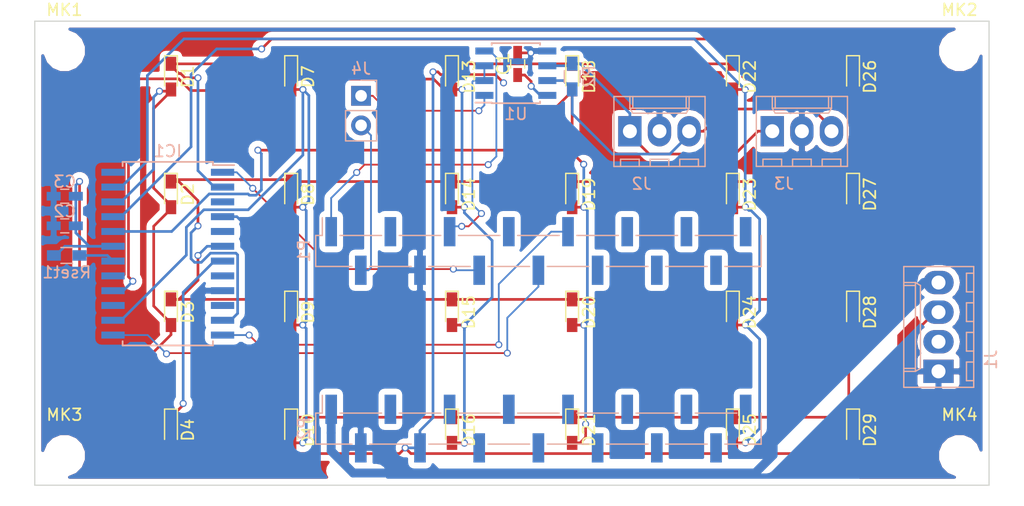
<source format=kicad_pcb>
(kicad_pcb (version 4) (host pcbnew 4.0.7)

  (general
    (links 81)
    (no_connects 0)
    (area 103.586638 68.1222 191.602563 111.9186)
    (thickness 1.6)
    (drawings 4)
    (tracks 392)
    (zones 0)
    (modules 41)
    (nets 52)
  )

  (page A4)
  (layers
    (0 F.Cu signal)
    (31 B.Cu signal)
    (32 B.Adhes user)
    (33 F.Adhes user)
    (34 B.Paste user)
    (35 F.Paste user)
    (36 B.SilkS user)
    (37 F.SilkS user)
    (38 B.Mask user)
    (39 F.Mask user)
    (40 Dwgs.User user)
    (41 Cmts.User user)
    (42 Eco1.User user)
    (43 Eco2.User user)
    (44 Edge.Cuts user)
    (45 Margin user)
    (46 B.CrtYd user)
    (47 F.CrtYd user)
    (48 B.Fab user)
    (49 F.Fab user)
  )

  (setup
    (last_trace_width 0.2286)
    (trace_clearance 0.1778)
    (zone_clearance 0.508)
    (zone_45_only no)
    (trace_min 0.006)
    (segment_width 0.2)
    (edge_width 0.1)
    (via_size 0.6)
    (via_drill 0.4)
    (via_min_size 0)
    (via_min_drill 0)
    (uvia_size 0.3)
    (uvia_drill 0.1)
    (uvias_allowed no)
    (uvia_min_size 0)
    (uvia_min_drill 0)
    (pcb_text_width 0.3)
    (pcb_text_size 1.5 1.5)
    (mod_edge_width 0.15)
    (mod_text_size 1 1)
    (mod_text_width 0.15)
    (pad_size 1.5 1.5)
    (pad_drill 0.6)
    (pad_to_mask_clearance 0)
    (aux_axis_origin 106.6038 109.9312)
    (visible_elements 7FFFFFFF)
    (pcbplotparams
      (layerselection 0x00030_80000001)
      (usegerberextensions false)
      (excludeedgelayer true)
      (linewidth 0.100000)
      (plotframeref false)
      (viasonmask false)
      (mode 1)
      (useauxorigin false)
      (hpglpennumber 1)
      (hpglpenspeed 20)
      (hpglpendiameter 15)
      (hpglpenoverlay 2)
      (psnegative false)
      (psa4output false)
      (plotreference true)
      (plotvalue true)
      (plotinvisibletext false)
      (padsonsilk false)
      (subtractmaskfromsilk false)
      (outputformat 1)
      (mirror false)
      (drillshape 1)
      (scaleselection 1)
      (outputdirectory ""))
  )

  (net 0 "")
  (net 1 +5V)
  (net 2 GND)
  (net 3 /Dig0)
  (net 4 /SegDP)
  (net 5 /Dig1)
  (net 6 /Dig2)
  (net 7 /Dig3)
  (net 8 /SegA)
  (net 9 /SegB)
  (net 10 /SegC)
  (net 11 /SegD)
  (net 12 /SegE)
  (net 13 "/3(**)")
  (net 14 /Dig4)
  (net 15 /Dig6)
  (net 16 /Dig7)
  (net 17 /Dig5)
  (net 18 "/6(**)")
  (net 19 "/5(**)")
  (net 20 /SegF)
  (net 21 /SegG)
  (net 22 "Net-(IC1-Pad18)")
  (net 23 "Net-(IC1-Pad24)")
  (net 24 +3V3)
  (net 25 +12V)
  (net 26 "Net-(J2-Pad1)")
  (net 27 "Net-(J2-Pad3)")
  (net 28 /RX_ENABLE)
  (net 29 "/0(Rx)")
  (net 30 "/1(Tx)")
  (net 31 "Net-(P1-Pad3)")
  (net 32 /2)
  (net 33 /4)
  (net 34 /8)
  (net 35 "/10(**/SS)")
  (net 36 "/12(MISO)")
  (net 37 /7)
  (net 38 "/9(**)")
  (net 39 "/11(**/MOSI)")
  (net 40 "Net-(P2-Pad3)")
  (net 41 /A7)
  (net 42 /A5)
  (net 43 /A3)
  (net 44 /A1)
  (net 45 /AREF)
  (net 46 "/13(SCK)")
  (net 47 /A6)
  (net 48 /A4)
  (net 49 /A2)
  (net 50 /A0)
  (net 51 "Net-(P2-Pad14)")

  (net_class Default "This is the default net class."
    (clearance 0.1778)
    (trace_width 0.2286)
    (via_dia 0.6)
    (via_drill 0.4)
    (uvia_dia 0.3)
    (uvia_drill 0.1)
    (add_net GND)
    (add_net "Net-(IC1-Pad18)")
    (add_net "Net-(IC1-Pad24)")
    (add_net "Net-(J2-Pad1)")
    (add_net "Net-(J2-Pad3)")
    (add_net "Net-(P1-Pad3)")
    (add_net "Net-(P2-Pad14)")
    (add_net "Net-(P2-Pad3)")
  )

  (net_class control ""
    (clearance 0.1778)
    (trace_width 0.2286)
    (via_dia 0.6)
    (via_drill 0.4)
    (uvia_dia 0.3)
    (uvia_drill 0.1)
    (add_net /Dig0)
    (add_net /Dig1)
    (add_net /Dig2)
    (add_net /Dig3)
    (add_net /Dig4)
    (add_net /Dig5)
    (add_net /Dig6)
    (add_net /Dig7)
    (add_net /SegA)
    (add_net /SegB)
    (add_net /SegC)
    (add_net /SegD)
    (add_net /SegDP)
    (add_net /SegE)
    (add_net /SegF)
    (add_net /SegG)
  )

  (net_class pwr12v ""
    (clearance 0.2032)
    (trace_width 0.762)
    (via_dia 0.6)
    (via_drill 0.4)
    (uvia_dia 0.3)
    (uvia_drill 0.1)
    (add_net +12V)
  )

  (net_class pwr3.3v ""
    (clearance 0.2032)
    (trace_width 0.3048)
    (via_dia 0.6)
    (via_drill 0.4)
    (uvia_dia 0.3)
    (uvia_drill 0.1)
    (add_net +3V3)
  )

  (net_class pwr5.5v ""
    (clearance 0.2032)
    (trace_width 0.2286)
    (via_dia 0.6)
    (via_drill 0.4)
    (uvia_dia 0.3)
    (uvia_drill 0.1)
    (add_net +5V)
  )

  (net_class signal ""
    (clearance 0.1778)
    (trace_width 0.1524)
    (via_dia 0.6)
    (via_drill 0.4)
    (uvia_dia 0.3)
    (uvia_drill 0.1)
    (add_net "/0(Rx)")
    (add_net "/1(Tx)")
    (add_net "/10(**/SS)")
    (add_net "/11(**/MOSI)")
    (add_net "/12(MISO)")
    (add_net "/13(SCK)")
    (add_net /2)
    (add_net "/3(**)")
    (add_net /4)
    (add_net "/5(**)")
    (add_net "/6(**)")
    (add_net /7)
    (add_net /8)
    (add_net "/9(**)")
    (add_net /A0)
    (add_net /A1)
    (add_net /A2)
    (add_net /A3)
    (add_net /A4)
    (add_net /A5)
    (add_net /A6)
    (add_net /A7)
    (add_net /AREF)
    (add_net /RX_ENABLE)
  )

  (module Capacitors_SMD:C_0603_HandSoldering (layer F.Cu) (tedit 58AA848B) (tstamp 5A8BAF49)
    (at 148.08 73.74 90)
    (descr "Capacitor SMD 0603, hand soldering")
    (tags "capacitor 0603")
    (path /5A44618E)
    (attr smd)
    (fp_text reference C1 (at 0 -1.25 90) (layer F.SilkS)
      (effects (font (size 1 1) (thickness 0.15)))
    )
    (fp_text value 0.1uF (at 0 1.5 90) (layer F.Fab)
      (effects (font (size 1 1) (thickness 0.15)))
    )
    (fp_text user %R (at 0 -1.25 90) (layer F.Fab)
      (effects (font (size 1 1) (thickness 0.15)))
    )
    (fp_line (start -0.8 0.4) (end -0.8 -0.4) (layer F.Fab) (width 0.1))
    (fp_line (start 0.8 0.4) (end -0.8 0.4) (layer F.Fab) (width 0.1))
    (fp_line (start 0.8 -0.4) (end 0.8 0.4) (layer F.Fab) (width 0.1))
    (fp_line (start -0.8 -0.4) (end 0.8 -0.4) (layer F.Fab) (width 0.1))
    (fp_line (start -0.35 -0.6) (end 0.35 -0.6) (layer F.SilkS) (width 0.12))
    (fp_line (start 0.35 0.6) (end -0.35 0.6) (layer F.SilkS) (width 0.12))
    (fp_line (start -1.8 -0.65) (end 1.8 -0.65) (layer F.CrtYd) (width 0.05))
    (fp_line (start -1.8 -0.65) (end -1.8 0.65) (layer F.CrtYd) (width 0.05))
    (fp_line (start 1.8 0.65) (end 1.8 -0.65) (layer F.CrtYd) (width 0.05))
    (fp_line (start 1.8 0.65) (end -1.8 0.65) (layer F.CrtYd) (width 0.05))
    (pad 1 smd rect (at -0.95 0 90) (size 1.2 0.75) (layers F.Cu F.Paste F.Mask)
      (net 1 +5V))
    (pad 2 smd rect (at 0.95 0 90) (size 1.2 0.75) (layers F.Cu F.Paste F.Mask)
      (net 2 GND))
    (model Capacitors_SMD.3dshapes/C_0603.wrl
      (at (xyz 0 0 0))
      (scale (xyz 1 1 1))
      (rotate (xyz 0 0 0))
    )
  )

  (module Capacitors_SMD:C_0603_HandSoldering (layer B.Cu) (tedit 58AA848B) (tstamp 5A8BAF5A)
    (at 109.22 87.63 180)
    (descr "Capacitor SMD 0603, hand soldering")
    (tags "capacitor 0603")
    (path /5A448BEF)
    (attr smd)
    (fp_text reference C2 (at 0 1.25 180) (layer B.SilkS)
      (effects (font (size 1 1) (thickness 0.15)) (justify mirror))
    )
    (fp_text value 100nF (at 0 -1.5 180) (layer B.Fab)
      (effects (font (size 1 1) (thickness 0.15)) (justify mirror))
    )
    (fp_text user %R (at 0 1.25 180) (layer B.Fab)
      (effects (font (size 1 1) (thickness 0.15)) (justify mirror))
    )
    (fp_line (start -0.8 -0.4) (end -0.8 0.4) (layer B.Fab) (width 0.1))
    (fp_line (start 0.8 -0.4) (end -0.8 -0.4) (layer B.Fab) (width 0.1))
    (fp_line (start 0.8 0.4) (end 0.8 -0.4) (layer B.Fab) (width 0.1))
    (fp_line (start -0.8 0.4) (end 0.8 0.4) (layer B.Fab) (width 0.1))
    (fp_line (start -0.35 0.6) (end 0.35 0.6) (layer B.SilkS) (width 0.12))
    (fp_line (start 0.35 -0.6) (end -0.35 -0.6) (layer B.SilkS) (width 0.12))
    (fp_line (start -1.8 0.65) (end 1.8 0.65) (layer B.CrtYd) (width 0.05))
    (fp_line (start -1.8 0.65) (end -1.8 -0.65) (layer B.CrtYd) (width 0.05))
    (fp_line (start 1.8 -0.65) (end 1.8 0.65) (layer B.CrtYd) (width 0.05))
    (fp_line (start 1.8 -0.65) (end -1.8 -0.65) (layer B.CrtYd) (width 0.05))
    (pad 1 smd rect (at -0.95 0 180) (size 1.2 0.75) (layers B.Cu B.Paste B.Mask)
      (net 1 +5V))
    (pad 2 smd rect (at 0.95 0 180) (size 1.2 0.75) (layers B.Cu B.Paste B.Mask)
      (net 2 GND))
    (model Capacitors_SMD.3dshapes/C_0603.wrl
      (at (xyz 0 0 0))
      (scale (xyz 1 1 1))
      (rotate (xyz 0 0 0))
    )
  )

  (module Capacitors_SMD:C_0603_HandSoldering (layer B.Cu) (tedit 58AA848B) (tstamp 5A8BAF6B)
    (at 109.22 85.09 180)
    (descr "Capacitor SMD 0603, hand soldering")
    (tags "capacitor 0603")
    (path /5A448BA4)
    (attr smd)
    (fp_text reference C3 (at 0 1.25 180) (layer B.SilkS)
      (effects (font (size 1 1) (thickness 0.15)) (justify mirror))
    )
    (fp_text value 47uF (at 0 -1.5 180) (layer B.Fab)
      (effects (font (size 1 1) (thickness 0.15)) (justify mirror))
    )
    (fp_text user %R (at 0 1.25 180) (layer B.Fab)
      (effects (font (size 1 1) (thickness 0.15)) (justify mirror))
    )
    (fp_line (start -0.8 -0.4) (end -0.8 0.4) (layer B.Fab) (width 0.1))
    (fp_line (start 0.8 -0.4) (end -0.8 -0.4) (layer B.Fab) (width 0.1))
    (fp_line (start 0.8 0.4) (end 0.8 -0.4) (layer B.Fab) (width 0.1))
    (fp_line (start -0.8 0.4) (end 0.8 0.4) (layer B.Fab) (width 0.1))
    (fp_line (start -0.35 0.6) (end 0.35 0.6) (layer B.SilkS) (width 0.12))
    (fp_line (start 0.35 -0.6) (end -0.35 -0.6) (layer B.SilkS) (width 0.12))
    (fp_line (start -1.8 0.65) (end 1.8 0.65) (layer B.CrtYd) (width 0.05))
    (fp_line (start -1.8 0.65) (end -1.8 -0.65) (layer B.CrtYd) (width 0.05))
    (fp_line (start 1.8 -0.65) (end 1.8 0.65) (layer B.CrtYd) (width 0.05))
    (fp_line (start 1.8 -0.65) (end -1.8 -0.65) (layer B.CrtYd) (width 0.05))
    (pad 1 smd rect (at -0.95 0 180) (size 1.2 0.75) (layers B.Cu B.Paste B.Mask)
      (net 1 +5V))
    (pad 2 smd rect (at 0.95 0 180) (size 1.2 0.75) (layers B.Cu B.Paste B.Mask)
      (net 2 GND))
    (model Capacitors_SMD.3dshapes/C_0603.wrl
      (at (xyz 0 0 0))
      (scale (xyz 1 1 1))
      (rotate (xyz 0 0 0))
    )
  )

  (module LEDs:LED_0603_HandSoldering locked (layer F.Cu) (tedit 595FC9C0) (tstamp 5A8BAF80)
    (at 118.3346 74.8304 270)
    (descr "LED SMD 0603, hand soldering")
    (tags "LED 0603")
    (path /5A449697)
    (attr smd)
    (fp_text reference D1 (at 0 -1.45 270) (layer F.SilkS)
      (effects (font (size 1 1) (thickness 0.15)))
    )
    (fp_text value 0,0 (at 0 1.55 270) (layer F.Fab)
      (effects (font (size 1 1) (thickness 0.15)))
    )
    (fp_line (start -1.8 -0.55) (end -1.8 0.55) (layer F.SilkS) (width 0.12))
    (fp_line (start -0.2 -0.2) (end -0.2 0.2) (layer F.Fab) (width 0.1))
    (fp_line (start -0.15 0) (end 0.15 -0.2) (layer F.Fab) (width 0.1))
    (fp_line (start 0.15 0.2) (end -0.15 0) (layer F.Fab) (width 0.1))
    (fp_line (start 0.15 -0.2) (end 0.15 0.2) (layer F.Fab) (width 0.1))
    (fp_line (start 0.8 0.4) (end -0.8 0.4) (layer F.Fab) (width 0.1))
    (fp_line (start 0.8 -0.4) (end 0.8 0.4) (layer F.Fab) (width 0.1))
    (fp_line (start -0.8 -0.4) (end 0.8 -0.4) (layer F.Fab) (width 0.1))
    (fp_line (start -1.8 0.55) (end 0.8 0.55) (layer F.SilkS) (width 0.12))
    (fp_line (start -1.8 -0.55) (end 0.8 -0.55) (layer F.SilkS) (width 0.12))
    (fp_line (start -1.96 -0.7) (end 1.95 -0.7) (layer F.CrtYd) (width 0.05))
    (fp_line (start -1.96 -0.7) (end -1.96 0.7) (layer F.CrtYd) (width 0.05))
    (fp_line (start 1.95 0.7) (end 1.95 -0.7) (layer F.CrtYd) (width 0.05))
    (fp_line (start 1.95 0.7) (end -1.96 0.7) (layer F.CrtYd) (width 0.05))
    (fp_line (start -0.8 -0.4) (end -0.8 0.4) (layer F.Fab) (width 0.1))
    (pad 1 smd rect (at -1.1 0 270) (size 1.2 0.9) (layers F.Cu F.Paste F.Mask)
      (net 3 /Dig0))
    (pad 2 smd rect (at 1.1 0 270) (size 1.2 0.9) (layers F.Cu F.Paste F.Mask)
      (net 4 /SegDP))
    (model ${KISYS3DMOD}/LEDs.3dshapes/LED_0603.wrl
      (at (xyz 0 0 0))
      (scale (xyz 1 1 1))
      (rotate (xyz 0 0 180))
    )
  )

  (module LEDs:LED_0603_HandSoldering locked (layer F.Cu) (tedit 595FC9C0) (tstamp 5A8BAF95)
    (at 118.3346 84.9304 270)
    (descr "LED SMD 0603, hand soldering")
    (tags "LED 0603")
    (path /5A449BEE)
    (attr smd)
    (fp_text reference D2 (at 0 -1.45 270) (layer F.SilkS)
      (effects (font (size 1 1) (thickness 0.15)))
    )
    (fp_text value 1,0 (at 0 1.55 270) (layer F.Fab)
      (effects (font (size 1 1) (thickness 0.15)))
    )
    (fp_line (start -1.8 -0.55) (end -1.8 0.55) (layer F.SilkS) (width 0.12))
    (fp_line (start -0.2 -0.2) (end -0.2 0.2) (layer F.Fab) (width 0.1))
    (fp_line (start -0.15 0) (end 0.15 -0.2) (layer F.Fab) (width 0.1))
    (fp_line (start 0.15 0.2) (end -0.15 0) (layer F.Fab) (width 0.1))
    (fp_line (start 0.15 -0.2) (end 0.15 0.2) (layer F.Fab) (width 0.1))
    (fp_line (start 0.8 0.4) (end -0.8 0.4) (layer F.Fab) (width 0.1))
    (fp_line (start 0.8 -0.4) (end 0.8 0.4) (layer F.Fab) (width 0.1))
    (fp_line (start -0.8 -0.4) (end 0.8 -0.4) (layer F.Fab) (width 0.1))
    (fp_line (start -1.8 0.55) (end 0.8 0.55) (layer F.SilkS) (width 0.12))
    (fp_line (start -1.8 -0.55) (end 0.8 -0.55) (layer F.SilkS) (width 0.12))
    (fp_line (start -1.96 -0.7) (end 1.95 -0.7) (layer F.CrtYd) (width 0.05))
    (fp_line (start -1.96 -0.7) (end -1.96 0.7) (layer F.CrtYd) (width 0.05))
    (fp_line (start 1.95 0.7) (end 1.95 -0.7) (layer F.CrtYd) (width 0.05))
    (fp_line (start 1.95 0.7) (end -1.96 0.7) (layer F.CrtYd) (width 0.05))
    (fp_line (start -0.8 -0.4) (end -0.8 0.4) (layer F.Fab) (width 0.1))
    (pad 1 smd rect (at -1.1 0 270) (size 1.2 0.9) (layers F.Cu F.Paste F.Mask)
      (net 5 /Dig1))
    (pad 2 smd rect (at 1.1 0 270) (size 1.2 0.9) (layers F.Cu F.Paste F.Mask)
      (net 4 /SegDP))
    (model ${KISYS3DMOD}/LEDs.3dshapes/LED_0603.wrl
      (at (xyz 0 0 0))
      (scale (xyz 1 1 1))
      (rotate (xyz 0 0 180))
    )
  )

  (module LEDs:LED_0603_HandSoldering locked (layer F.Cu) (tedit 595FC9C0) (tstamp 5A8BAFAA)
    (at 118.3346 95.0404 270)
    (descr "LED SMD 0603, hand soldering")
    (tags "LED 0603")
    (path /5A44A472)
    (attr smd)
    (fp_text reference D3 (at 0 -1.45 270) (layer F.SilkS)
      (effects (font (size 1 1) (thickness 0.15)))
    )
    (fp_text value 2,0 (at 0 1.55 270) (layer F.Fab)
      (effects (font (size 1 1) (thickness 0.15)))
    )
    (fp_line (start -1.8 -0.55) (end -1.8 0.55) (layer F.SilkS) (width 0.12))
    (fp_line (start -0.2 -0.2) (end -0.2 0.2) (layer F.Fab) (width 0.1))
    (fp_line (start -0.15 0) (end 0.15 -0.2) (layer F.Fab) (width 0.1))
    (fp_line (start 0.15 0.2) (end -0.15 0) (layer F.Fab) (width 0.1))
    (fp_line (start 0.15 -0.2) (end 0.15 0.2) (layer F.Fab) (width 0.1))
    (fp_line (start 0.8 0.4) (end -0.8 0.4) (layer F.Fab) (width 0.1))
    (fp_line (start 0.8 -0.4) (end 0.8 0.4) (layer F.Fab) (width 0.1))
    (fp_line (start -0.8 -0.4) (end 0.8 -0.4) (layer F.Fab) (width 0.1))
    (fp_line (start -1.8 0.55) (end 0.8 0.55) (layer F.SilkS) (width 0.12))
    (fp_line (start -1.8 -0.55) (end 0.8 -0.55) (layer F.SilkS) (width 0.12))
    (fp_line (start -1.96 -0.7) (end 1.95 -0.7) (layer F.CrtYd) (width 0.05))
    (fp_line (start -1.96 -0.7) (end -1.96 0.7) (layer F.CrtYd) (width 0.05))
    (fp_line (start 1.95 0.7) (end 1.95 -0.7) (layer F.CrtYd) (width 0.05))
    (fp_line (start 1.95 0.7) (end -1.96 0.7) (layer F.CrtYd) (width 0.05))
    (fp_line (start -0.8 -0.4) (end -0.8 0.4) (layer F.Fab) (width 0.1))
    (pad 1 smd rect (at -1.1 0 270) (size 1.2 0.9) (layers F.Cu F.Paste F.Mask)
      (net 6 /Dig2))
    (pad 2 smd rect (at 1.1 0 270) (size 1.2 0.9) (layers F.Cu F.Paste F.Mask)
      (net 4 /SegDP))
    (model ${KISYS3DMOD}/LEDs.3dshapes/LED_0603.wrl
      (at (xyz 0 0 0))
      (scale (xyz 1 1 1))
      (rotate (xyz 0 0 180))
    )
  )

  (module LEDs:LED_0603_HandSoldering locked (layer F.Cu) (tedit 595FC9C0) (tstamp 5A8BAFBF)
    (at 118.3346 105.1504 270)
    (descr "LED SMD 0603, hand soldering")
    (tags "LED 0603")
    (path /5A44A81E)
    (attr smd)
    (fp_text reference D4 (at 0 -1.45 270) (layer F.SilkS)
      (effects (font (size 1 1) (thickness 0.15)))
    )
    (fp_text value 3,0 (at 0 1.55 270) (layer F.Fab)
      (effects (font (size 1 1) (thickness 0.15)))
    )
    (fp_line (start -1.8 -0.55) (end -1.8 0.55) (layer F.SilkS) (width 0.12))
    (fp_line (start -0.2 -0.2) (end -0.2 0.2) (layer F.Fab) (width 0.1))
    (fp_line (start -0.15 0) (end 0.15 -0.2) (layer F.Fab) (width 0.1))
    (fp_line (start 0.15 0.2) (end -0.15 0) (layer F.Fab) (width 0.1))
    (fp_line (start 0.15 -0.2) (end 0.15 0.2) (layer F.Fab) (width 0.1))
    (fp_line (start 0.8 0.4) (end -0.8 0.4) (layer F.Fab) (width 0.1))
    (fp_line (start 0.8 -0.4) (end 0.8 0.4) (layer F.Fab) (width 0.1))
    (fp_line (start -0.8 -0.4) (end 0.8 -0.4) (layer F.Fab) (width 0.1))
    (fp_line (start -1.8 0.55) (end 0.8 0.55) (layer F.SilkS) (width 0.12))
    (fp_line (start -1.8 -0.55) (end 0.8 -0.55) (layer F.SilkS) (width 0.12))
    (fp_line (start -1.96 -0.7) (end 1.95 -0.7) (layer F.CrtYd) (width 0.05))
    (fp_line (start -1.96 -0.7) (end -1.96 0.7) (layer F.CrtYd) (width 0.05))
    (fp_line (start 1.95 0.7) (end 1.95 -0.7) (layer F.CrtYd) (width 0.05))
    (fp_line (start 1.95 0.7) (end -1.96 0.7) (layer F.CrtYd) (width 0.05))
    (fp_line (start -0.8 -0.4) (end -0.8 0.4) (layer F.Fab) (width 0.1))
    (pad 1 smd rect (at -1.1 0 270) (size 1.2 0.9) (layers F.Cu F.Paste F.Mask)
      (net 7 /Dig3))
    (pad 2 smd rect (at 1.1 0 270) (size 1.2 0.9) (layers F.Cu F.Paste F.Mask)
      (net 4 /SegDP))
    (model ${KISYS3DMOD}/LEDs.3dshapes/LED_0603.wrl
      (at (xyz 0 0 0))
      (scale (xyz 1 1 1))
      (rotate (xyz 0 0 180))
    )
  )

  (module LEDs:LED_0603_HandSoldering locked (layer F.Cu) (tedit 595FC9C0) (tstamp 5A8BAFD4)
    (at 128.6446 74.8304 270)
    (descr "LED SMD 0603, hand soldering")
    (tags "LED 0603")
    (path /5A449936)
    (attr smd)
    (fp_text reference D7 (at 0 -1.45 270) (layer F.SilkS)
      (effects (font (size 1 1) (thickness 0.15)))
    )
    (fp_text value 0,1 (at 0 1.55 270) (layer F.Fab)
      (effects (font (size 1 1) (thickness 0.15)))
    )
    (fp_line (start -1.8 -0.55) (end -1.8 0.55) (layer F.SilkS) (width 0.12))
    (fp_line (start -0.2 -0.2) (end -0.2 0.2) (layer F.Fab) (width 0.1))
    (fp_line (start -0.15 0) (end 0.15 -0.2) (layer F.Fab) (width 0.1))
    (fp_line (start 0.15 0.2) (end -0.15 0) (layer F.Fab) (width 0.1))
    (fp_line (start 0.15 -0.2) (end 0.15 0.2) (layer F.Fab) (width 0.1))
    (fp_line (start 0.8 0.4) (end -0.8 0.4) (layer F.Fab) (width 0.1))
    (fp_line (start 0.8 -0.4) (end 0.8 0.4) (layer F.Fab) (width 0.1))
    (fp_line (start -0.8 -0.4) (end 0.8 -0.4) (layer F.Fab) (width 0.1))
    (fp_line (start -1.8 0.55) (end 0.8 0.55) (layer F.SilkS) (width 0.12))
    (fp_line (start -1.8 -0.55) (end 0.8 -0.55) (layer F.SilkS) (width 0.12))
    (fp_line (start -1.96 -0.7) (end 1.95 -0.7) (layer F.CrtYd) (width 0.05))
    (fp_line (start -1.96 -0.7) (end -1.96 0.7) (layer F.CrtYd) (width 0.05))
    (fp_line (start 1.95 0.7) (end 1.95 -0.7) (layer F.CrtYd) (width 0.05))
    (fp_line (start 1.95 0.7) (end -1.96 0.7) (layer F.CrtYd) (width 0.05))
    (fp_line (start -0.8 -0.4) (end -0.8 0.4) (layer F.Fab) (width 0.1))
    (pad 1 smd rect (at -1.1 0 270) (size 1.2 0.9) (layers F.Cu F.Paste F.Mask)
      (net 3 /Dig0))
    (pad 2 smd rect (at 1.1 0 270) (size 1.2 0.9) (layers F.Cu F.Paste F.Mask)
      (net 8 /SegA))
    (model ${KISYS3DMOD}/LEDs.3dshapes/LED_0603.wrl
      (at (xyz 0 0 0))
      (scale (xyz 1 1 1))
      (rotate (xyz 0 0 180))
    )
  )

  (module LEDs:LED_0603_HandSoldering locked (layer F.Cu) (tedit 595FC9C0) (tstamp 5A8BAFE9)
    (at 128.6446 84.9304 270)
    (descr "LED SMD 0603, hand soldering")
    (tags "LED 0603")
    (path /5A449BF5)
    (attr smd)
    (fp_text reference D8 (at 0 -1.45 270) (layer F.SilkS)
      (effects (font (size 1 1) (thickness 0.15)))
    )
    (fp_text value 1,1 (at 0 1.55 270) (layer F.Fab)
      (effects (font (size 1 1) (thickness 0.15)))
    )
    (fp_line (start -1.8 -0.55) (end -1.8 0.55) (layer F.SilkS) (width 0.12))
    (fp_line (start -0.2 -0.2) (end -0.2 0.2) (layer F.Fab) (width 0.1))
    (fp_line (start -0.15 0) (end 0.15 -0.2) (layer F.Fab) (width 0.1))
    (fp_line (start 0.15 0.2) (end -0.15 0) (layer F.Fab) (width 0.1))
    (fp_line (start 0.15 -0.2) (end 0.15 0.2) (layer F.Fab) (width 0.1))
    (fp_line (start 0.8 0.4) (end -0.8 0.4) (layer F.Fab) (width 0.1))
    (fp_line (start 0.8 -0.4) (end 0.8 0.4) (layer F.Fab) (width 0.1))
    (fp_line (start -0.8 -0.4) (end 0.8 -0.4) (layer F.Fab) (width 0.1))
    (fp_line (start -1.8 0.55) (end 0.8 0.55) (layer F.SilkS) (width 0.12))
    (fp_line (start -1.8 -0.55) (end 0.8 -0.55) (layer F.SilkS) (width 0.12))
    (fp_line (start -1.96 -0.7) (end 1.95 -0.7) (layer F.CrtYd) (width 0.05))
    (fp_line (start -1.96 -0.7) (end -1.96 0.7) (layer F.CrtYd) (width 0.05))
    (fp_line (start 1.95 0.7) (end 1.95 -0.7) (layer F.CrtYd) (width 0.05))
    (fp_line (start 1.95 0.7) (end -1.96 0.7) (layer F.CrtYd) (width 0.05))
    (fp_line (start -0.8 -0.4) (end -0.8 0.4) (layer F.Fab) (width 0.1))
    (pad 1 smd rect (at -1.1 0 270) (size 1.2 0.9) (layers F.Cu F.Paste F.Mask)
      (net 5 /Dig1))
    (pad 2 smd rect (at 1.1 0 270) (size 1.2 0.9) (layers F.Cu F.Paste F.Mask)
      (net 8 /SegA))
    (model ${KISYS3DMOD}/LEDs.3dshapes/LED_0603.wrl
      (at (xyz 0 0 0))
      (scale (xyz 1 1 1))
      (rotate (xyz 0 0 180))
    )
  )

  (module LEDs:LED_0603_HandSoldering locked (layer F.Cu) (tedit 595FC9C0) (tstamp 5A8BAFFE)
    (at 128.6446 95.0404 270)
    (descr "LED SMD 0603, hand soldering")
    (tags "LED 0603")
    (path /5A44A479)
    (attr smd)
    (fp_text reference D9 (at 0 -1.45 270) (layer F.SilkS)
      (effects (font (size 1 1) (thickness 0.15)))
    )
    (fp_text value 2,1 (at 0 1.55 270) (layer F.Fab)
      (effects (font (size 1 1) (thickness 0.15)))
    )
    (fp_line (start -1.8 -0.55) (end -1.8 0.55) (layer F.SilkS) (width 0.12))
    (fp_line (start -0.2 -0.2) (end -0.2 0.2) (layer F.Fab) (width 0.1))
    (fp_line (start -0.15 0) (end 0.15 -0.2) (layer F.Fab) (width 0.1))
    (fp_line (start 0.15 0.2) (end -0.15 0) (layer F.Fab) (width 0.1))
    (fp_line (start 0.15 -0.2) (end 0.15 0.2) (layer F.Fab) (width 0.1))
    (fp_line (start 0.8 0.4) (end -0.8 0.4) (layer F.Fab) (width 0.1))
    (fp_line (start 0.8 -0.4) (end 0.8 0.4) (layer F.Fab) (width 0.1))
    (fp_line (start -0.8 -0.4) (end 0.8 -0.4) (layer F.Fab) (width 0.1))
    (fp_line (start -1.8 0.55) (end 0.8 0.55) (layer F.SilkS) (width 0.12))
    (fp_line (start -1.8 -0.55) (end 0.8 -0.55) (layer F.SilkS) (width 0.12))
    (fp_line (start -1.96 -0.7) (end 1.95 -0.7) (layer F.CrtYd) (width 0.05))
    (fp_line (start -1.96 -0.7) (end -1.96 0.7) (layer F.CrtYd) (width 0.05))
    (fp_line (start 1.95 0.7) (end 1.95 -0.7) (layer F.CrtYd) (width 0.05))
    (fp_line (start 1.95 0.7) (end -1.96 0.7) (layer F.CrtYd) (width 0.05))
    (fp_line (start -0.8 -0.4) (end -0.8 0.4) (layer F.Fab) (width 0.1))
    (pad 1 smd rect (at -1.1 0 270) (size 1.2 0.9) (layers F.Cu F.Paste F.Mask)
      (net 6 /Dig2))
    (pad 2 smd rect (at 1.1 0 270) (size 1.2 0.9) (layers F.Cu F.Paste F.Mask)
      (net 8 /SegA))
    (model ${KISYS3DMOD}/LEDs.3dshapes/LED_0603.wrl
      (at (xyz 0 0 0))
      (scale (xyz 1 1 1))
      (rotate (xyz 0 0 180))
    )
  )

  (module LEDs:LED_0603_HandSoldering locked (layer F.Cu) (tedit 595FC9C0) (tstamp 5A8BB013)
    (at 128.6446 105.1504 270)
    (descr "LED SMD 0603, hand soldering")
    (tags "LED 0603")
    (path /5A44A825)
    (attr smd)
    (fp_text reference D10 (at 0 -1.45 270) (layer F.SilkS)
      (effects (font (size 1 1) (thickness 0.15)))
    )
    (fp_text value 3,1 (at 0 1.55 270) (layer F.Fab)
      (effects (font (size 1 1) (thickness 0.15)))
    )
    (fp_line (start -1.8 -0.55) (end -1.8 0.55) (layer F.SilkS) (width 0.12))
    (fp_line (start -0.2 -0.2) (end -0.2 0.2) (layer F.Fab) (width 0.1))
    (fp_line (start -0.15 0) (end 0.15 -0.2) (layer F.Fab) (width 0.1))
    (fp_line (start 0.15 0.2) (end -0.15 0) (layer F.Fab) (width 0.1))
    (fp_line (start 0.15 -0.2) (end 0.15 0.2) (layer F.Fab) (width 0.1))
    (fp_line (start 0.8 0.4) (end -0.8 0.4) (layer F.Fab) (width 0.1))
    (fp_line (start 0.8 -0.4) (end 0.8 0.4) (layer F.Fab) (width 0.1))
    (fp_line (start -0.8 -0.4) (end 0.8 -0.4) (layer F.Fab) (width 0.1))
    (fp_line (start -1.8 0.55) (end 0.8 0.55) (layer F.SilkS) (width 0.12))
    (fp_line (start -1.8 -0.55) (end 0.8 -0.55) (layer F.SilkS) (width 0.12))
    (fp_line (start -1.96 -0.7) (end 1.95 -0.7) (layer F.CrtYd) (width 0.05))
    (fp_line (start -1.96 -0.7) (end -1.96 0.7) (layer F.CrtYd) (width 0.05))
    (fp_line (start 1.95 0.7) (end 1.95 -0.7) (layer F.CrtYd) (width 0.05))
    (fp_line (start 1.95 0.7) (end -1.96 0.7) (layer F.CrtYd) (width 0.05))
    (fp_line (start -0.8 -0.4) (end -0.8 0.4) (layer F.Fab) (width 0.1))
    (pad 1 smd rect (at -1.1 0 270) (size 1.2 0.9) (layers F.Cu F.Paste F.Mask)
      (net 7 /Dig3))
    (pad 2 smd rect (at 1.1 0 270) (size 1.2 0.9) (layers F.Cu F.Paste F.Mask)
      (net 8 /SegA))
    (model ${KISYS3DMOD}/LEDs.3dshapes/LED_0603.wrl
      (at (xyz 0 0 0))
      (scale (xyz 1 1 1))
      (rotate (xyz 0 0 180))
    )
  )

  (module LEDs:LED_0603_HandSoldering locked (layer F.Cu) (tedit 595FC9C0) (tstamp 5A8BB028)
    (at 142.4446 74.8304 270)
    (descr "LED SMD 0603, hand soldering")
    (tags "LED 0603")
    (path /5A44998A)
    (attr smd)
    (fp_text reference D13 (at 0 -1.45 270) (layer F.SilkS)
      (effects (font (size 1 1) (thickness 0.15)))
    )
    (fp_text value 0,2 (at 0 1.55 270) (layer F.Fab)
      (effects (font (size 1 1) (thickness 0.15)))
    )
    (fp_line (start -1.8 -0.55) (end -1.8 0.55) (layer F.SilkS) (width 0.12))
    (fp_line (start -0.2 -0.2) (end -0.2 0.2) (layer F.Fab) (width 0.1))
    (fp_line (start -0.15 0) (end 0.15 -0.2) (layer F.Fab) (width 0.1))
    (fp_line (start 0.15 0.2) (end -0.15 0) (layer F.Fab) (width 0.1))
    (fp_line (start 0.15 -0.2) (end 0.15 0.2) (layer F.Fab) (width 0.1))
    (fp_line (start 0.8 0.4) (end -0.8 0.4) (layer F.Fab) (width 0.1))
    (fp_line (start 0.8 -0.4) (end 0.8 0.4) (layer F.Fab) (width 0.1))
    (fp_line (start -0.8 -0.4) (end 0.8 -0.4) (layer F.Fab) (width 0.1))
    (fp_line (start -1.8 0.55) (end 0.8 0.55) (layer F.SilkS) (width 0.12))
    (fp_line (start -1.8 -0.55) (end 0.8 -0.55) (layer F.SilkS) (width 0.12))
    (fp_line (start -1.96 -0.7) (end 1.95 -0.7) (layer F.CrtYd) (width 0.05))
    (fp_line (start -1.96 -0.7) (end -1.96 0.7) (layer F.CrtYd) (width 0.05))
    (fp_line (start 1.95 0.7) (end 1.95 -0.7) (layer F.CrtYd) (width 0.05))
    (fp_line (start 1.95 0.7) (end -1.96 0.7) (layer F.CrtYd) (width 0.05))
    (fp_line (start -0.8 -0.4) (end -0.8 0.4) (layer F.Fab) (width 0.1))
    (pad 1 smd rect (at -1.1 0 270) (size 1.2 0.9) (layers F.Cu F.Paste F.Mask)
      (net 3 /Dig0))
    (pad 2 smd rect (at 1.1 0 270) (size 1.2 0.9) (layers F.Cu F.Paste F.Mask)
      (net 9 /SegB))
    (model ${KISYS3DMOD}/LEDs.3dshapes/LED_0603.wrl
      (at (xyz 0 0 0))
      (scale (xyz 1 1 1))
      (rotate (xyz 0 0 180))
    )
  )

  (module LEDs:LED_0603_HandSoldering locked (layer F.Cu) (tedit 595FC9C0) (tstamp 5A8BB03D)
    (at 142.4446 84.9304 270)
    (descr "LED SMD 0603, hand soldering")
    (tags "LED 0603")
    (path /5A449BFC)
    (attr smd)
    (fp_text reference D14 (at 0 -1.45 270) (layer F.SilkS)
      (effects (font (size 1 1) (thickness 0.15)))
    )
    (fp_text value 1,2 (at 0 1.55 270) (layer F.Fab)
      (effects (font (size 1 1) (thickness 0.15)))
    )
    (fp_line (start -1.8 -0.55) (end -1.8 0.55) (layer F.SilkS) (width 0.12))
    (fp_line (start -0.2 -0.2) (end -0.2 0.2) (layer F.Fab) (width 0.1))
    (fp_line (start -0.15 0) (end 0.15 -0.2) (layer F.Fab) (width 0.1))
    (fp_line (start 0.15 0.2) (end -0.15 0) (layer F.Fab) (width 0.1))
    (fp_line (start 0.15 -0.2) (end 0.15 0.2) (layer F.Fab) (width 0.1))
    (fp_line (start 0.8 0.4) (end -0.8 0.4) (layer F.Fab) (width 0.1))
    (fp_line (start 0.8 -0.4) (end 0.8 0.4) (layer F.Fab) (width 0.1))
    (fp_line (start -0.8 -0.4) (end 0.8 -0.4) (layer F.Fab) (width 0.1))
    (fp_line (start -1.8 0.55) (end 0.8 0.55) (layer F.SilkS) (width 0.12))
    (fp_line (start -1.8 -0.55) (end 0.8 -0.55) (layer F.SilkS) (width 0.12))
    (fp_line (start -1.96 -0.7) (end 1.95 -0.7) (layer F.CrtYd) (width 0.05))
    (fp_line (start -1.96 -0.7) (end -1.96 0.7) (layer F.CrtYd) (width 0.05))
    (fp_line (start 1.95 0.7) (end 1.95 -0.7) (layer F.CrtYd) (width 0.05))
    (fp_line (start 1.95 0.7) (end -1.96 0.7) (layer F.CrtYd) (width 0.05))
    (fp_line (start -0.8 -0.4) (end -0.8 0.4) (layer F.Fab) (width 0.1))
    (pad 1 smd rect (at -1.1 0 270) (size 1.2 0.9) (layers F.Cu F.Paste F.Mask)
      (net 5 /Dig1))
    (pad 2 smd rect (at 1.1 0 270) (size 1.2 0.9) (layers F.Cu F.Paste F.Mask)
      (net 9 /SegB))
    (model ${KISYS3DMOD}/LEDs.3dshapes/LED_0603.wrl
      (at (xyz 0 0 0))
      (scale (xyz 1 1 1))
      (rotate (xyz 0 0 180))
    )
  )

  (module LEDs:LED_0603_HandSoldering locked (layer F.Cu) (tedit 595FC9C0) (tstamp 5A8BB052)
    (at 142.4446 95.0404 270)
    (descr "LED SMD 0603, hand soldering")
    (tags "LED 0603")
    (path /5A44A480)
    (attr smd)
    (fp_text reference D15 (at 0 -1.45 270) (layer F.SilkS)
      (effects (font (size 1 1) (thickness 0.15)))
    )
    (fp_text value 2,2 (at 0 1.55 270) (layer F.Fab)
      (effects (font (size 1 1) (thickness 0.15)))
    )
    (fp_line (start -1.8 -0.55) (end -1.8 0.55) (layer F.SilkS) (width 0.12))
    (fp_line (start -0.2 -0.2) (end -0.2 0.2) (layer F.Fab) (width 0.1))
    (fp_line (start -0.15 0) (end 0.15 -0.2) (layer F.Fab) (width 0.1))
    (fp_line (start 0.15 0.2) (end -0.15 0) (layer F.Fab) (width 0.1))
    (fp_line (start 0.15 -0.2) (end 0.15 0.2) (layer F.Fab) (width 0.1))
    (fp_line (start 0.8 0.4) (end -0.8 0.4) (layer F.Fab) (width 0.1))
    (fp_line (start 0.8 -0.4) (end 0.8 0.4) (layer F.Fab) (width 0.1))
    (fp_line (start -0.8 -0.4) (end 0.8 -0.4) (layer F.Fab) (width 0.1))
    (fp_line (start -1.8 0.55) (end 0.8 0.55) (layer F.SilkS) (width 0.12))
    (fp_line (start -1.8 -0.55) (end 0.8 -0.55) (layer F.SilkS) (width 0.12))
    (fp_line (start -1.96 -0.7) (end 1.95 -0.7) (layer F.CrtYd) (width 0.05))
    (fp_line (start -1.96 -0.7) (end -1.96 0.7) (layer F.CrtYd) (width 0.05))
    (fp_line (start 1.95 0.7) (end 1.95 -0.7) (layer F.CrtYd) (width 0.05))
    (fp_line (start 1.95 0.7) (end -1.96 0.7) (layer F.CrtYd) (width 0.05))
    (fp_line (start -0.8 -0.4) (end -0.8 0.4) (layer F.Fab) (width 0.1))
    (pad 1 smd rect (at -1.1 0 270) (size 1.2 0.9) (layers F.Cu F.Paste F.Mask)
      (net 6 /Dig2))
    (pad 2 smd rect (at 1.1 0 270) (size 1.2 0.9) (layers F.Cu F.Paste F.Mask)
      (net 9 /SegB))
    (model ${KISYS3DMOD}/LEDs.3dshapes/LED_0603.wrl
      (at (xyz 0 0 0))
      (scale (xyz 1 1 1))
      (rotate (xyz 0 0 180))
    )
  )

  (module LEDs:LED_0603_HandSoldering locked (layer F.Cu) (tedit 595FC9C0) (tstamp 5A8BB067)
    (at 142.4446 105.1504 270)
    (descr "LED SMD 0603, hand soldering")
    (tags "LED 0603")
    (path /5A44A82C)
    (attr smd)
    (fp_text reference D16 (at 0 -1.45 270) (layer F.SilkS)
      (effects (font (size 1 1) (thickness 0.15)))
    )
    (fp_text value 3,2 (at 0 1.55 270) (layer F.Fab)
      (effects (font (size 1 1) (thickness 0.15)))
    )
    (fp_line (start -1.8 -0.55) (end -1.8 0.55) (layer F.SilkS) (width 0.12))
    (fp_line (start -0.2 -0.2) (end -0.2 0.2) (layer F.Fab) (width 0.1))
    (fp_line (start -0.15 0) (end 0.15 -0.2) (layer F.Fab) (width 0.1))
    (fp_line (start 0.15 0.2) (end -0.15 0) (layer F.Fab) (width 0.1))
    (fp_line (start 0.15 -0.2) (end 0.15 0.2) (layer F.Fab) (width 0.1))
    (fp_line (start 0.8 0.4) (end -0.8 0.4) (layer F.Fab) (width 0.1))
    (fp_line (start 0.8 -0.4) (end 0.8 0.4) (layer F.Fab) (width 0.1))
    (fp_line (start -0.8 -0.4) (end 0.8 -0.4) (layer F.Fab) (width 0.1))
    (fp_line (start -1.8 0.55) (end 0.8 0.55) (layer F.SilkS) (width 0.12))
    (fp_line (start -1.8 -0.55) (end 0.8 -0.55) (layer F.SilkS) (width 0.12))
    (fp_line (start -1.96 -0.7) (end 1.95 -0.7) (layer F.CrtYd) (width 0.05))
    (fp_line (start -1.96 -0.7) (end -1.96 0.7) (layer F.CrtYd) (width 0.05))
    (fp_line (start 1.95 0.7) (end 1.95 -0.7) (layer F.CrtYd) (width 0.05))
    (fp_line (start 1.95 0.7) (end -1.96 0.7) (layer F.CrtYd) (width 0.05))
    (fp_line (start -0.8 -0.4) (end -0.8 0.4) (layer F.Fab) (width 0.1))
    (pad 1 smd rect (at -1.1 0 270) (size 1.2 0.9) (layers F.Cu F.Paste F.Mask)
      (net 7 /Dig3))
    (pad 2 smd rect (at 1.1 0 270) (size 1.2 0.9) (layers F.Cu F.Paste F.Mask)
      (net 9 /SegB))
    (model ${KISYS3DMOD}/LEDs.3dshapes/LED_0603.wrl
      (at (xyz 0 0 0))
      (scale (xyz 1 1 1))
      (rotate (xyz 0 0 180))
    )
  )

  (module LEDs:LED_0603_HandSoldering locked (layer F.Cu) (tedit 595FC9C0) (tstamp 5A8BB07C)
    (at 152.7546 74.8304 270)
    (descr "LED SMD 0603, hand soldering")
    (tags "LED 0603")
    (path /5A449A1E)
    (attr smd)
    (fp_text reference D18 (at 0 -1.45 270) (layer F.SilkS)
      (effects (font (size 1 1) (thickness 0.15)))
    )
    (fp_text value 0,3 (at 0 1.55 270) (layer F.Fab)
      (effects (font (size 1 1) (thickness 0.15)))
    )
    (fp_line (start -1.8 -0.55) (end -1.8 0.55) (layer F.SilkS) (width 0.12))
    (fp_line (start -0.2 -0.2) (end -0.2 0.2) (layer F.Fab) (width 0.1))
    (fp_line (start -0.15 0) (end 0.15 -0.2) (layer F.Fab) (width 0.1))
    (fp_line (start 0.15 0.2) (end -0.15 0) (layer F.Fab) (width 0.1))
    (fp_line (start 0.15 -0.2) (end 0.15 0.2) (layer F.Fab) (width 0.1))
    (fp_line (start 0.8 0.4) (end -0.8 0.4) (layer F.Fab) (width 0.1))
    (fp_line (start 0.8 -0.4) (end 0.8 0.4) (layer F.Fab) (width 0.1))
    (fp_line (start -0.8 -0.4) (end 0.8 -0.4) (layer F.Fab) (width 0.1))
    (fp_line (start -1.8 0.55) (end 0.8 0.55) (layer F.SilkS) (width 0.12))
    (fp_line (start -1.8 -0.55) (end 0.8 -0.55) (layer F.SilkS) (width 0.12))
    (fp_line (start -1.96 -0.7) (end 1.95 -0.7) (layer F.CrtYd) (width 0.05))
    (fp_line (start -1.96 -0.7) (end -1.96 0.7) (layer F.CrtYd) (width 0.05))
    (fp_line (start 1.95 0.7) (end 1.95 -0.7) (layer F.CrtYd) (width 0.05))
    (fp_line (start 1.95 0.7) (end -1.96 0.7) (layer F.CrtYd) (width 0.05))
    (fp_line (start -0.8 -0.4) (end -0.8 0.4) (layer F.Fab) (width 0.1))
    (pad 1 smd rect (at -1.1 0 270) (size 1.2 0.9) (layers F.Cu F.Paste F.Mask)
      (net 3 /Dig0))
    (pad 2 smd rect (at 1.1 0 270) (size 1.2 0.9) (layers F.Cu F.Paste F.Mask)
      (net 10 /SegC))
    (model ${KISYS3DMOD}/LEDs.3dshapes/LED_0603.wrl
      (at (xyz 0 0 0))
      (scale (xyz 1 1 1))
      (rotate (xyz 0 0 180))
    )
  )

  (module LEDs:LED_0603_HandSoldering locked (layer F.Cu) (tedit 595FC9C0) (tstamp 5A8BB091)
    (at 152.7546 84.9304 270)
    (descr "LED SMD 0603, hand soldering")
    (tags "LED 0603")
    (path /5A449C03)
    (attr smd)
    (fp_text reference D19 (at 0 -1.45 270) (layer F.SilkS)
      (effects (font (size 1 1) (thickness 0.15)))
    )
    (fp_text value 1.3 (at 0 1.55 270) (layer F.Fab)
      (effects (font (size 1 1) (thickness 0.15)))
    )
    (fp_line (start -1.8 -0.55) (end -1.8 0.55) (layer F.SilkS) (width 0.12))
    (fp_line (start -0.2 -0.2) (end -0.2 0.2) (layer F.Fab) (width 0.1))
    (fp_line (start -0.15 0) (end 0.15 -0.2) (layer F.Fab) (width 0.1))
    (fp_line (start 0.15 0.2) (end -0.15 0) (layer F.Fab) (width 0.1))
    (fp_line (start 0.15 -0.2) (end 0.15 0.2) (layer F.Fab) (width 0.1))
    (fp_line (start 0.8 0.4) (end -0.8 0.4) (layer F.Fab) (width 0.1))
    (fp_line (start 0.8 -0.4) (end 0.8 0.4) (layer F.Fab) (width 0.1))
    (fp_line (start -0.8 -0.4) (end 0.8 -0.4) (layer F.Fab) (width 0.1))
    (fp_line (start -1.8 0.55) (end 0.8 0.55) (layer F.SilkS) (width 0.12))
    (fp_line (start -1.8 -0.55) (end 0.8 -0.55) (layer F.SilkS) (width 0.12))
    (fp_line (start -1.96 -0.7) (end 1.95 -0.7) (layer F.CrtYd) (width 0.05))
    (fp_line (start -1.96 -0.7) (end -1.96 0.7) (layer F.CrtYd) (width 0.05))
    (fp_line (start 1.95 0.7) (end 1.95 -0.7) (layer F.CrtYd) (width 0.05))
    (fp_line (start 1.95 0.7) (end -1.96 0.7) (layer F.CrtYd) (width 0.05))
    (fp_line (start -0.8 -0.4) (end -0.8 0.4) (layer F.Fab) (width 0.1))
    (pad 1 smd rect (at -1.1 0 270) (size 1.2 0.9) (layers F.Cu F.Paste F.Mask)
      (net 5 /Dig1))
    (pad 2 smd rect (at 1.1 0 270) (size 1.2 0.9) (layers F.Cu F.Paste F.Mask)
      (net 10 /SegC))
    (model ${KISYS3DMOD}/LEDs.3dshapes/LED_0603.wrl
      (at (xyz 0 0 0))
      (scale (xyz 1 1 1))
      (rotate (xyz 0 0 180))
    )
  )

  (module LEDs:LED_0603_HandSoldering locked (layer F.Cu) (tedit 595FC9C0) (tstamp 5A8BB0A6)
    (at 152.7546 95.0404 270)
    (descr "LED SMD 0603, hand soldering")
    (tags "LED 0603")
    (path /5A44A487)
    (attr smd)
    (fp_text reference D20 (at 0 -1.45 270) (layer F.SilkS)
      (effects (font (size 1 1) (thickness 0.15)))
    )
    (fp_text value 2,3 (at 0 1.55 270) (layer F.Fab)
      (effects (font (size 1 1) (thickness 0.15)))
    )
    (fp_line (start -1.8 -0.55) (end -1.8 0.55) (layer F.SilkS) (width 0.12))
    (fp_line (start -0.2 -0.2) (end -0.2 0.2) (layer F.Fab) (width 0.1))
    (fp_line (start -0.15 0) (end 0.15 -0.2) (layer F.Fab) (width 0.1))
    (fp_line (start 0.15 0.2) (end -0.15 0) (layer F.Fab) (width 0.1))
    (fp_line (start 0.15 -0.2) (end 0.15 0.2) (layer F.Fab) (width 0.1))
    (fp_line (start 0.8 0.4) (end -0.8 0.4) (layer F.Fab) (width 0.1))
    (fp_line (start 0.8 -0.4) (end 0.8 0.4) (layer F.Fab) (width 0.1))
    (fp_line (start -0.8 -0.4) (end 0.8 -0.4) (layer F.Fab) (width 0.1))
    (fp_line (start -1.8 0.55) (end 0.8 0.55) (layer F.SilkS) (width 0.12))
    (fp_line (start -1.8 -0.55) (end 0.8 -0.55) (layer F.SilkS) (width 0.12))
    (fp_line (start -1.96 -0.7) (end 1.95 -0.7) (layer F.CrtYd) (width 0.05))
    (fp_line (start -1.96 -0.7) (end -1.96 0.7) (layer F.CrtYd) (width 0.05))
    (fp_line (start 1.95 0.7) (end 1.95 -0.7) (layer F.CrtYd) (width 0.05))
    (fp_line (start 1.95 0.7) (end -1.96 0.7) (layer F.CrtYd) (width 0.05))
    (fp_line (start -0.8 -0.4) (end -0.8 0.4) (layer F.Fab) (width 0.1))
    (pad 1 smd rect (at -1.1 0 270) (size 1.2 0.9) (layers F.Cu F.Paste F.Mask)
      (net 6 /Dig2))
    (pad 2 smd rect (at 1.1 0 270) (size 1.2 0.9) (layers F.Cu F.Paste F.Mask)
      (net 10 /SegC))
    (model ${KISYS3DMOD}/LEDs.3dshapes/LED_0603.wrl
      (at (xyz 0 0 0))
      (scale (xyz 1 1 1))
      (rotate (xyz 0 0 180))
    )
  )

  (module LEDs:LED_0603_HandSoldering locked (layer F.Cu) (tedit 595FC9C0) (tstamp 5A8BB0BB)
    (at 152.7546 105.1504 270)
    (descr "LED SMD 0603, hand soldering")
    (tags "LED 0603")
    (path /5A44A833)
    (attr smd)
    (fp_text reference D21 (at 0 -1.45 270) (layer F.SilkS)
      (effects (font (size 1 1) (thickness 0.15)))
    )
    (fp_text value 3,3 (at 0 1.55 270) (layer F.Fab)
      (effects (font (size 1 1) (thickness 0.15)))
    )
    (fp_line (start -1.8 -0.55) (end -1.8 0.55) (layer F.SilkS) (width 0.12))
    (fp_line (start -0.2 -0.2) (end -0.2 0.2) (layer F.Fab) (width 0.1))
    (fp_line (start -0.15 0) (end 0.15 -0.2) (layer F.Fab) (width 0.1))
    (fp_line (start 0.15 0.2) (end -0.15 0) (layer F.Fab) (width 0.1))
    (fp_line (start 0.15 -0.2) (end 0.15 0.2) (layer F.Fab) (width 0.1))
    (fp_line (start 0.8 0.4) (end -0.8 0.4) (layer F.Fab) (width 0.1))
    (fp_line (start 0.8 -0.4) (end 0.8 0.4) (layer F.Fab) (width 0.1))
    (fp_line (start -0.8 -0.4) (end 0.8 -0.4) (layer F.Fab) (width 0.1))
    (fp_line (start -1.8 0.55) (end 0.8 0.55) (layer F.SilkS) (width 0.12))
    (fp_line (start -1.8 -0.55) (end 0.8 -0.55) (layer F.SilkS) (width 0.12))
    (fp_line (start -1.96 -0.7) (end 1.95 -0.7) (layer F.CrtYd) (width 0.05))
    (fp_line (start -1.96 -0.7) (end -1.96 0.7) (layer F.CrtYd) (width 0.05))
    (fp_line (start 1.95 0.7) (end 1.95 -0.7) (layer F.CrtYd) (width 0.05))
    (fp_line (start 1.95 0.7) (end -1.96 0.7) (layer F.CrtYd) (width 0.05))
    (fp_line (start -0.8 -0.4) (end -0.8 0.4) (layer F.Fab) (width 0.1))
    (pad 1 smd rect (at -1.1 0 270) (size 1.2 0.9) (layers F.Cu F.Paste F.Mask)
      (net 7 /Dig3))
    (pad 2 smd rect (at 1.1 0 270) (size 1.2 0.9) (layers F.Cu F.Paste F.Mask)
      (net 10 /SegC))
    (model ${KISYS3DMOD}/LEDs.3dshapes/LED_0603.wrl
      (at (xyz 0 0 0))
      (scale (xyz 1 1 1))
      (rotate (xyz 0 0 180))
    )
  )

  (module LEDs:LED_0603_HandSoldering locked (layer F.Cu) (tedit 595FC9C0) (tstamp 5A8BB0D0)
    (at 166.5446 74.8304 270)
    (descr "LED SMD 0603, hand soldering")
    (tags "LED 0603")
    (path /5A8C0540)
    (attr smd)
    (fp_text reference D22 (at 0 -1.45 270) (layer F.SilkS)
      (effects (font (size 1 1) (thickness 0.15)))
    )
    (fp_text value 0.4 (at 0 1.55 270) (layer F.Fab)
      (effects (font (size 1 1) (thickness 0.15)))
    )
    (fp_line (start -1.8 -0.55) (end -1.8 0.55) (layer F.SilkS) (width 0.12))
    (fp_line (start -0.2 -0.2) (end -0.2 0.2) (layer F.Fab) (width 0.1))
    (fp_line (start -0.15 0) (end 0.15 -0.2) (layer F.Fab) (width 0.1))
    (fp_line (start 0.15 0.2) (end -0.15 0) (layer F.Fab) (width 0.1))
    (fp_line (start 0.15 -0.2) (end 0.15 0.2) (layer F.Fab) (width 0.1))
    (fp_line (start 0.8 0.4) (end -0.8 0.4) (layer F.Fab) (width 0.1))
    (fp_line (start 0.8 -0.4) (end 0.8 0.4) (layer F.Fab) (width 0.1))
    (fp_line (start -0.8 -0.4) (end 0.8 -0.4) (layer F.Fab) (width 0.1))
    (fp_line (start -1.8 0.55) (end 0.8 0.55) (layer F.SilkS) (width 0.12))
    (fp_line (start -1.8 -0.55) (end 0.8 -0.55) (layer F.SilkS) (width 0.12))
    (fp_line (start -1.96 -0.7) (end 1.95 -0.7) (layer F.CrtYd) (width 0.05))
    (fp_line (start -1.96 -0.7) (end -1.96 0.7) (layer F.CrtYd) (width 0.05))
    (fp_line (start 1.95 0.7) (end 1.95 -0.7) (layer F.CrtYd) (width 0.05))
    (fp_line (start 1.95 0.7) (end -1.96 0.7) (layer F.CrtYd) (width 0.05))
    (fp_line (start -0.8 -0.4) (end -0.8 0.4) (layer F.Fab) (width 0.1))
    (pad 1 smd rect (at -1.1 0 270) (size 1.2 0.9) (layers F.Cu F.Paste F.Mask)
      (net 3 /Dig0))
    (pad 2 smd rect (at 1.1 0 270) (size 1.2 0.9) (layers F.Cu F.Paste F.Mask)
      (net 11 /SegD))
    (model ${KISYS3DMOD}/LEDs.3dshapes/LED_0603.wrl
      (at (xyz 0 0 0))
      (scale (xyz 1 1 1))
      (rotate (xyz 0 0 180))
    )
  )

  (module LEDs:LED_0603_HandSoldering locked (layer F.Cu) (tedit 595FC9C0) (tstamp 5A8BB0E5)
    (at 166.5446 84.9304 270)
    (descr "LED SMD 0603, hand soldering")
    (tags "LED 0603")
    (path /5A44AF66)
    (attr smd)
    (fp_text reference D23 (at 0 -1.45 270) (layer F.SilkS)
      (effects (font (size 1 1) (thickness 0.15)))
    )
    (fp_text value 1.4 (at 0 1.55 270) (layer F.Fab)
      (effects (font (size 1 1) (thickness 0.15)))
    )
    (fp_line (start -1.8 -0.55) (end -1.8 0.55) (layer F.SilkS) (width 0.12))
    (fp_line (start -0.2 -0.2) (end -0.2 0.2) (layer F.Fab) (width 0.1))
    (fp_line (start -0.15 0) (end 0.15 -0.2) (layer F.Fab) (width 0.1))
    (fp_line (start 0.15 0.2) (end -0.15 0) (layer F.Fab) (width 0.1))
    (fp_line (start 0.15 -0.2) (end 0.15 0.2) (layer F.Fab) (width 0.1))
    (fp_line (start 0.8 0.4) (end -0.8 0.4) (layer F.Fab) (width 0.1))
    (fp_line (start 0.8 -0.4) (end 0.8 0.4) (layer F.Fab) (width 0.1))
    (fp_line (start -0.8 -0.4) (end 0.8 -0.4) (layer F.Fab) (width 0.1))
    (fp_line (start -1.8 0.55) (end 0.8 0.55) (layer F.SilkS) (width 0.12))
    (fp_line (start -1.8 -0.55) (end 0.8 -0.55) (layer F.SilkS) (width 0.12))
    (fp_line (start -1.96 -0.7) (end 1.95 -0.7) (layer F.CrtYd) (width 0.05))
    (fp_line (start -1.96 -0.7) (end -1.96 0.7) (layer F.CrtYd) (width 0.05))
    (fp_line (start 1.95 0.7) (end 1.95 -0.7) (layer F.CrtYd) (width 0.05))
    (fp_line (start 1.95 0.7) (end -1.96 0.7) (layer F.CrtYd) (width 0.05))
    (fp_line (start -0.8 -0.4) (end -0.8 0.4) (layer F.Fab) (width 0.1))
    (pad 1 smd rect (at -1.1 0 270) (size 1.2 0.9) (layers F.Cu F.Paste F.Mask)
      (net 5 /Dig1))
    (pad 2 smd rect (at 1.1 0 270) (size 1.2 0.9) (layers F.Cu F.Paste F.Mask)
      (net 11 /SegD))
    (model ${KISYS3DMOD}/LEDs.3dshapes/LED_0603.wrl
      (at (xyz 0 0 0))
      (scale (xyz 1 1 1))
      (rotate (xyz 0 0 180))
    )
  )

  (module LEDs:LED_0603_HandSoldering locked (layer F.Cu) (tedit 595FC9C0) (tstamp 5A8BB0FA)
    (at 166.5446 95.0404 270)
    (descr "LED SMD 0603, hand soldering")
    (tags "LED 0603")
    (path /5A44AF82)
    (attr smd)
    (fp_text reference D24 (at 0 -1.45 270) (layer F.SilkS)
      (effects (font (size 1 1) (thickness 0.15)))
    )
    (fp_text value 2,4 (at 0 1.55 270) (layer F.Fab)
      (effects (font (size 1 1) (thickness 0.15)))
    )
    (fp_line (start -1.8 -0.55) (end -1.8 0.55) (layer F.SilkS) (width 0.12))
    (fp_line (start -0.2 -0.2) (end -0.2 0.2) (layer F.Fab) (width 0.1))
    (fp_line (start -0.15 0) (end 0.15 -0.2) (layer F.Fab) (width 0.1))
    (fp_line (start 0.15 0.2) (end -0.15 0) (layer F.Fab) (width 0.1))
    (fp_line (start 0.15 -0.2) (end 0.15 0.2) (layer F.Fab) (width 0.1))
    (fp_line (start 0.8 0.4) (end -0.8 0.4) (layer F.Fab) (width 0.1))
    (fp_line (start 0.8 -0.4) (end 0.8 0.4) (layer F.Fab) (width 0.1))
    (fp_line (start -0.8 -0.4) (end 0.8 -0.4) (layer F.Fab) (width 0.1))
    (fp_line (start -1.8 0.55) (end 0.8 0.55) (layer F.SilkS) (width 0.12))
    (fp_line (start -1.8 -0.55) (end 0.8 -0.55) (layer F.SilkS) (width 0.12))
    (fp_line (start -1.96 -0.7) (end 1.95 -0.7) (layer F.CrtYd) (width 0.05))
    (fp_line (start -1.96 -0.7) (end -1.96 0.7) (layer F.CrtYd) (width 0.05))
    (fp_line (start 1.95 0.7) (end 1.95 -0.7) (layer F.CrtYd) (width 0.05))
    (fp_line (start 1.95 0.7) (end -1.96 0.7) (layer F.CrtYd) (width 0.05))
    (fp_line (start -0.8 -0.4) (end -0.8 0.4) (layer F.Fab) (width 0.1))
    (pad 1 smd rect (at -1.1 0 270) (size 1.2 0.9) (layers F.Cu F.Paste F.Mask)
      (net 6 /Dig2))
    (pad 2 smd rect (at 1.1 0 270) (size 1.2 0.9) (layers F.Cu F.Paste F.Mask)
      (net 11 /SegD))
    (model ${KISYS3DMOD}/LEDs.3dshapes/LED_0603.wrl
      (at (xyz 0 0 0))
      (scale (xyz 1 1 1))
      (rotate (xyz 0 0 180))
    )
  )

  (module LEDs:LED_0603_HandSoldering locked (layer F.Cu) (tedit 595FC9C0) (tstamp 5A8BB10F)
    (at 166.5446 105.1504 270)
    (descr "LED SMD 0603, hand soldering")
    (tags "LED 0603")
    (path /5A8C065B)
    (attr smd)
    (fp_text reference D25 (at 0 -1.45 270) (layer F.SilkS)
      (effects (font (size 1 1) (thickness 0.15)))
    )
    (fp_text value 3,4 (at 0 1.55 270) (layer F.Fab)
      (effects (font (size 1 1) (thickness 0.15)))
    )
    (fp_line (start -1.8 -0.55) (end -1.8 0.55) (layer F.SilkS) (width 0.12))
    (fp_line (start -0.2 -0.2) (end -0.2 0.2) (layer F.Fab) (width 0.1))
    (fp_line (start -0.15 0) (end 0.15 -0.2) (layer F.Fab) (width 0.1))
    (fp_line (start 0.15 0.2) (end -0.15 0) (layer F.Fab) (width 0.1))
    (fp_line (start 0.15 -0.2) (end 0.15 0.2) (layer F.Fab) (width 0.1))
    (fp_line (start 0.8 0.4) (end -0.8 0.4) (layer F.Fab) (width 0.1))
    (fp_line (start 0.8 -0.4) (end 0.8 0.4) (layer F.Fab) (width 0.1))
    (fp_line (start -0.8 -0.4) (end 0.8 -0.4) (layer F.Fab) (width 0.1))
    (fp_line (start -1.8 0.55) (end 0.8 0.55) (layer F.SilkS) (width 0.12))
    (fp_line (start -1.8 -0.55) (end 0.8 -0.55) (layer F.SilkS) (width 0.12))
    (fp_line (start -1.96 -0.7) (end 1.95 -0.7) (layer F.CrtYd) (width 0.05))
    (fp_line (start -1.96 -0.7) (end -1.96 0.7) (layer F.CrtYd) (width 0.05))
    (fp_line (start 1.95 0.7) (end 1.95 -0.7) (layer F.CrtYd) (width 0.05))
    (fp_line (start 1.95 0.7) (end -1.96 0.7) (layer F.CrtYd) (width 0.05))
    (fp_line (start -0.8 -0.4) (end -0.8 0.4) (layer F.Fab) (width 0.1))
    (pad 1 smd rect (at -1.1 0 270) (size 1.2 0.9) (layers F.Cu F.Paste F.Mask)
      (net 7 /Dig3))
    (pad 2 smd rect (at 1.1 0 270) (size 1.2 0.9) (layers F.Cu F.Paste F.Mask)
      (net 11 /SegD))
    (model ${KISYS3DMOD}/LEDs.3dshapes/LED_0603.wrl
      (at (xyz 0 0 0))
      (scale (xyz 1 1 1))
      (rotate (xyz 0 0 180))
    )
  )

  (module LEDs:LED_0603_HandSoldering locked (layer F.Cu) (tedit 595FC9C0) (tstamp 5A8BB124)
    (at 176.8546 74.8304 270)
    (descr "LED SMD 0603, hand soldering")
    (tags "LED 0603")
    (path /5A8C05CD)
    (attr smd)
    (fp_text reference D26 (at 0 -1.45 270) (layer F.SilkS)
      (effects (font (size 1 1) (thickness 0.15)))
    )
    (fp_text value 0.5 (at 0 1.55 270) (layer F.Fab)
      (effects (font (size 1 1) (thickness 0.15)))
    )
    (fp_line (start -1.8 -0.55) (end -1.8 0.55) (layer F.SilkS) (width 0.12))
    (fp_line (start -0.2 -0.2) (end -0.2 0.2) (layer F.Fab) (width 0.1))
    (fp_line (start -0.15 0) (end 0.15 -0.2) (layer F.Fab) (width 0.1))
    (fp_line (start 0.15 0.2) (end -0.15 0) (layer F.Fab) (width 0.1))
    (fp_line (start 0.15 -0.2) (end 0.15 0.2) (layer F.Fab) (width 0.1))
    (fp_line (start 0.8 0.4) (end -0.8 0.4) (layer F.Fab) (width 0.1))
    (fp_line (start 0.8 -0.4) (end 0.8 0.4) (layer F.Fab) (width 0.1))
    (fp_line (start -0.8 -0.4) (end 0.8 -0.4) (layer F.Fab) (width 0.1))
    (fp_line (start -1.8 0.55) (end 0.8 0.55) (layer F.SilkS) (width 0.12))
    (fp_line (start -1.8 -0.55) (end 0.8 -0.55) (layer F.SilkS) (width 0.12))
    (fp_line (start -1.96 -0.7) (end 1.95 -0.7) (layer F.CrtYd) (width 0.05))
    (fp_line (start -1.96 -0.7) (end -1.96 0.7) (layer F.CrtYd) (width 0.05))
    (fp_line (start 1.95 0.7) (end 1.95 -0.7) (layer F.CrtYd) (width 0.05))
    (fp_line (start 1.95 0.7) (end -1.96 0.7) (layer F.CrtYd) (width 0.05))
    (fp_line (start -0.8 -0.4) (end -0.8 0.4) (layer F.Fab) (width 0.1))
    (pad 1 smd rect (at -1.1 0 270) (size 1.2 0.9) (layers F.Cu F.Paste F.Mask)
      (net 3 /Dig0))
    (pad 2 smd rect (at 1.1 0 270) (size 1.2 0.9) (layers F.Cu F.Paste F.Mask)
      (net 12 /SegE))
    (model ${KISYS3DMOD}/LEDs.3dshapes/LED_0603.wrl
      (at (xyz 0 0 0))
      (scale (xyz 1 1 1))
      (rotate (xyz 0 0 180))
    )
  )

  (module LEDs:LED_0603_HandSoldering locked (layer F.Cu) (tedit 595FC9C0) (tstamp 5A8BB139)
    (at 176.8546 84.9304 270)
    (descr "LED SMD 0603, hand soldering")
    (tags "LED 0603")
    (path /5A44AF6D)
    (attr smd)
    (fp_text reference D27 (at 0 -1.45 270) (layer F.SilkS)
      (effects (font (size 1 1) (thickness 0.15)))
    )
    (fp_text value 1.5 (at 0 1.55 270) (layer F.Fab)
      (effects (font (size 1 1) (thickness 0.15)))
    )
    (fp_line (start -1.8 -0.55) (end -1.8 0.55) (layer F.SilkS) (width 0.12))
    (fp_line (start -0.2 -0.2) (end -0.2 0.2) (layer F.Fab) (width 0.1))
    (fp_line (start -0.15 0) (end 0.15 -0.2) (layer F.Fab) (width 0.1))
    (fp_line (start 0.15 0.2) (end -0.15 0) (layer F.Fab) (width 0.1))
    (fp_line (start 0.15 -0.2) (end 0.15 0.2) (layer F.Fab) (width 0.1))
    (fp_line (start 0.8 0.4) (end -0.8 0.4) (layer F.Fab) (width 0.1))
    (fp_line (start 0.8 -0.4) (end 0.8 0.4) (layer F.Fab) (width 0.1))
    (fp_line (start -0.8 -0.4) (end 0.8 -0.4) (layer F.Fab) (width 0.1))
    (fp_line (start -1.8 0.55) (end 0.8 0.55) (layer F.SilkS) (width 0.12))
    (fp_line (start -1.8 -0.55) (end 0.8 -0.55) (layer F.SilkS) (width 0.12))
    (fp_line (start -1.96 -0.7) (end 1.95 -0.7) (layer F.CrtYd) (width 0.05))
    (fp_line (start -1.96 -0.7) (end -1.96 0.7) (layer F.CrtYd) (width 0.05))
    (fp_line (start 1.95 0.7) (end 1.95 -0.7) (layer F.CrtYd) (width 0.05))
    (fp_line (start 1.95 0.7) (end -1.96 0.7) (layer F.CrtYd) (width 0.05))
    (fp_line (start -0.8 -0.4) (end -0.8 0.4) (layer F.Fab) (width 0.1))
    (pad 1 smd rect (at -1.1 0 270) (size 1.2 0.9) (layers F.Cu F.Paste F.Mask)
      (net 5 /Dig1))
    (pad 2 smd rect (at 1.1 0 270) (size 1.2 0.9) (layers F.Cu F.Paste F.Mask)
      (net 12 /SegE))
    (model ${KISYS3DMOD}/LEDs.3dshapes/LED_0603.wrl
      (at (xyz 0 0 0))
      (scale (xyz 1 1 1))
      (rotate (xyz 0 0 180))
    )
  )

  (module LEDs:LED_0603_HandSoldering locked (layer F.Cu) (tedit 595FC9C0) (tstamp 5A8BB14E)
    (at 176.8546 95.0404 270)
    (descr "LED SMD 0603, hand soldering")
    (tags "LED 0603")
    (path /5A44AF89)
    (attr smd)
    (fp_text reference D28 (at 0 -1.45 270) (layer F.SilkS)
      (effects (font (size 1 1) (thickness 0.15)))
    )
    (fp_text value 2,5 (at 0 1.55 270) (layer F.Fab)
      (effects (font (size 1 1) (thickness 0.15)))
    )
    (fp_line (start -1.8 -0.55) (end -1.8 0.55) (layer F.SilkS) (width 0.12))
    (fp_line (start -0.2 -0.2) (end -0.2 0.2) (layer F.Fab) (width 0.1))
    (fp_line (start -0.15 0) (end 0.15 -0.2) (layer F.Fab) (width 0.1))
    (fp_line (start 0.15 0.2) (end -0.15 0) (layer F.Fab) (width 0.1))
    (fp_line (start 0.15 -0.2) (end 0.15 0.2) (layer F.Fab) (width 0.1))
    (fp_line (start 0.8 0.4) (end -0.8 0.4) (layer F.Fab) (width 0.1))
    (fp_line (start 0.8 -0.4) (end 0.8 0.4) (layer F.Fab) (width 0.1))
    (fp_line (start -0.8 -0.4) (end 0.8 -0.4) (layer F.Fab) (width 0.1))
    (fp_line (start -1.8 0.55) (end 0.8 0.55) (layer F.SilkS) (width 0.12))
    (fp_line (start -1.8 -0.55) (end 0.8 -0.55) (layer F.SilkS) (width 0.12))
    (fp_line (start -1.96 -0.7) (end 1.95 -0.7) (layer F.CrtYd) (width 0.05))
    (fp_line (start -1.96 -0.7) (end -1.96 0.7) (layer F.CrtYd) (width 0.05))
    (fp_line (start 1.95 0.7) (end 1.95 -0.7) (layer F.CrtYd) (width 0.05))
    (fp_line (start 1.95 0.7) (end -1.96 0.7) (layer F.CrtYd) (width 0.05))
    (fp_line (start -0.8 -0.4) (end -0.8 0.4) (layer F.Fab) (width 0.1))
    (pad 1 smd rect (at -1.1 0 270) (size 1.2 0.9) (layers F.Cu F.Paste F.Mask)
      (net 6 /Dig2))
    (pad 2 smd rect (at 1.1 0 270) (size 1.2 0.9) (layers F.Cu F.Paste F.Mask)
      (net 12 /SegE))
    (model ${KISYS3DMOD}/LEDs.3dshapes/LED_0603.wrl
      (at (xyz 0 0 0))
      (scale (xyz 1 1 1))
      (rotate (xyz 0 0 180))
    )
  )

  (module LEDs:LED_0603_HandSoldering locked (layer F.Cu) (tedit 595FC9C0) (tstamp 5A8BB163)
    (at 176.8546 105.1504 270)
    (descr "LED SMD 0603, hand soldering")
    (tags "LED 0603")
    (path /5A8C06EC)
    (attr smd)
    (fp_text reference D29 (at 0 -1.45 270) (layer F.SilkS)
      (effects (font (size 1 1) (thickness 0.15)))
    )
    (fp_text value 3,5 (at 0 1.55 270) (layer F.Fab)
      (effects (font (size 1 1) (thickness 0.15)))
    )
    (fp_line (start -1.8 -0.55) (end -1.8 0.55) (layer F.SilkS) (width 0.12))
    (fp_line (start -0.2 -0.2) (end -0.2 0.2) (layer F.Fab) (width 0.1))
    (fp_line (start -0.15 0) (end 0.15 -0.2) (layer F.Fab) (width 0.1))
    (fp_line (start 0.15 0.2) (end -0.15 0) (layer F.Fab) (width 0.1))
    (fp_line (start 0.15 -0.2) (end 0.15 0.2) (layer F.Fab) (width 0.1))
    (fp_line (start 0.8 0.4) (end -0.8 0.4) (layer F.Fab) (width 0.1))
    (fp_line (start 0.8 -0.4) (end 0.8 0.4) (layer F.Fab) (width 0.1))
    (fp_line (start -0.8 -0.4) (end 0.8 -0.4) (layer F.Fab) (width 0.1))
    (fp_line (start -1.8 0.55) (end 0.8 0.55) (layer F.SilkS) (width 0.12))
    (fp_line (start -1.8 -0.55) (end 0.8 -0.55) (layer F.SilkS) (width 0.12))
    (fp_line (start -1.96 -0.7) (end 1.95 -0.7) (layer F.CrtYd) (width 0.05))
    (fp_line (start -1.96 -0.7) (end -1.96 0.7) (layer F.CrtYd) (width 0.05))
    (fp_line (start 1.95 0.7) (end 1.95 -0.7) (layer F.CrtYd) (width 0.05))
    (fp_line (start 1.95 0.7) (end -1.96 0.7) (layer F.CrtYd) (width 0.05))
    (fp_line (start -0.8 -0.4) (end -0.8 0.4) (layer F.Fab) (width 0.1))
    (pad 1 smd rect (at -1.1 0 270) (size 1.2 0.9) (layers F.Cu F.Paste F.Mask)
      (net 7 /Dig3))
    (pad 2 smd rect (at 1.1 0 270) (size 1.2 0.9) (layers F.Cu F.Paste F.Mask)
      (net 12 /SegE))
    (model ${KISYS3DMOD}/LEDs.3dshapes/LED_0603.wrl
      (at (xyz 0 0 0))
      (scale (xyz 1 1 1))
      (rotate (xyz 0 0 180))
    )
  )

  (module Housings_SOIC:SOIC-24W_7.5x15.4mm_Pitch1.27mm (layer B.Cu) (tedit 58CC8F64) (tstamp 5A8BB190)
    (at 118.0602 90.0176 180)
    (descr "24-Lead Plastic Small Outline (SO) - Wide, 7.50 mm Body [SOIC] (see Microchip Packaging Specification 00000049BS.pdf)")
    (tags "SOIC 1.27")
    (path /5A448225)
    (attr smd)
    (fp_text reference IC1 (at 0 8.8 180) (layer B.SilkS)
      (effects (font (size 1 1) (thickness 0.15)) (justify mirror))
    )
    (fp_text value MAX7219 (at 0 -8.8 180) (layer B.Fab)
      (effects (font (size 1 1) (thickness 0.15)) (justify mirror))
    )
    (fp_text user %R (at 0 0 180) (layer B.Fab)
      (effects (font (size 1 1) (thickness 0.15)) (justify mirror))
    )
    (fp_line (start -2.75 7.7) (end 3.75 7.7) (layer B.Fab) (width 0.15))
    (fp_line (start 3.75 7.7) (end 3.75 -7.7) (layer B.Fab) (width 0.15))
    (fp_line (start 3.75 -7.7) (end -3.75 -7.7) (layer B.Fab) (width 0.15))
    (fp_line (start -3.75 -7.7) (end -3.75 6.7) (layer B.Fab) (width 0.15))
    (fp_line (start -3.75 6.7) (end -2.75 7.7) (layer B.Fab) (width 0.15))
    (fp_line (start -5.95 8.05) (end -5.95 -8.05) (layer B.CrtYd) (width 0.05))
    (fp_line (start 5.95 8.05) (end 5.95 -8.05) (layer B.CrtYd) (width 0.05))
    (fp_line (start -5.95 8.05) (end 5.95 8.05) (layer B.CrtYd) (width 0.05))
    (fp_line (start -5.95 -8.05) (end 5.95 -8.05) (layer B.CrtYd) (width 0.05))
    (fp_line (start -3.875 7.875) (end -3.875 7.6) (layer B.SilkS) (width 0.15))
    (fp_line (start 3.875 7.875) (end 3.875 7.51) (layer B.SilkS) (width 0.15))
    (fp_line (start 3.875 -7.875) (end 3.875 -7.51) (layer B.SilkS) (width 0.15))
    (fp_line (start -3.875 -7.875) (end -3.875 -7.51) (layer B.SilkS) (width 0.15))
    (fp_line (start -3.875 7.875) (end 3.875 7.875) (layer B.SilkS) (width 0.15))
    (fp_line (start -3.875 -7.875) (end 3.875 -7.875) (layer B.SilkS) (width 0.15))
    (fp_line (start -3.875 7.6) (end -5.7 7.6) (layer B.SilkS) (width 0.15))
    (pad 1 smd rect (at -4.7 6.985 180) (size 2 0.6) (layers B.Cu B.Paste B.Mask)
      (net 13 "/3(**)"))
    (pad 2 smd rect (at -4.7 5.715 180) (size 2 0.6) (layers B.Cu B.Paste B.Mask)
      (net 3 /Dig0))
    (pad 3 smd rect (at -4.7 4.445 180) (size 2 0.6) (layers B.Cu B.Paste B.Mask)
      (net 14 /Dig4))
    (pad 4 smd rect (at -4.7 3.175 180) (size 2 0.6) (layers B.Cu B.Paste B.Mask)
      (net 2 GND))
    (pad 5 smd rect (at -4.7 1.905 180) (size 2 0.6) (layers B.Cu B.Paste B.Mask)
      (net 15 /Dig6))
    (pad 6 smd rect (at -4.7 0.635 180) (size 2 0.6) (layers B.Cu B.Paste B.Mask)
      (net 6 /Dig2))
    (pad 7 smd rect (at -4.7 -0.635 180) (size 2 0.6) (layers B.Cu B.Paste B.Mask)
      (net 7 /Dig3))
    (pad 8 smd rect (at -4.7 -1.905 180) (size 2 0.6) (layers B.Cu B.Paste B.Mask)
      (net 16 /Dig7))
    (pad 9 smd rect (at -4.7 -3.175 180) (size 2 0.6) (layers B.Cu B.Paste B.Mask)
      (net 2 GND))
    (pad 10 smd rect (at -4.7 -4.445 180) (size 2 0.6) (layers B.Cu B.Paste B.Mask)
      (net 17 /Dig5))
    (pad 11 smd rect (at -4.7 -5.715 180) (size 2 0.6) (layers B.Cu B.Paste B.Mask)
      (net 5 /Dig1))
    (pad 12 smd rect (at -4.7 -6.985 180) (size 2 0.6) (layers B.Cu B.Paste B.Mask)
      (net 18 "/6(**)"))
    (pad 13 smd rect (at 4.7 -6.985 180) (size 2 0.6) (layers B.Cu B.Paste B.Mask)
      (net 19 "/5(**)"))
    (pad 14 smd rect (at 4.7 -5.715 180) (size 2 0.6) (layers B.Cu B.Paste B.Mask)
      (net 8 /SegA))
    (pad 15 smd rect (at 4.7 -4.445 180) (size 2 0.6) (layers B.Cu B.Paste B.Mask)
      (net 20 /SegF))
    (pad 16 smd rect (at 4.7 -3.175 180) (size 2 0.6) (layers B.Cu B.Paste B.Mask)
      (net 9 /SegB))
    (pad 17 smd rect (at 4.7 -1.905 180) (size 2 0.6) (layers B.Cu B.Paste B.Mask)
      (net 21 /SegG))
    (pad 18 smd rect (at 4.7 -0.635 180) (size 2 0.6) (layers B.Cu B.Paste B.Mask)
      (net 22 "Net-(IC1-Pad18)"))
    (pad 19 smd rect (at 4.7 0.635 180) (size 2 0.6) (layers B.Cu B.Paste B.Mask)
      (net 1 +5V))
    (pad 20 smd rect (at 4.7 1.905 180) (size 2 0.6) (layers B.Cu B.Paste B.Mask)
      (net 10 /SegC))
    (pad 21 smd rect (at 4.7 3.175 180) (size 2 0.6) (layers B.Cu B.Paste B.Mask)
      (net 12 /SegE))
    (pad 22 smd rect (at 4.7 4.445 180) (size 2 0.6) (layers B.Cu B.Paste B.Mask)
      (net 4 /SegDP))
    (pad 23 smd rect (at 4.7 5.715 180) (size 2 0.6) (layers B.Cu B.Paste B.Mask)
      (net 11 /SegD))
    (pad 24 smd rect (at 4.7 6.985 180) (size 2 0.6) (layers B.Cu B.Paste B.Mask)
      (net 23 "Net-(IC1-Pad24)"))
    (model ${KISYS3DMOD}/Housings_SOIC.3dshapes/SOIC-24W_7.5x15.4mm_Pitch1.27mm.wrl
      (at (xyz 0 0 0))
      (scale (xyz 1 1 1))
      (rotate (xyz 0 0 0))
    )
  )

  (module Connectors_Molex:Molex_KK-6410-04_04x2.54mm_Straight (layer B.Cu) (tedit 58EE6EE8) (tstamp 5A8BB1B9)
    (at 184.1881 100.1141 90)
    (descr "Connector Headers with Friction Lock, 22-27-2041, http://www.molex.com/pdm_docs/sd/022272021_sd.pdf")
    (tags "connector molex kk_6410 22-27-2041")
    (path /5A446184)
    (fp_text reference J1 (at 1 4.5 90) (layer B.SilkS)
      (effects (font (size 1 1) (thickness 0.15)) (justify mirror))
    )
    (fp_text value PWR (at 3.81 -4.5 90) (layer B.Fab)
      (effects (font (size 1 1) (thickness 0.15)) (justify mirror))
    )
    (fp_line (start -1.47 3.12) (end -1.47 -3.08) (layer B.Fab) (width 0.12))
    (fp_line (start -1.47 -3.08) (end 9.09 -3.08) (layer B.Fab) (width 0.12))
    (fp_line (start 9.09 -3.08) (end 9.09 3.12) (layer B.Fab) (width 0.12))
    (fp_line (start 9.09 3.12) (end -1.47 3.12) (layer B.Fab) (width 0.12))
    (fp_line (start -1.37 3.02) (end -1.37 -2.98) (layer B.SilkS) (width 0.12))
    (fp_line (start -1.37 -2.98) (end 8.99 -2.98) (layer B.SilkS) (width 0.12))
    (fp_line (start 8.99 -2.98) (end 8.99 3.02) (layer B.SilkS) (width 0.12))
    (fp_line (start 8.99 3.02) (end -1.37 3.02) (layer B.SilkS) (width 0.12))
    (fp_line (start 0 -2.98) (end 0 -1.98) (layer B.SilkS) (width 0.12))
    (fp_line (start 0 -1.98) (end 7.62 -1.98) (layer B.SilkS) (width 0.12))
    (fp_line (start 7.62 -1.98) (end 7.62 -2.98) (layer B.SilkS) (width 0.12))
    (fp_line (start 0 -1.98) (end 0.25 -1.55) (layer B.SilkS) (width 0.12))
    (fp_line (start 0.25 -1.55) (end 7.37 -1.55) (layer B.SilkS) (width 0.12))
    (fp_line (start 7.37 -1.55) (end 7.62 -1.98) (layer B.SilkS) (width 0.12))
    (fp_line (start 0.25 -2.98) (end 0.25 -1.98) (layer B.SilkS) (width 0.12))
    (fp_line (start 7.37 -2.98) (end 7.37 -1.98) (layer B.SilkS) (width 0.12))
    (fp_line (start -0.8 3.02) (end -0.8 2.4) (layer B.SilkS) (width 0.12))
    (fp_line (start -0.8 2.4) (end 0.8 2.4) (layer B.SilkS) (width 0.12))
    (fp_line (start 0.8 2.4) (end 0.8 3.02) (layer B.SilkS) (width 0.12))
    (fp_line (start 1.74 3.02) (end 1.74 2.4) (layer B.SilkS) (width 0.12))
    (fp_line (start 1.74 2.4) (end 3.34 2.4) (layer B.SilkS) (width 0.12))
    (fp_line (start 3.34 2.4) (end 3.34 3.02) (layer B.SilkS) (width 0.12))
    (fp_line (start 4.28 3.02) (end 4.28 2.4) (layer B.SilkS) (width 0.12))
    (fp_line (start 4.28 2.4) (end 5.88 2.4) (layer B.SilkS) (width 0.12))
    (fp_line (start 5.88 2.4) (end 5.88 3.02) (layer B.SilkS) (width 0.12))
    (fp_line (start 6.82 3.02) (end 6.82 2.4) (layer B.SilkS) (width 0.12))
    (fp_line (start 6.82 2.4) (end 8.42 2.4) (layer B.SilkS) (width 0.12))
    (fp_line (start 8.42 2.4) (end 8.42 3.02) (layer B.SilkS) (width 0.12))
    (fp_line (start -1.9 -3.5) (end -1.9 3.55) (layer B.CrtYd) (width 0.05))
    (fp_line (start -1.9 3.55) (end 9.5 3.55) (layer B.CrtYd) (width 0.05))
    (fp_line (start 9.5 3.55) (end 9.5 -3.5) (layer B.CrtYd) (width 0.05))
    (fp_line (start 9.5 -3.5) (end -1.9 -3.5) (layer B.CrtYd) (width 0.05))
    (fp_text user %R (at 3.81 0 90) (layer B.Fab)
      (effects (font (size 1 1) (thickness 0.15)) (justify mirror))
    )
    (pad 1 thru_hole rect (at 0 0 90) (size 2 2.6) (drill 1.2) (layers *.Cu *.Mask)
      (net 2 GND))
    (pad 2 thru_hole oval (at 2.54 0 90) (size 2 2.6) (drill 1.2) (layers *.Cu *.Mask)
      (net 24 +3V3))
    (pad 3 thru_hole oval (at 5.08 0 90) (size 2 2.6) (drill 1.2) (layers *.Cu *.Mask)
      (net 1 +5V))
    (pad 4 thru_hole oval (at 7.62 0 90) (size 2 2.6) (drill 1.2) (layers *.Cu *.Mask)
      (net 25 +12V))
    (model ${KISYS3DMOD}/Connectors_Molex.3dshapes/Molex_KK-6410-04_04x2.54mm_Straight.wrl
      (at (xyz 0 0 0))
      (scale (xyz 1 1 1))
      (rotate (xyz 0 0 0))
    )
  )

  (module Connectors_Molex:Molex_KK-6410-03_03x2.54mm_Straight (layer B.Cu) (tedit 58EE6EE6) (tstamp 5A8BB1DE)
    (at 157.7086 79.5147)
    (descr "Connector Headers with Friction Lock, 22-27-2031, http://www.molex.com/pdm_docs/sd/022272021_sd.pdf")
    (tags "connector molex kk_6410 22-27-2031")
    (path /5A446186)
    (fp_text reference J2 (at 1 4.5) (layer B.SilkS)
      (effects (font (size 1 1) (thickness 0.15)) (justify mirror))
    )
    (fp_text value "BUS IN" (at 2.54 -4.5) (layer B.Fab)
      (effects (font (size 1 1) (thickness 0.15)) (justify mirror))
    )
    (fp_line (start -1.47 3.12) (end -1.47 -3.08) (layer B.Fab) (width 0.12))
    (fp_line (start -1.47 -3.08) (end 6.55 -3.08) (layer B.Fab) (width 0.12))
    (fp_line (start 6.55 -3.08) (end 6.55 3.12) (layer B.Fab) (width 0.12))
    (fp_line (start 6.55 3.12) (end -1.47 3.12) (layer B.Fab) (width 0.12))
    (fp_line (start -1.37 3.02) (end -1.37 -2.98) (layer B.SilkS) (width 0.12))
    (fp_line (start -1.37 -2.98) (end 6.45 -2.98) (layer B.SilkS) (width 0.12))
    (fp_line (start 6.45 -2.98) (end 6.45 3.02) (layer B.SilkS) (width 0.12))
    (fp_line (start 6.45 3.02) (end -1.37 3.02) (layer B.SilkS) (width 0.12))
    (fp_line (start 0 -2.98) (end 0 -1.98) (layer B.SilkS) (width 0.12))
    (fp_line (start 0 -1.98) (end 5.08 -1.98) (layer B.SilkS) (width 0.12))
    (fp_line (start 5.08 -1.98) (end 5.08 -2.98) (layer B.SilkS) (width 0.12))
    (fp_line (start 0 -1.98) (end 0.25 -1.55) (layer B.SilkS) (width 0.12))
    (fp_line (start 0.25 -1.55) (end 4.83 -1.55) (layer B.SilkS) (width 0.12))
    (fp_line (start 4.83 -1.55) (end 5.08 -1.98) (layer B.SilkS) (width 0.12))
    (fp_line (start 0.25 -2.98) (end 0.25 -1.98) (layer B.SilkS) (width 0.12))
    (fp_line (start 4.83 -2.98) (end 4.83 -1.98) (layer B.SilkS) (width 0.12))
    (fp_line (start -0.8 3.02) (end -0.8 2.4) (layer B.SilkS) (width 0.12))
    (fp_line (start -0.8 2.4) (end 0.8 2.4) (layer B.SilkS) (width 0.12))
    (fp_line (start 0.8 2.4) (end 0.8 3.02) (layer B.SilkS) (width 0.12))
    (fp_line (start 1.74 3.02) (end 1.74 2.4) (layer B.SilkS) (width 0.12))
    (fp_line (start 1.74 2.4) (end 3.34 2.4) (layer B.SilkS) (width 0.12))
    (fp_line (start 3.34 2.4) (end 3.34 3.02) (layer B.SilkS) (width 0.12))
    (fp_line (start 4.28 3.02) (end 4.28 2.4) (layer B.SilkS) (width 0.12))
    (fp_line (start 4.28 2.4) (end 5.88 2.4) (layer B.SilkS) (width 0.12))
    (fp_line (start 5.88 2.4) (end 5.88 3.02) (layer B.SilkS) (width 0.12))
    (fp_line (start -1.9 -3.5) (end -1.9 3.55) (layer B.CrtYd) (width 0.05))
    (fp_line (start -1.9 3.55) (end 7 3.55) (layer B.CrtYd) (width 0.05))
    (fp_line (start 7 3.55) (end 7 -3.5) (layer B.CrtYd) (width 0.05))
    (fp_line (start 7 -3.5) (end -1.9 -3.5) (layer B.CrtYd) (width 0.05))
    (fp_text user %R (at 2.54 0) (layer B.Fab)
      (effects (font (size 1 1) (thickness 0.15)) (justify mirror))
    )
    (pad 1 thru_hole rect (at 0 0) (size 2 2.6) (drill 1.2) (layers *.Cu *.Mask)
      (net 26 "Net-(J2-Pad1)"))
    (pad 2 thru_hole oval (at 2.54 0) (size 2 2.6) (drill 1.2) (layers *.Cu *.Mask)
      (net 2 GND))
    (pad 3 thru_hole oval (at 5.08 0) (size 2 2.6) (drill 1.2) (layers *.Cu *.Mask)
      (net 27 "Net-(J2-Pad3)"))
    (model ${KISYS3DMOD}/Connectors_Molex.3dshapes/Molex_KK-6410-03_03x2.54mm_Straight.wrl
      (at (xyz 0 0 0))
      (scale (xyz 1 1 1))
      (rotate (xyz 0 0 0))
    )
  )

  (module Connectors_Molex:Molex_KK-6410-03_03x2.54mm_Straight (layer B.Cu) (tedit 58EE6EE6) (tstamp 5A8BB203)
    (at 169.926 79.50962)
    (descr "Connector Headers with Friction Lock, 22-27-2031, http://www.molex.com/pdm_docs/sd/022272021_sd.pdf")
    (tags "connector molex kk_6410 22-27-2031")
    (path /5A446187)
    (fp_text reference J3 (at 1 4.5) (layer B.SilkS)
      (effects (font (size 1 1) (thickness 0.15)) (justify mirror))
    )
    (fp_text value "BUS OUT" (at 2.54 -4.5) (layer B.Fab)
      (effects (font (size 1 1) (thickness 0.15)) (justify mirror))
    )
    (fp_line (start -1.47 3.12) (end -1.47 -3.08) (layer B.Fab) (width 0.12))
    (fp_line (start -1.47 -3.08) (end 6.55 -3.08) (layer B.Fab) (width 0.12))
    (fp_line (start 6.55 -3.08) (end 6.55 3.12) (layer B.Fab) (width 0.12))
    (fp_line (start 6.55 3.12) (end -1.47 3.12) (layer B.Fab) (width 0.12))
    (fp_line (start -1.37 3.02) (end -1.37 -2.98) (layer B.SilkS) (width 0.12))
    (fp_line (start -1.37 -2.98) (end 6.45 -2.98) (layer B.SilkS) (width 0.12))
    (fp_line (start 6.45 -2.98) (end 6.45 3.02) (layer B.SilkS) (width 0.12))
    (fp_line (start 6.45 3.02) (end -1.37 3.02) (layer B.SilkS) (width 0.12))
    (fp_line (start 0 -2.98) (end 0 -1.98) (layer B.SilkS) (width 0.12))
    (fp_line (start 0 -1.98) (end 5.08 -1.98) (layer B.SilkS) (width 0.12))
    (fp_line (start 5.08 -1.98) (end 5.08 -2.98) (layer B.SilkS) (width 0.12))
    (fp_line (start 0 -1.98) (end 0.25 -1.55) (layer B.SilkS) (width 0.12))
    (fp_line (start 0.25 -1.55) (end 4.83 -1.55) (layer B.SilkS) (width 0.12))
    (fp_line (start 4.83 -1.55) (end 5.08 -1.98) (layer B.SilkS) (width 0.12))
    (fp_line (start 0.25 -2.98) (end 0.25 -1.98) (layer B.SilkS) (width 0.12))
    (fp_line (start 4.83 -2.98) (end 4.83 -1.98) (layer B.SilkS) (width 0.12))
    (fp_line (start -0.8 3.02) (end -0.8 2.4) (layer B.SilkS) (width 0.12))
    (fp_line (start -0.8 2.4) (end 0.8 2.4) (layer B.SilkS) (width 0.12))
    (fp_line (start 0.8 2.4) (end 0.8 3.02) (layer B.SilkS) (width 0.12))
    (fp_line (start 1.74 3.02) (end 1.74 2.4) (layer B.SilkS) (width 0.12))
    (fp_line (start 1.74 2.4) (end 3.34 2.4) (layer B.SilkS) (width 0.12))
    (fp_line (start 3.34 2.4) (end 3.34 3.02) (layer B.SilkS) (width 0.12))
    (fp_line (start 4.28 3.02) (end 4.28 2.4) (layer B.SilkS) (width 0.12))
    (fp_line (start 4.28 2.4) (end 5.88 2.4) (layer B.SilkS) (width 0.12))
    (fp_line (start 5.88 2.4) (end 5.88 3.02) (layer B.SilkS) (width 0.12))
    (fp_line (start -1.9 -3.5) (end -1.9 3.55) (layer B.CrtYd) (width 0.05))
    (fp_line (start -1.9 3.55) (end 7 3.55) (layer B.CrtYd) (width 0.05))
    (fp_line (start 7 3.55) (end 7 -3.5) (layer B.CrtYd) (width 0.05))
    (fp_line (start 7 -3.5) (end -1.9 -3.5) (layer B.CrtYd) (width 0.05))
    (fp_text user %R (at 2.54 0) (layer B.Fab)
      (effects (font (size 1 1) (thickness 0.15)) (justify mirror))
    )
    (pad 1 thru_hole rect (at 0 0) (size 2 2.6) (drill 1.2) (layers *.Cu *.Mask)
      (net 26 "Net-(J2-Pad1)"))
    (pad 2 thru_hole oval (at 2.54 0) (size 2 2.6) (drill 1.2) (layers *.Cu *.Mask)
      (net 2 GND))
    (pad 3 thru_hole oval (at 5.08 0) (size 2 2.6) (drill 1.2) (layers *.Cu *.Mask)
      (net 27 "Net-(J2-Pad3)"))
    (model ${KISYS3DMOD}/Connectors_Molex.3dshapes/Molex_KK-6410-03_03x2.54mm_Straight.wrl
      (at (xyz 0 0 0))
      (scale (xyz 1 1 1))
      (rotate (xyz 0 0 0))
    )
  )

  (module Pin_Headers:Pin_Header_Straight_1x02_Pitch2.54mm (layer B.Cu) (tedit 59650532) (tstamp 5A8BB219)
    (at 134.6454 76.47178 180)
    (descr "Through hole straight pin header, 1x02, 2.54mm pitch, single row")
    (tags "Through hole pin header THT 1x02 2.54mm single row")
    (path /5A446188)
    (fp_text reference J4 (at 0 2.33 180) (layer B.SilkS)
      (effects (font (size 1 1) (thickness 0.15)) (justify mirror))
    )
    (fp_text value "PGM ENBLE" (at 0 -4.87 180) (layer B.Fab)
      (effects (font (size 1 1) (thickness 0.15)) (justify mirror))
    )
    (fp_line (start -0.635 1.27) (end 1.27 1.27) (layer B.Fab) (width 0.1))
    (fp_line (start 1.27 1.27) (end 1.27 -3.81) (layer B.Fab) (width 0.1))
    (fp_line (start 1.27 -3.81) (end -1.27 -3.81) (layer B.Fab) (width 0.1))
    (fp_line (start -1.27 -3.81) (end -1.27 0.635) (layer B.Fab) (width 0.1))
    (fp_line (start -1.27 0.635) (end -0.635 1.27) (layer B.Fab) (width 0.1))
    (fp_line (start -1.33 -3.87) (end 1.33 -3.87) (layer B.SilkS) (width 0.12))
    (fp_line (start -1.33 -1.27) (end -1.33 -3.87) (layer B.SilkS) (width 0.12))
    (fp_line (start 1.33 -1.27) (end 1.33 -3.87) (layer B.SilkS) (width 0.12))
    (fp_line (start -1.33 -1.27) (end 1.33 -1.27) (layer B.SilkS) (width 0.12))
    (fp_line (start -1.33 0) (end -1.33 1.33) (layer B.SilkS) (width 0.12))
    (fp_line (start -1.33 1.33) (end 0 1.33) (layer B.SilkS) (width 0.12))
    (fp_line (start -1.8 1.8) (end -1.8 -4.35) (layer B.CrtYd) (width 0.05))
    (fp_line (start -1.8 -4.35) (end 1.8 -4.35) (layer B.CrtYd) (width 0.05))
    (fp_line (start 1.8 -4.35) (end 1.8 1.8) (layer B.CrtYd) (width 0.05))
    (fp_line (start 1.8 1.8) (end -1.8 1.8) (layer B.CrtYd) (width 0.05))
    (fp_text user %R (at 0 -1.27 450) (layer B.Fab)
      (effects (font (size 1 1) (thickness 0.15)) (justify mirror))
    )
    (pad 1 thru_hole rect (at 0 0 180) (size 1.7 1.7) (drill 1) (layers *.Cu *.Mask)
      (net 28 /RX_ENABLE))
    (pad 2 thru_hole oval (at 0 -2.54 180) (size 1.7 1.7) (drill 1) (layers *.Cu *.Mask)
      (net 29 "/0(Rx)"))
    (model ${KISYS3DMOD}/Pin_Headers.3dshapes/Pin_Header_Straight_1x02_Pitch2.54mm.wrl
      (at (xyz 0 0 0))
      (scale (xyz 1 1 1))
      (rotate (xyz 0 0 0))
    )
  )

  (module Mounting_Holes:MountingHole_2.5mm locked (layer F.Cu) (tedit 56D1B4CB) (tstamp 5A8BB221)
    (at 109.1946 72.6004)
    (descr "Mounting Hole 2.5mm, no annular")
    (tags "mounting hole 2.5mm no annular")
    (path /5A4461A1)
    (attr virtual)
    (fp_text reference MK1 (at 0 -3.5) (layer F.SilkS)
      (effects (font (size 1 1) (thickness 0.15)))
    )
    (fp_text value Mounting_Hole (at 0 3.5) (layer F.Fab)
      (effects (font (size 1 1) (thickness 0.15)))
    )
    (fp_text user %R (at 0.3 0) (layer F.Fab)
      (effects (font (size 1 1) (thickness 0.15)))
    )
    (fp_circle (center 0 0) (end 2.5 0) (layer Cmts.User) (width 0.15))
    (fp_circle (center 0 0) (end 2.75 0) (layer F.CrtYd) (width 0.05))
    (pad 1 np_thru_hole circle (at 0 0) (size 2.5 2.5) (drill 2.5) (layers *.Cu *.Mask))
  )

  (module Mounting_Holes:MountingHole_2.5mm locked (layer F.Cu) (tedit 56D1B4CB) (tstamp 5A8BB229)
    (at 185.9946 72.6004)
    (descr "Mounting Hole 2.5mm, no annular")
    (tags "mounting hole 2.5mm no annular")
    (path /5A4461A3)
    (attr virtual)
    (fp_text reference MK2 (at 0 -3.5) (layer F.SilkS)
      (effects (font (size 1 1) (thickness 0.15)))
    )
    (fp_text value Mounting_Hole (at 0 3.5) (layer F.Fab)
      (effects (font (size 1 1) (thickness 0.15)))
    )
    (fp_text user %R (at 0.3 0) (layer F.Fab)
      (effects (font (size 1 1) (thickness 0.15)))
    )
    (fp_circle (center 0 0) (end 2.5 0) (layer Cmts.User) (width 0.15))
    (fp_circle (center 0 0) (end 2.75 0) (layer F.CrtYd) (width 0.05))
    (pad 1 np_thru_hole circle (at 0 0) (size 2.5 2.5) (drill 2.5) (layers *.Cu *.Mask))
  )

  (module Mounting_Holes:MountingHole_2.5mm locked (layer F.Cu) (tedit 56D1B4CB) (tstamp 5A8BB231)
    (at 109.1946 107.3404)
    (descr "Mounting Hole 2.5mm, no annular")
    (tags "mounting hole 2.5mm no annular")
    (path /5A4461A2)
    (attr virtual)
    (fp_text reference MK3 (at 0 -3.5) (layer F.SilkS)
      (effects (font (size 1 1) (thickness 0.15)))
    )
    (fp_text value Mounting_Hole (at 0 3.5) (layer F.Fab)
      (effects (font (size 1 1) (thickness 0.15)))
    )
    (fp_text user %R (at 0.3 0) (layer F.Fab)
      (effects (font (size 1 1) (thickness 0.15)))
    )
    (fp_circle (center 0 0) (end 2.5 0) (layer Cmts.User) (width 0.15))
    (fp_circle (center 0 0) (end 2.75 0) (layer F.CrtYd) (width 0.05))
    (pad 1 np_thru_hole circle (at 0 0) (size 2.5 2.5) (drill 2.5) (layers *.Cu *.Mask))
  )

  (module Mounting_Holes:MountingHole_2.5mm locked (layer F.Cu) (tedit 56D1B4CB) (tstamp 5A8BB239)
    (at 185.9946 107.3404)
    (descr "Mounting Hole 2.5mm, no annular")
    (tags "mounting hole 2.5mm no annular")
    (path /5A8C39AB)
    (attr virtual)
    (fp_text reference MK4 (at 0 -3.5) (layer F.SilkS)
      (effects (font (size 1 1) (thickness 0.15)))
    )
    (fp_text value Mounting_Hole (at 0 3.5) (layer F.Fab)
      (effects (font (size 1 1) (thickness 0.15)))
    )
    (fp_text user %R (at 0.3 0) (layer F.Fab)
      (effects (font (size 1 1) (thickness 0.15)))
    )
    (fp_circle (center 0 0) (end 2.5 0) (layer Cmts.User) (width 0.15))
    (fp_circle (center 0 0) (end 2.75 0) (layer F.CrtYd) (width 0.05))
    (pad 1 np_thru_hole circle (at 0 0) (size 2.5 2.5) (drill 2.5) (layers *.Cu *.Mask))
  )

  (module Pin_Headers:Pin_Header_Straight_1x15_Pitch2.54mm_SMD_Pin1Left (layer B.Cu) (tedit 59650532) (tstamp 5A8BB297)
    (at 149.86 89.785 270)
    (descr "surface-mounted straight pin header, 1x15, 2.54mm pitch, single row, style 1 (pin 1 left)")
    (tags "Surface mounted pin header SMD 1x15 2.54mm single row style1 pin1 left")
    (path /56D73FAC)
    (attr smd)
    (fp_text reference P1 (at 0 20.11 270) (layer B.SilkS)
      (effects (font (size 1 1) (thickness 0.15)) (justify mirror))
    )
    (fp_text value Digital (at 0 -20.11 270) (layer B.Fab)
      (effects (font (size 1 1) (thickness 0.15)) (justify mirror))
    )
    (fp_line (start 1.27 -19.05) (end -1.27 -19.05) (layer B.Fab) (width 0.1))
    (fp_line (start -0.32 19.05) (end 1.27 19.05) (layer B.Fab) (width 0.1))
    (fp_line (start -1.27 -19.05) (end -1.27 18.1) (layer B.Fab) (width 0.1))
    (fp_line (start -1.27 18.1) (end -0.32 19.05) (layer B.Fab) (width 0.1))
    (fp_line (start 1.27 19.05) (end 1.27 -19.05) (layer B.Fab) (width 0.1))
    (fp_line (start -1.27 18.1) (end -2.54 18.1) (layer B.Fab) (width 0.1))
    (fp_line (start -2.54 18.1) (end -2.54 17.46) (layer B.Fab) (width 0.1))
    (fp_line (start -2.54 17.46) (end -1.27 17.46) (layer B.Fab) (width 0.1))
    (fp_line (start -1.27 13.02) (end -2.54 13.02) (layer B.Fab) (width 0.1))
    (fp_line (start -2.54 13.02) (end -2.54 12.38) (layer B.Fab) (width 0.1))
    (fp_line (start -2.54 12.38) (end -1.27 12.38) (layer B.Fab) (width 0.1))
    (fp_line (start -1.27 7.94) (end -2.54 7.94) (layer B.Fab) (width 0.1))
    (fp_line (start -2.54 7.94) (end -2.54 7.3) (layer B.Fab) (width 0.1))
    (fp_line (start -2.54 7.3) (end -1.27 7.3) (layer B.Fab) (width 0.1))
    (fp_line (start -1.27 2.86) (end -2.54 2.86) (layer B.Fab) (width 0.1))
    (fp_line (start -2.54 2.86) (end -2.54 2.22) (layer B.Fab) (width 0.1))
    (fp_line (start -2.54 2.22) (end -1.27 2.22) (layer B.Fab) (width 0.1))
    (fp_line (start -1.27 -2.22) (end -2.54 -2.22) (layer B.Fab) (width 0.1))
    (fp_line (start -2.54 -2.22) (end -2.54 -2.86) (layer B.Fab) (width 0.1))
    (fp_line (start -2.54 -2.86) (end -1.27 -2.86) (layer B.Fab) (width 0.1))
    (fp_line (start -1.27 -7.3) (end -2.54 -7.3) (layer B.Fab) (width 0.1))
    (fp_line (start -2.54 -7.3) (end -2.54 -7.94) (layer B.Fab) (width 0.1))
    (fp_line (start -2.54 -7.94) (end -1.27 -7.94) (layer B.Fab) (width 0.1))
    (fp_line (start -1.27 -12.38) (end -2.54 -12.38) (layer B.Fab) (width 0.1))
    (fp_line (start -2.54 -12.38) (end -2.54 -13.02) (layer B.Fab) (width 0.1))
    (fp_line (start -2.54 -13.02) (end -1.27 -13.02) (layer B.Fab) (width 0.1))
    (fp_line (start -1.27 -17.46) (end -2.54 -17.46) (layer B.Fab) (width 0.1))
    (fp_line (start -2.54 -17.46) (end -2.54 -18.1) (layer B.Fab) (width 0.1))
    (fp_line (start -2.54 -18.1) (end -1.27 -18.1) (layer B.Fab) (width 0.1))
    (fp_line (start 1.27 15.56) (end 2.54 15.56) (layer B.Fab) (width 0.1))
    (fp_line (start 2.54 15.56) (end 2.54 14.92) (layer B.Fab) (width 0.1))
    (fp_line (start 2.54 14.92) (end 1.27 14.92) (layer B.Fab) (width 0.1))
    (fp_line (start 1.27 10.48) (end 2.54 10.48) (layer B.Fab) (width 0.1))
    (fp_line (start 2.54 10.48) (end 2.54 9.84) (layer B.Fab) (width 0.1))
    (fp_line (start 2.54 9.84) (end 1.27 9.84) (layer B.Fab) (width 0.1))
    (fp_line (start 1.27 5.4) (end 2.54 5.4) (layer B.Fab) (width 0.1))
    (fp_line (start 2.54 5.4) (end 2.54 4.76) (layer B.Fab) (width 0.1))
    (fp_line (start 2.54 4.76) (end 1.27 4.76) (layer B.Fab) (width 0.1))
    (fp_line (start 1.27 0.32) (end 2.54 0.32) (layer B.Fab) (width 0.1))
    (fp_line (start 2.54 0.32) (end 2.54 -0.32) (layer B.Fab) (width 0.1))
    (fp_line (start 2.54 -0.32) (end 1.27 -0.32) (layer B.Fab) (width 0.1))
    (fp_line (start 1.27 -4.76) (end 2.54 -4.76) (layer B.Fab) (width 0.1))
    (fp_line (start 2.54 -4.76) (end 2.54 -5.4) (layer B.Fab) (width 0.1))
    (fp_line (start 2.54 -5.4) (end 1.27 -5.4) (layer B.Fab) (width 0.1))
    (fp_line (start 1.27 -9.84) (end 2.54 -9.84) (layer B.Fab) (width 0.1))
    (fp_line (start 2.54 -9.84) (end 2.54 -10.48) (layer B.Fab) (width 0.1))
    (fp_line (start 2.54 -10.48) (end 1.27 -10.48) (layer B.Fab) (width 0.1))
    (fp_line (start 1.27 -14.92) (end 2.54 -14.92) (layer B.Fab) (width 0.1))
    (fp_line (start 2.54 -14.92) (end 2.54 -15.56) (layer B.Fab) (width 0.1))
    (fp_line (start 2.54 -15.56) (end 1.27 -15.56) (layer B.Fab) (width 0.1))
    (fp_line (start -1.33 19.11) (end 1.33 19.11) (layer B.SilkS) (width 0.12))
    (fp_line (start -1.33 -19.11) (end 1.33 -19.11) (layer B.SilkS) (width 0.12))
    (fp_line (start 1.33 19.11) (end 1.33 16) (layer B.SilkS) (width 0.12))
    (fp_line (start -1.33 18.54) (end -2.85 18.54) (layer B.SilkS) (width 0.12))
    (fp_line (start -1.33 19.11) (end -1.33 18.54) (layer B.SilkS) (width 0.12))
    (fp_line (start 1.33 -18.54) (end 1.33 -19.11) (layer B.SilkS) (width 0.12))
    (fp_line (start 1.33 14.48) (end 1.33 10.92) (layer B.SilkS) (width 0.12))
    (fp_line (start 1.33 9.4) (end 1.33 5.84) (layer B.SilkS) (width 0.12))
    (fp_line (start 1.33 4.32) (end 1.33 0.76) (layer B.SilkS) (width 0.12))
    (fp_line (start 1.33 -0.76) (end 1.33 -4.32) (layer B.SilkS) (width 0.12))
    (fp_line (start 1.33 -5.84) (end 1.33 -9.4) (layer B.SilkS) (width 0.12))
    (fp_line (start 1.33 -10.92) (end 1.33 -14.48) (layer B.SilkS) (width 0.12))
    (fp_line (start 1.33 -16) (end 1.33 -19.11) (layer B.SilkS) (width 0.12))
    (fp_line (start -1.33 17.02) (end -1.33 13.46) (layer B.SilkS) (width 0.12))
    (fp_line (start -1.33 11.94) (end -1.33 8.38) (layer B.SilkS) (width 0.12))
    (fp_line (start -1.33 6.86) (end -1.33 3.3) (layer B.SilkS) (width 0.12))
    (fp_line (start -1.33 1.78) (end -1.33 -1.78) (layer B.SilkS) (width 0.12))
    (fp_line (start -1.33 -3.3) (end -1.33 -6.86) (layer B.SilkS) (width 0.12))
    (fp_line (start -1.33 -8.38) (end -1.33 -11.94) (layer B.SilkS) (width 0.12))
    (fp_line (start -1.33 -13.46) (end -1.33 -17.02) (layer B.SilkS) (width 0.12))
    (fp_line (start -3.45 19.6) (end -3.45 -19.6) (layer B.CrtYd) (width 0.05))
    (fp_line (start -3.45 -19.6) (end 3.45 -19.6) (layer B.CrtYd) (width 0.05))
    (fp_line (start 3.45 -19.6) (end 3.45 19.6) (layer B.CrtYd) (width 0.05))
    (fp_line (start 3.45 19.6) (end -3.45 19.6) (layer B.CrtYd) (width 0.05))
    (fp_text user %R (at 0 0 270) (layer B.Fab)
      (effects (font (size 1 1) (thickness 0.15)) (justify mirror))
    )
    (pad 1 smd rect (at -1.655 17.78 270) (size 2.51 1) (layers B.Cu B.Paste B.Mask)
      (net 30 "/1(Tx)"))
    (pad 3 smd rect (at -1.655 12.7 270) (size 2.51 1) (layers B.Cu B.Paste B.Mask)
      (net 31 "Net-(P1-Pad3)"))
    (pad 5 smd rect (at -1.655 7.62 270) (size 2.51 1) (layers B.Cu B.Paste B.Mask)
      (net 32 /2))
    (pad 7 smd rect (at -1.655 2.54 270) (size 2.51 1) (layers B.Cu B.Paste B.Mask)
      (net 33 /4))
    (pad 9 smd rect (at -1.655 -2.54 270) (size 2.51 1) (layers B.Cu B.Paste B.Mask)
      (net 18 "/6(**)"))
    (pad 11 smd rect (at -1.655 -7.62 270) (size 2.51 1) (layers B.Cu B.Paste B.Mask)
      (net 34 /8))
    (pad 13 smd rect (at -1.655 -12.7 270) (size 2.51 1) (layers B.Cu B.Paste B.Mask)
      (net 35 "/10(**/SS)"))
    (pad 15 smd rect (at -1.655 -17.78 270) (size 2.51 1) (layers B.Cu B.Paste B.Mask)
      (net 36 "/12(MISO)"))
    (pad 2 smd rect (at 1.655 15.24 270) (size 2.51 1) (layers B.Cu B.Paste B.Mask)
      (net 29 "/0(Rx)"))
    (pad 4 smd rect (at 1.655 10.16 270) (size 2.51 1) (layers B.Cu B.Paste B.Mask)
      (net 2 GND))
    (pad 6 smd rect (at 1.655 5.08 270) (size 2.51 1) (layers B.Cu B.Paste B.Mask)
      (net 13 "/3(**)"))
    (pad 8 smd rect (at 1.655 0 270) (size 2.51 1) (layers B.Cu B.Paste B.Mask)
      (net 19 "/5(**)"))
    (pad 10 smd rect (at 1.655 -5.08 270) (size 2.51 1) (layers B.Cu B.Paste B.Mask)
      (net 37 /7))
    (pad 12 smd rect (at 1.655 -10.16 270) (size 2.51 1) (layers B.Cu B.Paste B.Mask)
      (net 38 "/9(**)"))
    (pad 14 smd rect (at 1.655 -15.24 270) (size 2.51 1) (layers B.Cu B.Paste B.Mask)
      (net 39 "/11(**/MOSI)"))
    (model ${KISYS3DMOD}/Pin_Headers.3dshapes/Pin_Header_Straight_1x15_Pitch2.54mm_SMD_Pin1Left.wrl
      (at (xyz 0 0 0))
      (scale (xyz 1 1 1))
      (rotate (xyz 0 0 0))
    )
  )

  (module Pin_Headers:Pin_Header_Straight_1x15_Pitch2.54mm_SMD_Pin1Left (layer B.Cu) (tedit 59650532) (tstamp 5A8BB2F5)
    (at 149.86 105.025 270)
    (descr "surface-mounted straight pin header, 1x15, 2.54mm pitch, single row, style 1 (pin 1 left)")
    (tags "Surface mounted pin header SMD 1x15 2.54mm single row style1 pin1 left")
    (path /56D740C7)
    (attr smd)
    (fp_text reference P2 (at 0 20.11 270) (layer B.SilkS)
      (effects (font (size 1 1) (thickness 0.15)) (justify mirror))
    )
    (fp_text value Analog (at 0 -20.11 270) (layer B.Fab)
      (effects (font (size 1 1) (thickness 0.15)) (justify mirror))
    )
    (fp_line (start 1.27 -19.05) (end -1.27 -19.05) (layer B.Fab) (width 0.1))
    (fp_line (start -0.32 19.05) (end 1.27 19.05) (layer B.Fab) (width 0.1))
    (fp_line (start -1.27 -19.05) (end -1.27 18.1) (layer B.Fab) (width 0.1))
    (fp_line (start -1.27 18.1) (end -0.32 19.05) (layer B.Fab) (width 0.1))
    (fp_line (start 1.27 19.05) (end 1.27 -19.05) (layer B.Fab) (width 0.1))
    (fp_line (start -1.27 18.1) (end -2.54 18.1) (layer B.Fab) (width 0.1))
    (fp_line (start -2.54 18.1) (end -2.54 17.46) (layer B.Fab) (width 0.1))
    (fp_line (start -2.54 17.46) (end -1.27 17.46) (layer B.Fab) (width 0.1))
    (fp_line (start -1.27 13.02) (end -2.54 13.02) (layer B.Fab) (width 0.1))
    (fp_line (start -2.54 13.02) (end -2.54 12.38) (layer B.Fab) (width 0.1))
    (fp_line (start -2.54 12.38) (end -1.27 12.38) (layer B.Fab) (width 0.1))
    (fp_line (start -1.27 7.94) (end -2.54 7.94) (layer B.Fab) (width 0.1))
    (fp_line (start -2.54 7.94) (end -2.54 7.3) (layer B.Fab) (width 0.1))
    (fp_line (start -2.54 7.3) (end -1.27 7.3) (layer B.Fab) (width 0.1))
    (fp_line (start -1.27 2.86) (end -2.54 2.86) (layer B.Fab) (width 0.1))
    (fp_line (start -2.54 2.86) (end -2.54 2.22) (layer B.Fab) (width 0.1))
    (fp_line (start -2.54 2.22) (end -1.27 2.22) (layer B.Fab) (width 0.1))
    (fp_line (start -1.27 -2.22) (end -2.54 -2.22) (layer B.Fab) (width 0.1))
    (fp_line (start -2.54 -2.22) (end -2.54 -2.86) (layer B.Fab) (width 0.1))
    (fp_line (start -2.54 -2.86) (end -1.27 -2.86) (layer B.Fab) (width 0.1))
    (fp_line (start -1.27 -7.3) (end -2.54 -7.3) (layer B.Fab) (width 0.1))
    (fp_line (start -2.54 -7.3) (end -2.54 -7.94) (layer B.Fab) (width 0.1))
    (fp_line (start -2.54 -7.94) (end -1.27 -7.94) (layer B.Fab) (width 0.1))
    (fp_line (start -1.27 -12.38) (end -2.54 -12.38) (layer B.Fab) (width 0.1))
    (fp_line (start -2.54 -12.38) (end -2.54 -13.02) (layer B.Fab) (width 0.1))
    (fp_line (start -2.54 -13.02) (end -1.27 -13.02) (layer B.Fab) (width 0.1))
    (fp_line (start -1.27 -17.46) (end -2.54 -17.46) (layer B.Fab) (width 0.1))
    (fp_line (start -2.54 -17.46) (end -2.54 -18.1) (layer B.Fab) (width 0.1))
    (fp_line (start -2.54 -18.1) (end -1.27 -18.1) (layer B.Fab) (width 0.1))
    (fp_line (start 1.27 15.56) (end 2.54 15.56) (layer B.Fab) (width 0.1))
    (fp_line (start 2.54 15.56) (end 2.54 14.92) (layer B.Fab) (width 0.1))
    (fp_line (start 2.54 14.92) (end 1.27 14.92) (layer B.Fab) (width 0.1))
    (fp_line (start 1.27 10.48) (end 2.54 10.48) (layer B.Fab) (width 0.1))
    (fp_line (start 2.54 10.48) (end 2.54 9.84) (layer B.Fab) (width 0.1))
    (fp_line (start 2.54 9.84) (end 1.27 9.84) (layer B.Fab) (width 0.1))
    (fp_line (start 1.27 5.4) (end 2.54 5.4) (layer B.Fab) (width 0.1))
    (fp_line (start 2.54 5.4) (end 2.54 4.76) (layer B.Fab) (width 0.1))
    (fp_line (start 2.54 4.76) (end 1.27 4.76) (layer B.Fab) (width 0.1))
    (fp_line (start 1.27 0.32) (end 2.54 0.32) (layer B.Fab) (width 0.1))
    (fp_line (start 2.54 0.32) (end 2.54 -0.32) (layer B.Fab) (width 0.1))
    (fp_line (start 2.54 -0.32) (end 1.27 -0.32) (layer B.Fab) (width 0.1))
    (fp_line (start 1.27 -4.76) (end 2.54 -4.76) (layer B.Fab) (width 0.1))
    (fp_line (start 2.54 -4.76) (end 2.54 -5.4) (layer B.Fab) (width 0.1))
    (fp_line (start 2.54 -5.4) (end 1.27 -5.4) (layer B.Fab) (width 0.1))
    (fp_line (start 1.27 -9.84) (end 2.54 -9.84) (layer B.Fab) (width 0.1))
    (fp_line (start 2.54 -9.84) (end 2.54 -10.48) (layer B.Fab) (width 0.1))
    (fp_line (start 2.54 -10.48) (end 1.27 -10.48) (layer B.Fab) (width 0.1))
    (fp_line (start 1.27 -14.92) (end 2.54 -14.92) (layer B.Fab) (width 0.1))
    (fp_line (start 2.54 -14.92) (end 2.54 -15.56) (layer B.Fab) (width 0.1))
    (fp_line (start 2.54 -15.56) (end 1.27 -15.56) (layer B.Fab) (width 0.1))
    (fp_line (start -1.33 19.11) (end 1.33 19.11) (layer B.SilkS) (width 0.12))
    (fp_line (start -1.33 -19.11) (end 1.33 -19.11) (layer B.SilkS) (width 0.12))
    (fp_line (start 1.33 19.11) (end 1.33 16) (layer B.SilkS) (width 0.12))
    (fp_line (start -1.33 18.54) (end -2.85 18.54) (layer B.SilkS) (width 0.12))
    (fp_line (start -1.33 19.11) (end -1.33 18.54) (layer B.SilkS) (width 0.12))
    (fp_line (start 1.33 -18.54) (end 1.33 -19.11) (layer B.SilkS) (width 0.12))
    (fp_line (start 1.33 14.48) (end 1.33 10.92) (layer B.SilkS) (width 0.12))
    (fp_line (start 1.33 9.4) (end 1.33 5.84) (layer B.SilkS) (width 0.12))
    (fp_line (start 1.33 4.32) (end 1.33 0.76) (layer B.SilkS) (width 0.12))
    (fp_line (start 1.33 -0.76) (end 1.33 -4.32) (layer B.SilkS) (width 0.12))
    (fp_line (start 1.33 -5.84) (end 1.33 -9.4) (layer B.SilkS) (width 0.12))
    (fp_line (start 1.33 -10.92) (end 1.33 -14.48) (layer B.SilkS) (width 0.12))
    (fp_line (start 1.33 -16) (end 1.33 -19.11) (layer B.SilkS) (width 0.12))
    (fp_line (start -1.33 17.02) (end -1.33 13.46) (layer B.SilkS) (width 0.12))
    (fp_line (start -1.33 11.94) (end -1.33 8.38) (layer B.SilkS) (width 0.12))
    (fp_line (start -1.33 6.86) (end -1.33 3.3) (layer B.SilkS) (width 0.12))
    (fp_line (start -1.33 1.78) (end -1.33 -1.78) (layer B.SilkS) (width 0.12))
    (fp_line (start -1.33 -3.3) (end -1.33 -6.86) (layer B.SilkS) (width 0.12))
    (fp_line (start -1.33 -8.38) (end -1.33 -11.94) (layer B.SilkS) (width 0.12))
    (fp_line (start -1.33 -13.46) (end -1.33 -17.02) (layer B.SilkS) (width 0.12))
    (fp_line (start -3.45 19.6) (end -3.45 -19.6) (layer B.CrtYd) (width 0.05))
    (fp_line (start -3.45 -19.6) (end 3.45 -19.6) (layer B.CrtYd) (width 0.05))
    (fp_line (start 3.45 -19.6) (end 3.45 19.6) (layer B.CrtYd) (width 0.05))
    (fp_line (start 3.45 19.6) (end -3.45 19.6) (layer B.CrtYd) (width 0.05))
    (fp_text user %R (at 0 0 540) (layer B.Fab)
      (effects (font (size 1 1) (thickness 0.15)) (justify mirror))
    )
    (pad 1 smd rect (at -1.655 17.78 270) (size 2.51 1) (layers B.Cu B.Paste B.Mask)
      (net 25 +12V))
    (pad 3 smd rect (at -1.655 12.7 270) (size 2.51 1) (layers B.Cu B.Paste B.Mask)
      (net 40 "Net-(P2-Pad3)"))
    (pad 5 smd rect (at -1.655 7.62 270) (size 2.51 1) (layers B.Cu B.Paste B.Mask)
      (net 41 /A7))
    (pad 7 smd rect (at -1.655 2.54 270) (size 2.51 1) (layers B.Cu B.Paste B.Mask)
      (net 42 /A5))
    (pad 9 smd rect (at -1.655 -2.54 270) (size 2.51 1) (layers B.Cu B.Paste B.Mask)
      (net 43 /A3))
    (pad 11 smd rect (at -1.655 -7.62 270) (size 2.51 1) (layers B.Cu B.Paste B.Mask)
      (net 44 /A1))
    (pad 13 smd rect (at -1.655 -12.7 270) (size 2.51 1) (layers B.Cu B.Paste B.Mask)
      (net 45 /AREF))
    (pad 15 smd rect (at -1.655 -17.78 270) (size 2.51 1) (layers B.Cu B.Paste B.Mask)
      (net 46 "/13(SCK)"))
    (pad 2 smd rect (at 1.655 15.24 270) (size 2.51 1) (layers B.Cu B.Paste B.Mask)
      (net 2 GND))
    (pad 4 smd rect (at 1.655 10.16 270) (size 2.51 1) (layers B.Cu B.Paste B.Mask)
      (net 1 +5V))
    (pad 6 smd rect (at 1.655 5.08 270) (size 2.51 1) (layers B.Cu B.Paste B.Mask)
      (net 47 /A6))
    (pad 8 smd rect (at 1.655 0 270) (size 2.51 1) (layers B.Cu B.Paste B.Mask)
      (net 48 /A4))
    (pad 10 smd rect (at 1.655 -5.08 270) (size 2.51 1) (layers B.Cu B.Paste B.Mask)
      (net 49 /A2))
    (pad 12 smd rect (at 1.655 -10.16 270) (size 2.51 1) (layers B.Cu B.Paste B.Mask)
      (net 50 /A0))
    (pad 14 smd rect (at 1.655 -15.24 270) (size 2.51 1) (layers B.Cu B.Paste B.Mask)
      (net 51 "Net-(P2-Pad14)"))
    (model ${KISYS3DMOD}/Pin_Headers.3dshapes/Pin_Header_Straight_1x15_Pitch2.54mm_SMD_Pin1Left.wrl
      (at (xyz 0 0 0))
      (scale (xyz 1 1 1))
      (rotate (xyz 0 0 0))
    )
  )

  (module Resistors_SMD:R_0603_HandSoldering (layer B.Cu) (tedit 58E0A804) (tstamp 5A8BB306)
    (at 152.76322 74.81806 90)
    (descr "Resistor SMD 0603, hand soldering")
    (tags "resistor 0603")
    (path /5A446191)
    (attr smd)
    (fp_text reference R2 (at 0 1.45 90) (layer B.SilkS)
      (effects (font (size 1 1) (thickness 0.15)) (justify mirror))
    )
    (fp_text value 120 (at 0 -1.55 90) (layer B.Fab)
      (effects (font (size 1 1) (thickness 0.15)) (justify mirror))
    )
    (fp_text user %R (at 0.00272 0 90) (layer B.Fab)
      (effects (font (size 0.4 0.4) (thickness 0.075)) (justify mirror))
    )
    (fp_line (start -0.8 -0.4) (end -0.8 0.4) (layer B.Fab) (width 0.1))
    (fp_line (start 0.8 -0.4) (end -0.8 -0.4) (layer B.Fab) (width 0.1))
    (fp_line (start 0.8 0.4) (end 0.8 -0.4) (layer B.Fab) (width 0.1))
    (fp_line (start -0.8 0.4) (end 0.8 0.4) (layer B.Fab) (width 0.1))
    (fp_line (start 0.5 -0.68) (end -0.5 -0.68) (layer B.SilkS) (width 0.12))
    (fp_line (start -0.5 0.68) (end 0.5 0.68) (layer B.SilkS) (width 0.12))
    (fp_line (start -1.96 0.7) (end 1.95 0.7) (layer B.CrtYd) (width 0.05))
    (fp_line (start -1.96 0.7) (end -1.96 -0.7) (layer B.CrtYd) (width 0.05))
    (fp_line (start 1.95 -0.7) (end 1.95 0.7) (layer B.CrtYd) (width 0.05))
    (fp_line (start 1.95 -0.7) (end -1.96 -0.7) (layer B.CrtYd) (width 0.05))
    (pad 1 smd rect (at -1.1 0 90) (size 1.2 0.9) (layers B.Cu B.Paste B.Mask)
      (net 27 "Net-(J2-Pad3)"))
    (pad 2 smd rect (at 1.1 0 90) (size 1.2 0.9) (layers B.Cu B.Paste B.Mask)
      (net 26 "Net-(J2-Pad1)"))
    (model ${KISYS3DMOD}/Resistors_SMD.3dshapes/R_0603.wrl
      (at (xyz 0 0 0))
      (scale (xyz 1 1 1))
      (rotate (xyz 0 0 0))
    )
  )

  (module Resistors_SMD:R_0603_HandSoldering (layer B.Cu) (tedit 58E0A804) (tstamp 5A8BB317)
    (at 109.39 90.17)
    (descr "Resistor SMD 0603, hand soldering")
    (tags "resistor 0603")
    (path /5A448690)
    (attr smd)
    (fp_text reference Rset1 (at 0 1.45) (layer B.SilkS)
      (effects (font (size 1 1) (thickness 0.15)) (justify mirror))
    )
    (fp_text value 30K (at 0 -1.55 180) (layer B.Fab)
      (effects (font (size 1 1) (thickness 0.15)) (justify mirror))
    )
    (fp_text user %R (at 0 0) (layer B.Fab)
      (effects (font (size 0.4 0.4) (thickness 0.075)) (justify mirror))
    )
    (fp_line (start -0.8 -0.4) (end -0.8 0.4) (layer B.Fab) (width 0.1))
    (fp_line (start 0.8 -0.4) (end -0.8 -0.4) (layer B.Fab) (width 0.1))
    (fp_line (start 0.8 0.4) (end 0.8 -0.4) (layer B.Fab) (width 0.1))
    (fp_line (start -0.8 0.4) (end 0.8 0.4) (layer B.Fab) (width 0.1))
    (fp_line (start 0.5 -0.68) (end -0.5 -0.68) (layer B.SilkS) (width 0.12))
    (fp_line (start -0.5 0.68) (end 0.5 0.68) (layer B.SilkS) (width 0.12))
    (fp_line (start -1.96 0.7) (end 1.95 0.7) (layer B.CrtYd) (width 0.05))
    (fp_line (start -1.96 0.7) (end -1.96 -0.7) (layer B.CrtYd) (width 0.05))
    (fp_line (start 1.95 -0.7) (end 1.95 0.7) (layer B.CrtYd) (width 0.05))
    (fp_line (start 1.95 -0.7) (end -1.96 -0.7) (layer B.CrtYd) (width 0.05))
    (pad 1 smd rect (at -1.1 0) (size 1.2 0.9) (layers B.Cu B.Paste B.Mask)
      (net 1 +5V))
    (pad 2 smd rect (at 1.1 0) (size 1.2 0.9) (layers B.Cu B.Paste B.Mask)
      (net 22 "Net-(IC1-Pad18)"))
    (model ${KISYS3DMOD}/Resistors_SMD.3dshapes/R_0603.wrl
      (at (xyz 0 0 0))
      (scale (xyz 1 1 1))
      (rotate (xyz 0 0 0))
    )
  )

  (module Housings_SOIC:SOIC-8_3.9x4.9mm_Pitch1.27mm (layer B.Cu) (tedit 58CD0CDA) (tstamp 5A8BB334)
    (at 147.92454 74.53122)
    (descr "8-Lead Plastic Small Outline (SN) - Narrow, 3.90 mm Body [SOIC] (see Microchip Packaging Specification 00000049BS.pdf)")
    (tags "SOIC 1.27")
    (path /5A446185)
    (attr smd)
    (fp_text reference U1 (at 0 3.5) (layer B.SilkS)
      (effects (font (size 1 1) (thickness 0.15)) (justify mirror))
    )
    (fp_text value MAX487EESA (at 0 -3.5) (layer B.Fab)
      (effects (font (size 1 1) (thickness 0.15)) (justify mirror))
    )
    (fp_text user %R (at 0 0) (layer B.Fab)
      (effects (font (size 1 1) (thickness 0.15)) (justify mirror))
    )
    (fp_line (start -0.95 2.45) (end 1.95 2.45) (layer B.Fab) (width 0.1))
    (fp_line (start 1.95 2.45) (end 1.95 -2.45) (layer B.Fab) (width 0.1))
    (fp_line (start 1.95 -2.45) (end -1.95 -2.45) (layer B.Fab) (width 0.1))
    (fp_line (start -1.95 -2.45) (end -1.95 1.45) (layer B.Fab) (width 0.1))
    (fp_line (start -1.95 1.45) (end -0.95 2.45) (layer B.Fab) (width 0.1))
    (fp_line (start -3.73 2.7) (end -3.73 -2.7) (layer B.CrtYd) (width 0.05))
    (fp_line (start 3.73 2.7) (end 3.73 -2.7) (layer B.CrtYd) (width 0.05))
    (fp_line (start -3.73 2.7) (end 3.73 2.7) (layer B.CrtYd) (width 0.05))
    (fp_line (start -3.73 -2.7) (end 3.73 -2.7) (layer B.CrtYd) (width 0.05))
    (fp_line (start -2.075 2.575) (end -2.075 2.525) (layer B.SilkS) (width 0.15))
    (fp_line (start 2.075 2.575) (end 2.075 2.43) (layer B.SilkS) (width 0.15))
    (fp_line (start 2.075 -2.575) (end 2.075 -2.43) (layer B.SilkS) (width 0.15))
    (fp_line (start -2.075 -2.575) (end -2.075 -2.43) (layer B.SilkS) (width 0.15))
    (fp_line (start -2.075 2.575) (end 2.075 2.575) (layer B.SilkS) (width 0.15))
    (fp_line (start -2.075 -2.575) (end 2.075 -2.575) (layer B.SilkS) (width 0.15))
    (fp_line (start -2.075 2.525) (end -3.475 2.525) (layer B.SilkS) (width 0.15))
    (pad 1 smd rect (at -2.7 1.905) (size 1.55 0.6) (layers B.Cu B.Paste B.Mask)
      (net 28 /RX_ENABLE))
    (pad 2 smd rect (at -2.7 0.635) (size 1.55 0.6) (layers B.Cu B.Paste B.Mask)
      (net 32 /2))
    (pad 3 smd rect (at -2.7 -0.635) (size 1.55 0.6) (layers B.Cu B.Paste B.Mask)
      (net 32 /2))
    (pad 4 smd rect (at -2.7 -1.905) (size 1.55 0.6) (layers B.Cu B.Paste B.Mask)
      (net 30 "/1(Tx)"))
    (pad 5 smd rect (at 2.7 -1.905) (size 1.55 0.6) (layers B.Cu B.Paste B.Mask)
      (net 2 GND))
    (pad 6 smd rect (at 2.7 -0.635) (size 1.55 0.6) (layers B.Cu B.Paste B.Mask)
      (net 26 "Net-(J2-Pad1)"))
    (pad 7 smd rect (at 2.7 0.635) (size 1.55 0.6) (layers B.Cu B.Paste B.Mask)
      (net 27 "Net-(J2-Pad3)"))
    (pad 8 smd rect (at 2.7 1.905) (size 1.55 0.6) (layers B.Cu B.Paste B.Mask)
      (net 1 +5V))
    (model ${KISYS3DMOD}/Housings_SOIC.3dshapes/SOIC-8_3.9x4.9mm_Pitch1.27mm.wrl
      (at (xyz 0 0 0))
      (scale (xyz 1 1 1))
      (rotate (xyz 0 0 0))
    )
  )

  (gr_line (start 106.6486 70.0686) (end 106.6486 109.8846) (layer Edge.Cuts) (width 0.1))
  (gr_line (start 188.5246 109.8846) (end 188.5246 70.0686) (layer Edge.Cuts) (width 0.1))
  (gr_line (start 188.5246 70.0686) (end 106.6486 70.0686) (layer Edge.Cuts) (width 0.1))
  (gr_line (start 106.6486 109.8846) (end 188.5246 109.8846) (layer Edge.Cuts) (width 0.1))

  (segment (start 149.24 75.65) (end 150.02622 76.43622) (width 0.2286) (layer B.Cu) (net 1))
  (segment (start 150.02622 76.43622) (end 150.62454 76.43622) (width 0.2286) (layer B.Cu) (net 1))
  (via (at 149.24 75.65) (size 0.6) (drill 0.4) (layers F.Cu B.Cu) (net 1))
  (segment (start 149.24 75.2464) (end 149.24 75.65) (width 0.2286) (layer F.Cu) (net 1))
  (segment (start 148.08 74.69) (end 148.6836 74.69) (width 0.2286) (layer F.Cu) (net 1))
  (segment (start 148.6836 74.69) (end 149.24 75.2464) (width 0.2286) (layer F.Cu) (net 1))
  (segment (start 110.49 100.027302) (end 117.630599 107.167901) (width 0.2286) (layer F.Cu) (net 1))
  (segment (start 110.49 83.82) (end 110.49 100.027302) (width 0.2286) (layer F.Cu) (net 1))
  (segment (start 138.43 106.68) (end 139.7 106.68) (width 0.2286) (layer B.Cu) (net 1))
  (via (at 138.43 106.68) (size 0.6) (drill 0.4) (layers F.Cu B.Cu) (net 1))
  (segment (start 117.630599 107.167901) (end 137.942099 107.167901) (width 0.2286) (layer F.Cu) (net 1))
  (segment (start 138.729999 106.979999) (end 138.43 106.68) (width 0.2286) (layer F.Cu) (net 1))
  (segment (start 137.942099 107.167901) (end 138.43 106.68) (width 0.2286) (layer F.Cu) (net 1))
  (segment (start 138.917901 107.167901) (end 138.729999 106.979999) (width 0.2286) (layer F.Cu) (net 1))
  (segment (start 177.558601 107.167901) (end 138.917901 107.167901) (width 0.2286) (layer F.Cu) (net 1))
  (segment (start 178.028511 106.697991) (end 177.558601 107.167901) (width 0.2286) (layer F.Cu) (net 1))
  (segment (start 178.028511 100.893689) (end 178.028511 106.697991) (width 0.2286) (layer F.Cu) (net 1))
  (segment (start 183.8881 95.0341) (end 178.028511 100.893689) (width 0.2286) (layer F.Cu) (net 1))
  (segment (start 184.1881 95.0341) (end 183.8881 95.0341) (width 0.2286) (layer F.Cu) (net 1))
  (segment (start 140.815181 74.845053) (end 140.815181 74.420789) (width 0.2286) (layer B.Cu) (net 1))
  (segment (start 140.815181 104.081219) (end 140.815181 74.845053) (width 0.2286) (layer B.Cu) (net 1))
  (segment (start 139.7 106.68) (end 139.7 105.1964) (width 0.2286) (layer B.Cu) (net 1))
  (segment (start 141.239445 74.420789) (end 140.815181 74.420789) (width 0.2286) (layer F.Cu) (net 1))
  (segment (start 141.471146 74.65249) (end 141.239445 74.420789) (width 0.2286) (layer F.Cu) (net 1))
  (segment (start 146.87 75.36) (end 146.16249 74.65249) (width 0.2286) (layer F.Cu) (net 1))
  (segment (start 139.7 105.1964) (end 140.815181 104.081219) (width 0.2286) (layer B.Cu) (net 1))
  (segment (start 146.16249 74.65249) (end 141.471146 74.65249) (width 0.2286) (layer F.Cu) (net 1))
  (via (at 140.815181 74.420789) (size 0.6) (drill 0.4) (layers F.Cu B.Cu) (net 1))
  (via (at 146.87 75.36) (size 0.6) (drill 0.4) (layers F.Cu B.Cu) (net 1))
  (segment (start 110.17 85.09) (end 110.17 84.14) (width 0.2286) (layer B.Cu) (net 1))
  (segment (start 110.17 84.14) (end 110.49 83.82) (width 0.2286) (layer B.Cu) (net 1))
  (via (at 110.49 83.82) (size 0.6) (drill 0.4) (layers F.Cu B.Cu) (net 1))
  (segment (start 150.14954 76.43622) (end 150.62454 76.43622) (width 0.2286) (layer B.Cu) (net 1))
  (segment (start 110.17 87.63) (end 110.17 85.09) (width 0.2286) (layer B.Cu) (net 1))
  (segment (start 113.3602 89.3826) (end 111.319 89.3826) (width 0.2286) (layer B.Cu) (net 1))
  (segment (start 111.319 89.3826) (end 110.17 88.2336) (width 0.2286) (layer B.Cu) (net 1))
  (segment (start 110.17 88.2336) (end 110.17 87.63) (width 0.2286) (layer B.Cu) (net 1))
  (segment (start 108.29 90.17) (end 108.44 90.17) (width 0.2286) (layer B.Cu) (net 1))
  (segment (start 112.1316 89.3826) (end 113.3602 89.3826) (width 0.2286) (layer B.Cu) (net 1))
  (segment (start 108.44 90.17) (end 109.2274 89.3826) (width 0.2286) (layer B.Cu) (net 1))
  (segment (start 109.2274 89.3826) (end 112.1316 89.3826) (width 0.2286) (layer B.Cu) (net 1))
  (segment (start 149.21 72.79) (end 148.08 72.79) (width 0.2286) (layer F.Cu) (net 2))
  (segment (start 149.48716 72.76) (end 149.24 72.76) (width 0.2286) (layer B.Cu) (net 2))
  (segment (start 149.24 72.76) (end 149.21 72.79) (width 0.2286) (layer B.Cu) (net 2))
  (via (at 149.21 72.79) (size 0.6) (drill 0.4) (layers F.Cu B.Cu) (net 2))
  (segment (start 150.62454 72.62622) (end 149.62094 72.62622) (width 0.2286) (layer B.Cu) (net 2))
  (segment (start 149.62094 72.62622) (end 149.48716 72.76) (width 0.2286) (layer B.Cu) (net 2))
  (segment (start 122.7602 86.8426) (end 123.9888 86.8426) (width 0.2286) (layer B.Cu) (net 2))
  (segment (start 123.9888 86.8426) (end 124.4362 87.29) (width 0.2286) (layer B.Cu) (net 2))
  (segment (start 118.3346 73.8804) (end 118.3346 73.7304) (width 0.2286) (layer F.Cu) (net 3))
  (segment (start 119.0132 74.559) (end 118.3346 73.8804) (width 0.2286) (layer F.Cu) (net 3))
  (segment (start 119.1632 74.559) (end 119.0132 74.559) (width 0.2286) (layer F.Cu) (net 3))
  (segment (start 119.5342 74.93) (end 119.1632 74.559) (width 0.2286) (layer F.Cu) (net 3))
  (segment (start 120.65 74.93) (end 119.5342 74.93) (width 0.2286) (layer F.Cu) (net 3))
  (via (at 120.65 74.93) (size 0.6) (drill 0.4) (layers F.Cu B.Cu) (net 3))
  (segment (start 120.65 82.8924) (end 120.65 74.93) (width 0.2286) (layer B.Cu) (net 3))
  (segment (start 122.7602 84.3026) (end 122.0602 84.3026) (width 0.2286) (layer B.Cu) (net 3))
  (segment (start 122.0602 84.3026) (end 120.65 82.8924) (width 0.2286) (layer B.Cu) (net 3))
  (segment (start 140.9374 72.9018) (end 141.766 73.7304) (width 0.2286) (layer F.Cu) (net 3))
  (segment (start 130.1518 72.9018) (end 140.9374 72.9018) (width 0.2286) (layer F.Cu) (net 3))
  (segment (start 141.766 73.7304) (end 142.4446 73.7304) (width 0.2286) (layer F.Cu) (net 3))
  (segment (start 129.3232 73.7304) (end 130.1518 72.9018) (width 0.2286) (layer F.Cu) (net 3))
  (segment (start 128.6446 73.7304) (end 129.3232 73.7304) (width 0.2286) (layer F.Cu) (net 3))
  (segment (start 166.5446 73.7304) (end 176.8546 73.7304) (width 0.2286) (layer F.Cu) (net 3))
  (segment (start 152.7546 73.7304) (end 166.5446 73.7304) (width 0.2286) (layer F.Cu) (net 3))
  (segment (start 142.4446 73.7304) (end 152.7546 73.7304) (width 0.2286) (layer F.Cu) (net 3))
  (segment (start 118.3346 73.7304) (end 128.6446 73.7304) (width 0.2286) (layer F.Cu) (net 3))
  (segment (start 117.348 76.073) (end 118.192 76.073) (width 0.2286) (layer F.Cu) (net 4))
  (segment (start 118.192 76.073) (end 118.3346 75.9304) (width 0.2286) (layer F.Cu) (net 4))
  (via (at 117.348 76.073) (size 0.6) (drill 0.4) (layers F.Cu B.Cu) (net 4))
  (segment (start 116.84 76.581) (end 117.348 76.073) (width 0.2286) (layer B.Cu) (net 4))
  (segment (start 116.84 77.47) (end 116.84 76.581) (width 0.2286) (layer B.Cu) (net 4))
  (segment (start 116.84 82.7928) (end 116.84 77.47) (width 0.2286) (layer B.Cu) (net 4))
  (segment (start 113.3602 85.5726) (end 114.0602 85.5726) (width 0.2286) (layer B.Cu) (net 4))
  (segment (start 114.0602 85.5726) (end 116.84 82.7928) (width 0.2286) (layer B.Cu) (net 4))
  (segment (start 118.3346 75.9304) (end 118.3346 76.0804) (width 0.2286) (layer F.Cu) (net 4))
  (segment (start 118.3346 76.0804) (end 116.843234 77.571766) (width 0.2286) (layer F.Cu) (net 4))
  (segment (start 116.843234 77.571766) (end 116.843234 84.389034) (width 0.2286) (layer F.Cu) (net 4))
  (segment (start 116.843234 84.389034) (end 118.3346 85.8804) (width 0.2286) (layer F.Cu) (net 4))
  (segment (start 118.3346 85.8804) (end 118.3346 86.0304) (width 0.2286) (layer F.Cu) (net 4))
  (segment (start 118.3346 86.0304) (end 118.3346 86.1804) (width 0.2286) (layer F.Cu) (net 4))
  (segment (start 116.852671 94.508471) (end 118.3346 95.9904) (width 0.2286) (layer F.Cu) (net 4))
  (segment (start 118.3346 86.1804) (end 116.852671 87.662329) (width 0.2286) (layer F.Cu) (net 4))
  (segment (start 116.852671 87.662329) (end 116.852671 94.508471) (width 0.2286) (layer F.Cu) (net 4))
  (segment (start 118.3346 95.9904) (end 118.3346 96.1404) (width 0.2286) (layer F.Cu) (net 4))
  (segment (start 118.3346 96.1404) (end 118.3346 96.969) (width 0.2286) (layer F.Cu) (net 4))
  (segment (start 118.3346 96.969) (end 116.859021 98.444579) (width 0.2286) (layer F.Cu) (net 4))
  (segment (start 116.859021 98.444579) (end 116.859021 105.453421) (width 0.2286) (layer F.Cu) (net 4))
  (segment (start 116.859021 105.453421) (end 117.656 106.2504) (width 0.2286) (layer F.Cu) (net 4))
  (segment (start 117.656 106.2504) (end 118.3346 106.2504) (width 0.2286) (layer F.Cu) (net 4))
  (segment (start 120.350001 87.929999) (end 120.65 87.63) (width 0.2286) (layer B.Cu) (net 5))
  (segment (start 120.057898 90.45421) (end 120.057898 88.222102) (width 0.2286) (layer B.Cu) (net 5))
  (segment (start 120.057898 88.222102) (end 120.350001 87.929999) (width 0.2286) (layer B.Cu) (net 5))
  (segment (start 120.93421 90.762102) (end 120.36579 90.762102) (width 0.2286) (layer B.Cu) (net 5))
  (segment (start 123.4602 95.7326) (end 124.052301 95.140499) (width 0.2286) (layer B.Cu) (net 5))
  (segment (start 121.721611 89.974701) (end 120.93421 90.762102) (width 0.2286) (layer B.Cu) (net 5))
  (segment (start 122.7602 95.7326) (end 123.4602 95.7326) (width 0.2286) (layer B.Cu) (net 5))
  (segment (start 123.908083 89.974701) (end 121.721611 89.974701) (width 0.2286) (layer B.Cu) (net 5))
  (segment (start 120.36579 90.762102) (end 120.057898 90.45421) (width 0.2286) (layer B.Cu) (net 5))
  (segment (start 124.052301 95.140499) (end 124.052301 90.118919) (width 0.2286) (layer B.Cu) (net 5))
  (segment (start 124.052301 90.118919) (end 123.908083 89.974701) (width 0.2286) (layer B.Cu) (net 5))
  (segment (start 120.65 87.63) (end 120.65 85.4672) (width 0.2286) (layer F.Cu) (net 5))
  (segment (start 120.65 85.4672) (end 119.0132 83.8304) (width 0.2286) (layer F.Cu) (net 5))
  (segment (start 119.0132 83.8304) (end 118.3346 83.8304) (width 0.2286) (layer F.Cu) (net 5))
  (via (at 120.65 87.63) (size 0.6) (drill 0.4) (layers F.Cu B.Cu) (net 5))
  (segment (start 118.3346 83.8304) (end 118.501106 83.663894) (width 0.2286) (layer F.Cu) (net 5))
  (segment (start 118.501106 83.663894) (end 128.478094 83.663894) (width 0.2286) (layer F.Cu) (net 5))
  (segment (start 128.478094 83.663894) (end 128.6446 83.8304) (width 0.2286) (layer F.Cu) (net 5))
  (segment (start 166.5446 83.8304) (end 176.8546 83.8304) (width 0.2286) (layer F.Cu) (net 5))
  (segment (start 152.7546 83.8304) (end 166.5446 83.8304) (width 0.2286) (layer F.Cu) (net 5))
  (segment (start 142.4446 83.8304) (end 152.7546 83.8304) (width 0.2286) (layer F.Cu) (net 5))
  (segment (start 142.2296 83.8304) (end 142.4446 83.8304) (width 0.2286) (layer F.Cu) (net 5))
  (segment (start 128.6446 83.8304) (end 142.2296 83.8304) (width 0.2286) (layer F.Cu) (net 5))
  (segment (start 120.65 90.17) (end 120.65 92.3036) (width 0.2286) (layer F.Cu) (net 6))
  (segment (start 120.65 92.3036) (end 119.0132 93.9404) (width 0.2286) (layer F.Cu) (net 6))
  (segment (start 119.0132 93.9404) (end 118.3346 93.9404) (width 0.2286) (layer F.Cu) (net 6))
  (segment (start 122.7602 89.3826) (end 121.4374 89.3826) (width 0.2286) (layer B.Cu) (net 6))
  (segment (start 121.4374 89.3826) (end 120.65 90.17) (width 0.2286) (layer B.Cu) (net 6))
  (via (at 120.65 90.17) (size 0.6) (drill 0.4) (layers F.Cu B.Cu) (net 6))
  (segment (start 128.6446 93.9404) (end 118.3346 93.9404) (width 0.2286) (layer F.Cu) (net 6))
  (segment (start 142.4446 93.9404) (end 128.6446 93.9404) (width 0.2286) (layer F.Cu) (net 6))
  (segment (start 152.7546 93.9404) (end 142.4446 93.9404) (width 0.2286) (layer F.Cu) (net 6))
  (segment (start 166.5446 93.9404) (end 152.7546 93.9404) (width 0.2286) (layer F.Cu) (net 6))
  (segment (start 176.8546 93.9404) (end 166.5446 93.9404) (width 0.2286) (layer F.Cu) (net 6))
  (segment (start 128.6446 104.0504) (end 141.766 104.0504) (width 0.2286) (layer F.Cu) (net 7))
  (segment (start 141.766 104.0504) (end 142.4446 104.0504) (width 0.2286) (layer F.Cu) (net 7))
  (segment (start 119.38 102.87) (end 119.38 103.005) (width 0.2286) (layer F.Cu) (net 7))
  (segment (start 119.38 103.005) (end 118.3346 104.0504) (width 0.2286) (layer F.Cu) (net 7))
  (segment (start 122.7602 90.6526) (end 122.0602 90.6526) (width 0.2286) (layer B.Cu) (net 7))
  (segment (start 122.0602 90.6526) (end 119.38 93.3328) (width 0.2286) (layer B.Cu) (net 7))
  (segment (start 119.38 93.3328) (end 119.38 102.87) (width 0.2286) (layer B.Cu) (net 7))
  (via (at 119.38 102.87) (size 0.6) (drill 0.4) (layers F.Cu B.Cu) (net 7))
  (segment (start 166.5446 104.0504) (end 176.8546 104.0504) (width 0.2286) (layer F.Cu) (net 7))
  (segment (start 152.7546 104.0504) (end 166.5446 104.0504) (width 0.2286) (layer F.Cu) (net 7))
  (segment (start 142.4446 104.0504) (end 152.7546 104.0504) (width 0.2286) (layer F.Cu) (net 7))
  (segment (start 118.3346 104.0504) (end 128.6446 104.0504) (width 0.2286) (layer F.Cu) (net 7))
  (segment (start 124.960564 86.250499) (end 129.6514 81.559663) (width 0.2286) (layer B.Cu) (net 8))
  (segment (start 121.153189 86.250499) (end 124.960564 86.250499) (width 0.2286) (layer B.Cu) (net 8))
  (segment (start 119.651487 87.752201) (end 121.153189 86.250499) (width 0.2286) (layer B.Cu) (net 8))
  (segment (start 129.6514 76.354664) (end 129.6514 75.9304) (width 0.2286) (layer B.Cu) (net 8))
  (segment (start 119.651487 90.141313) (end 119.651487 87.752201) (width 0.2286) (layer B.Cu) (net 8))
  (segment (start 114.0602 95.7326) (end 119.651487 90.141313) (width 0.2286) (layer B.Cu) (net 8))
  (segment (start 129.6514 81.559663) (end 129.6514 76.354664) (width 0.2286) (layer B.Cu) (net 8))
  (segment (start 113.3602 95.7326) (end 114.0602 95.7326) (width 0.2286) (layer B.Cu) (net 8))
  (segment (start 129.6416 86.0298) (end 130.16454 85.50686) (width 0.2286) (layer B.Cu) (net 8))
  (segment (start 130.16454 85.50686) (end 130.16454 76.44354) (width 0.2286) (layer B.Cu) (net 8))
  (segment (start 130.16454 76.44354) (end 129.6514 75.9304) (width 0.2286) (layer B.Cu) (net 8))
  (segment (start 129.6416 96.139) (end 129.941599 95.839001) (width 0.2286) (layer B.Cu) (net 8))
  (segment (start 129.941599 95.839001) (end 129.941599 86.329799) (width 0.2286) (layer B.Cu) (net 8))
  (segment (start 129.941599 86.329799) (end 129.6416 86.0298) (width 0.2286) (layer B.Cu) (net 8))
  (segment (start 129.6416 106.2482) (end 129.941599 105.948201) (width 0.2286) (layer B.Cu) (net 8))
  (segment (start 129.941599 105.948201) (end 129.941599 96.438999) (width 0.2286) (layer B.Cu) (net 8))
  (segment (start 129.941599 96.438999) (end 129.6416 96.139) (width 0.2286) (layer B.Cu) (net 8))
  (segment (start 128.6446 106.2504) (end 129.6394 106.2504) (width 0.2286) (layer F.Cu) (net 8))
  (segment (start 129.6394 106.2504) (end 129.6416 106.2482) (width 0.2286) (layer F.Cu) (net 8))
  (via (at 129.6416 106.2482) (size 0.6) (drill 0.4) (layers F.Cu B.Cu) (net 8))
  (segment (start 128.6446 96.1404) (end 129.6402 96.1404) (width 0.2286) (layer F.Cu) (net 8))
  (segment (start 129.6402 96.1404) (end 129.6416 96.139) (width 0.2286) (layer F.Cu) (net 8))
  (via (at 129.6416 96.139) (size 0.6) (drill 0.4) (layers F.Cu B.Cu) (net 8))
  (segment (start 129.3232 86.0304) (end 129.641 86.0304) (width 0.2286) (layer F.Cu) (net 8))
  (segment (start 129.641 86.0304) (end 129.6416 86.0298) (width 0.2286) (layer F.Cu) (net 8))
  (via (at 129.6416 86.0298) (size 0.6) (drill 0.4) (layers F.Cu B.Cu) (net 8))
  (segment (start 128.6446 86.0304) (end 129.3232 86.0304) (width 0.2286) (layer F.Cu) (net 8))
  (segment (start 129.3232 86.0304) (end 129.3238 86.0298) (width 0.2286) (layer F.Cu) (net 8))
  (via (at 129.6514 75.9304) (size 0.6) (drill 0.4) (layers F.Cu B.Cu) (net 8))
  (segment (start 128.6446 75.9304) (end 129.6514 75.9304) (width 0.2286) (layer F.Cu) (net 8))
  (segment (start 115.06 92.38) (end 114.688671 92.008671) (width 0.2286) (layer F.Cu) (net 9))
  (segment (start 114.688671 92.008671) (end 114.688671 75.447927) (width 0.2286) (layer F.Cu) (net 9))
  (segment (start 122.311701 75.038299) (end 140.873899 75.038299) (width 0.2286) (layer F.Cu) (net 9))
  (segment (start 114.688671 75.447927) (end 115.11991 75.016688) (width 0.2286) (layer F.Cu) (net 9))
  (segment (start 115.11991 75.016688) (end 118.99667 75.016688) (width 0.2286) (layer F.Cu) (net 9))
  (segment (start 121.33 76.02) (end 122.311701 75.038299) (width 0.2286) (layer F.Cu) (net 9))
  (segment (start 118.99667 75.016688) (end 119.999982 76.02) (width 0.2286) (layer F.Cu) (net 9))
  (segment (start 141.766 75.9304) (end 142.4446 75.9304) (width 0.2286) (layer F.Cu) (net 9))
  (segment (start 119.999982 76.02) (end 121.33 76.02) (width 0.2286) (layer F.Cu) (net 9))
  (segment (start 140.873899 75.038299) (end 141.766 75.9304) (width 0.2286) (layer F.Cu) (net 9))
  (segment (start 115.06 92.38) (end 114.2474 93.1926) (width 0.2286) (layer B.Cu) (net 9))
  (segment (start 114.2474 93.1926) (end 113.3602 93.1926) (width 0.2286) (layer B.Cu) (net 9))
  (via (at 115.06 92.38) (size 0.6) (drill 0.4) (layers F.Cu B.Cu) (net 9))
  (segment (start 143.5094 86.0304) (end 143.5094 86.510422) (width 0.2286) (layer B.Cu) (net 9))
  (segment (start 143.5094 86.510422) (end 145.889983 88.891005) (width 0.2286) (layer B.Cu) (net 9))
  (segment (start 145.889983 93.759017) (end 143.809999 95.839001) (width 0.2286) (layer B.Cu) (net 9))
  (segment (start 145.889983 88.891005) (end 145.889983 93.759017) (width 0.2286) (layer B.Cu) (net 9))
  (segment (start 143.809999 95.839001) (end 143.51 96.139) (width 0.2286) (layer B.Cu) (net 9))
  (segment (start 143.30599 85.402726) (end 143.30599 75.9304) (width 0.2286) (layer B.Cu) (net 9))
  (segment (start 143.5094 85.606136) (end 143.30599 85.402726) (width 0.2286) (layer B.Cu) (net 9))
  (segment (start 143.5094 86.0304) (end 143.5094 85.606136) (width 0.2286) (layer B.Cu) (net 9))
  (via (at 143.30599 75.9304) (size 0.6) (drill 0.4) (layers F.Cu B.Cu) (net 9))
  (segment (start 142.4446 75.9304) (end 143.30599 75.9304) (width 0.2286) (layer F.Cu) (net 9))
  (segment (start 113.3602 93.1926) (end 114.0602 93.1926) (width 0.2286) (layer B.Cu) (net 9))
  (segment (start 143.51 96.139) (end 143.51 96.563264) (width 0.2286) (layer B.Cu) (net 9))
  (segment (start 143.51 96.563264) (end 143.51 106.2736) (width 0.2286) (layer B.Cu) (net 9))
  (segment (start 143.1464 106.2736) (end 143.51 106.2736) (width 0.2286) (layer F.Cu) (net 9))
  (via (at 143.51 106.2736) (size 0.6) (drill 0.4) (layers F.Cu B.Cu) (net 9))
  (segment (start 142.4446 106.2504) (end 143.1232 106.2504) (width 0.2286) (layer F.Cu) (net 9))
  (segment (start 143.1232 106.2504) (end 143.1464 106.2736) (width 0.2286) (layer F.Cu) (net 9))
  (segment (start 143.1232 96.1404) (end 143.5086 96.1404) (width 0.2286) (layer F.Cu) (net 9))
  (segment (start 143.5086 96.1404) (end 143.51 96.139) (width 0.2286) (layer F.Cu) (net 9))
  (via (at 143.51 96.139) (size 0.6) (drill 0.4) (layers F.Cu B.Cu) (net 9))
  (segment (start 142.4446 96.1404) (end 143.1232 96.1404) (width 0.2286) (layer F.Cu) (net 9))
  (via (at 143.5094 86.0304) (size 0.6) (drill 0.4) (layers F.Cu B.Cu) (net 9))
  (segment (start 142.4446 86.0304) (end 143.5094 86.0304) (width 0.2286) (layer F.Cu) (net 9))
  (segment (start 153.9113 105.7723) (end 153.9113 104.64546) (width 0.2286) (layer F.Cu) (net 10))
  (segment (start 152.7546 106.2504) (end 153.4332 106.2504) (width 0.2286) (layer F.Cu) (net 10))
  (segment (start 153.9113 104.64546) (end 153.9113 96.29166) (width 0.2286) (layer B.Cu) (net 10))
  (segment (start 153.9113 96.29166) (end 153.76004 96.1404) (width 0.2286) (layer B.Cu) (net 10))
  (via (at 153.9113 104.64546) (size 0.6) (drill 0.4) (layers F.Cu B.Cu) (net 10))
  (segment (start 153.4332 106.2504) (end 153.9113 105.7723) (width 0.2286) (layer F.Cu) (net 10))
  (segment (start 124.958389 84.894701) (end 125.06579 85.002102) (width 0.2286) (layer B.Cu) (net 10))
  (segment (start 126.090959 81.435219) (end 125.79096 81.13522) (width 0.2286) (layer B.Cu) (net 10))
  (segment (start 125.63421 85.002102) (end 126.090959 84.545353) (width 0.2286) (layer B.Cu) (net 10))
  (segment (start 126.090959 84.545353) (end 126.090959 81.435219) (width 0.2286) (layer B.Cu) (net 10))
  (segment (start 125.06579 85.002102) (end 125.63421 85.002102) (width 0.2286) (layer B.Cu) (net 10))
  (segment (start 121.612317 84.894701) (end 124.958389 84.894701) (width 0.2286) (layer B.Cu) (net 10))
  (segment (start 118.394418 88.1126) (end 121.612317 84.894701) (width 0.2286) (layer B.Cu) (net 10))
  (segment (start 113.3602 88.1126) (end 118.394418 88.1126) (width 0.2286) (layer B.Cu) (net 10))
  (segment (start 125.79096 81.13522) (end 147.69978 81.13522) (width 0.2286) (layer F.Cu) (net 10))
  (segment (start 147.69978 81.13522) (end 152.7546 76.0804) (width 0.2286) (layer F.Cu) (net 10))
  (segment (start 152.7546 76.0804) (end 152.7546 75.9304) (width 0.2286) (layer F.Cu) (net 10))
  (via (at 125.79096 81.13522) (size 0.6) (drill 0.4) (layers F.Cu B.Cu) (net 10))
  (segment (start 152.7546 81.356793) (end 153.444422 82.046615) (width 0.2286) (layer F.Cu) (net 10))
  (segment (start 153.444422 82.046615) (end 153.744421 82.346614) (width 0.2286) (layer F.Cu) (net 10))
  (segment (start 152.7546 75.9304) (end 152.7546 81.356793) (width 0.2286) (layer F.Cu) (net 10))
  (segment (start 153.75382 86.0298) (end 153.75382 82.356013) (width 0.2286) (layer B.Cu) (net 10))
  (segment (start 153.75382 82.356013) (end 153.744421 82.346614) (width 0.2286) (layer B.Cu) (net 10))
  (via (at 153.744421 82.346614) (size 0.6) (drill 0.4) (layers F.Cu B.Cu) (net 10))
  (segment (start 153.76004 96.1404) (end 154.060039 95.840401) (width 0.2286) (layer B.Cu) (net 10))
  (segment (start 154.060039 95.840401) (end 154.060039 86.336019) (width 0.2286) (layer B.Cu) (net 10))
  (segment (start 154.060039 86.336019) (end 154.053819 86.329799) (width 0.2286) (layer B.Cu) (net 10))
  (segment (start 154.053819 86.329799) (end 153.75382 86.0298) (width 0.2286) (layer B.Cu) (net 10))
  (via (at 153.76004 96.1404) (size 0.6) (drill 0.4) (layers F.Cu B.Cu) (net 10))
  (segment (start 152.7546 96.1404) (end 153.76004 96.1404) (width 0.2286) (layer F.Cu) (net 10))
  (segment (start 152.7546 86.0304) (end 153.75322 86.0304) (width 0.2286) (layer F.Cu) (net 10))
  (segment (start 153.75322 86.0304) (end 153.75382 86.0298) (width 0.2286) (layer F.Cu) (net 10))
  (via (at 153.75382 86.0298) (size 0.6) (drill 0.4) (layers F.Cu B.Cu) (net 10))
  (segment (start 113.3602 84.3026) (end 114.0602 84.3026) (width 0.2286) (layer B.Cu) (net 11))
  (segment (start 114.0602 84.3026) (end 116.3066 82.0562) (width 0.2286) (layer B.Cu) (net 11))
  (segment (start 116.3066 82.0562) (end 116.3066 74.73188) (width 0.2286) (layer B.Cu) (net 11))
  (segment (start 116.3066 74.73188) (end 119.449277 71.589203) (width 0.2286) (layer B.Cu) (net 11))
  (segment (start 119.449277 71.589203) (end 163.240023 71.589203) (width 0.2286) (layer B.Cu) (net 11))
  (segment (start 163.240023 71.589203) (end 167.304441 75.653621) (width 0.2286) (layer B.Cu) (net 11))
  (segment (start 167.304441 75.653621) (end 167.60444 75.95362) (width 0.2286) (layer B.Cu) (net 11))
  (segment (start 167.62222 96.13392) (end 168.841803 97.353503) (width 0.2286) (layer B.Cu) (net 11))
  (segment (start 168.841803 97.353503) (end 168.841803 105.023537) (width 0.2286) (layer B.Cu) (net 11))
  (segment (start 168.841803 105.023537) (end 167.922219 105.943121) (width 0.2286) (layer B.Cu) (net 11))
  (segment (start 167.922219 105.943121) (end 167.62222 106.24312) (width 0.2286) (layer B.Cu) (net 11))
  (segment (start 167.61968 86.00694) (end 167.919679 86.306939) (width 0.2286) (layer B.Cu) (net 11))
  (segment (start 167.919679 86.306939) (end 168.097721 86.306939) (width 0.2286) (layer B.Cu) (net 11))
  (segment (start 168.097721 86.306939) (end 168.841803 87.051021) (width 0.2286) (layer B.Cu) (net 11))
  (segment (start 168.841803 87.051021) (end 168.841803 94.914337) (width 0.2286) (layer B.Cu) (net 11))
  (segment (start 168.841803 94.914337) (end 167.922219 95.833921) (width 0.2286) (layer B.Cu) (net 11))
  (segment (start 167.922219 95.833921) (end 167.62222 96.13392) (width 0.2286) (layer B.Cu) (net 11))
  (segment (start 167.60444 75.95362) (end 167.60444 85.9917) (width 0.2286) (layer B.Cu) (net 11))
  (segment (start 167.60444 85.9917) (end 167.61968 86.00694) (width 0.2286) (layer B.Cu) (net 11))
  (segment (start 166.5446 75.9304) (end 167.58122 75.9304) (width 0.2286) (layer F.Cu) (net 11))
  (segment (start 167.58122 75.9304) (end 167.60444 75.95362) (width 0.2286) (layer F.Cu) (net 11))
  (via (at 167.60444 75.95362) (size 0.6) (drill 0.4) (layers F.Cu B.Cu) (net 11))
  (segment (start 166.5446 86.0304) (end 167.59622 86.0304) (width 0.2286) (layer F.Cu) (net 11))
  (segment (start 167.59622 86.0304) (end 167.61968 86.00694) (width 0.2286) (layer F.Cu) (net 11))
  (via (at 167.61968 86.00694) (size 0.6) (drill 0.4) (layers F.Cu B.Cu) (net 11))
  (segment (start 166.5446 96.1404) (end 167.61574 96.1404) (width 0.2286) (layer F.Cu) (net 11))
  (segment (start 167.61574 96.1404) (end 167.62222 96.13392) (width 0.2286) (layer F.Cu) (net 11))
  (via (at 167.62222 96.13392) (size 0.6) (drill 0.4) (layers F.Cu B.Cu) (net 11))
  (segment (start 166.5446 106.2504) (end 167.61494 106.2504) (width 0.2286) (layer F.Cu) (net 11))
  (segment (start 167.61494 106.2504) (end 167.62222 106.24312) (width 0.2286) (layer F.Cu) (net 11))
  (via (at 167.62222 106.24312) (size 0.6) (drill 0.4) (layers F.Cu B.Cu) (net 11))
  (segment (start 177.596701 103.216719) (end 177.538281 103.158299) (width 0.2286) (layer F.Cu) (net 12))
  (segment (start 177.538281 103.158299) (end 176.488189 103.158299) (width 0.2286) (layer F.Cu) (net 12))
  (segment (start 177.596701 104.884081) (end 177.596701 103.216719) (width 0.2286) (layer F.Cu) (net 12))
  (segment (start 176.488189 104.942501) (end 177.538281 104.942501) (width 0.2286) (layer F.Cu) (net 12))
  (segment (start 176.488189 96.506811) (end 176.8546 96.1404) (width 0.2286) (layer F.Cu) (net 12))
  (segment (start 177.538281 104.942501) (end 177.596701 104.884081) (width 0.2286) (layer F.Cu) (net 12))
  (segment (start 176.488189 105.883989) (end 176.488189 104.942501) (width 0.2286) (layer F.Cu) (net 12))
  (segment (start 176.488189 103.158299) (end 176.488189 96.506811) (width 0.2286) (layer F.Cu) (net 12))
  (segment (start 176.8546 106.2504) (end 176.488189 105.883989) (width 0.2286) (layer F.Cu) (net 12))
  (segment (start 125.686736 72.45096) (end 126.111 72.45096) (width 0.2286) (layer B.Cu) (net 12))
  (segment (start 122.25273 72.45096) (end 125.686736 72.45096) (width 0.2286) (layer B.Cu) (net 12))
  (segment (start 120.057899 74.645791) (end 122.25273 72.45096) (width 0.2286) (layer B.Cu) (net 12))
  (segment (start 120.057899 80.844901) (end 120.057899 74.645791) (width 0.2286) (layer B.Cu) (net 12))
  (segment (start 114.0602 86.8426) (end 120.057899 80.844901) (width 0.2286) (layer B.Cu) (net 12))
  (segment (start 113.3602 86.8426) (end 114.0602 86.8426) (width 0.2286) (layer B.Cu) (net 12))
  (segment (start 126.111 72.45096) (end 126.964291 71.597669) (width 0.2286) (layer F.Cu) (net 12))
  (segment (start 126.964291 71.597669) (end 176.687184 71.597669) (width 0.2286) (layer F.Cu) (net 12))
  (segment (start 176.687184 71.597669) (end 177.737947 72.648432) (width 0.2286) (layer F.Cu) (net 12))
  (segment (start 177.737947 72.648432) (end 177.737947 74.897053) (width 0.2286) (layer F.Cu) (net 12))
  (segment (start 177.737947 74.897053) (end 176.8546 75.7804) (width 0.2286) (layer F.Cu) (net 12))
  (segment (start 176.8546 75.7804) (end 176.8546 75.9304) (width 0.2286) (layer F.Cu) (net 12))
  (via (at 126.111 72.45096) (size 0.6) (drill 0.4) (layers F.Cu B.Cu) (net 12))
  (segment (start 176.8546 86.0304) (end 176.8546 85.8804) (width 0.2286) (layer F.Cu) (net 12))
  (segment (start 176.8546 85.8804) (end 179.065594 83.669406) (width 0.2286) (layer F.Cu) (net 12))
  (segment (start 179.065594 83.669406) (end 179.065594 78.291394) (width 0.2286) (layer F.Cu) (net 12))
  (segment (start 179.065594 78.291394) (end 176.8546 76.0804) (width 0.2286) (layer F.Cu) (net 12))
  (segment (start 176.8546 76.0804) (end 176.8546 75.9304) (width 0.2286) (layer F.Cu) (net 12))
  (segment (start 176.8546 96.1404) (end 176.8546 95.9904) (width 0.2286) (layer F.Cu) (net 12))
  (segment (start 176.8546 95.9904) (end 179.091948 93.753052) (width 0.2286) (layer F.Cu) (net 12))
  (segment (start 179.091948 93.753052) (end 179.091948 88.417748) (width 0.2286) (layer F.Cu) (net 12))
  (segment (start 179.091948 88.417748) (end 176.8546 86.1804) (width 0.2286) (layer F.Cu) (net 12))
  (segment (start 176.8546 86.1804) (end 176.8546 86.0304) (width 0.2286) (layer F.Cu) (net 12))
  (segment (start 125.35 84.41) (end 132.28 91.34) (width 0.1524) (layer F.Cu) (net 13))
  (segment (start 132.28 91.34) (end 142.56 91.34) (width 0.1524) (layer F.Cu) (net 13))
  (segment (start 123.9726 83.0326) (end 125.35 84.41) (width 0.1524) (layer B.Cu) (net 13))
  (segment (start 122.7602 83.0326) (end 123.9726 83.0326) (width 0.1524) (layer B.Cu) (net 13))
  (via (at 125.35 84.41) (size 0.6) (drill 0.4) (layers F.Cu B.Cu) (net 13))
  (segment (start 144.78 91.44) (end 142.66 91.44) (width 0.1524) (layer B.Cu) (net 13))
  (segment (start 142.66 91.44) (end 142.56 91.34) (width 0.1524) (layer B.Cu) (net 13))
  (via (at 142.56 91.34) (size 0.6) (drill 0.4) (layers F.Cu B.Cu) (net 13))
  (segment (start 125.04 97) (end 122.7628 97) (width 0.1524) (layer B.Cu) (net 18))
  (segment (start 122.7628 97) (end 122.7602 97.0026) (width 0.1524) (layer B.Cu) (net 18))
  (via (at 125.04 97) (size 0.6) (drill 0.4) (layers F.Cu B.Cu) (net 18))
  (segment (start 125.87 97.83) (end 125.04 97) (width 0.1524) (layer F.Cu) (net 18))
  (segment (start 146.46 97.83) (end 125.87 97.83) (width 0.1524) (layer F.Cu) (net 18))
  (segment (start 146.46 92.627798) (end 146.46 97.83) (width 0.1524) (layer B.Cu) (net 18))
  (via (at 146.46 97.83) (size 0.6) (drill 0.4) (layers F.Cu B.Cu) (net 18))
  (segment (start 152.4 88.13) (end 150.957798 88.13) (width 0.1524) (layer B.Cu) (net 18))
  (segment (start 150.957798 88.13) (end 146.46 92.627798) (width 0.1524) (layer B.Cu) (net 18))
  (segment (start 117.95 98.61) (end 116.3426 97.0026) (width 0.1524) (layer B.Cu) (net 19))
  (segment (start 116.3426 97.0026) (end 113.3602 97.0026) (width 0.1524) (layer B.Cu) (net 19))
  (segment (start 118.01 98.55) (end 117.95 98.61) (width 0.1524) (layer F.Cu) (net 19))
  (via (at 117.95 98.61) (size 0.6) (drill 0.4) (layers F.Cu B.Cu) (net 19))
  (segment (start 147.19 98.55) (end 118.01 98.55) (width 0.1524) (layer F.Cu) (net 19))
  (via (at 147.19 98.55) (size 0.6) (drill 0.4) (layers F.Cu B.Cu) (net 19))
  (segment (start 147.19 95.5174) (end 147.19 98.55) (width 0.1524) (layer B.Cu) (net 19))
  (segment (start 149.86 91.44) (end 149.86 92.8474) (width 0.1524) (layer B.Cu) (net 19))
  (segment (start 149.86 92.8474) (end 147.19 95.5174) (width 0.1524) (layer B.Cu) (net 19))
  (segment (start 110.49 90.17) (end 112.8776 90.17) (width 0.2286) (layer B.Cu) (net 22))
  (segment (start 112.8776 90.17) (end 113.3602 90.6526) (width 0.2286) (layer B.Cu) (net 22))
  (segment (start 184.1881 92.4941) (end 182.923858 92.4941) (width 0.762) (layer B.Cu) (net 25))
  (segment (start 182.923858 92.4941) (end 170 105.417958) (width 0.762) (layer B.Cu) (net 25))
  (segment (start 133.96905 108.835612) (end 132.08 106.946562) (width 0.762) (layer B.Cu) (net 25))
  (segment (start 170 105.417958) (end 170 107.29) (width 0.762) (layer B.Cu) (net 25))
  (segment (start 170 107.29) (end 168.454388 108.835612) (width 0.762) (layer B.Cu) (net 25))
  (segment (start 168.454388 108.835612) (end 133.96905 108.835612) (width 0.762) (layer B.Cu) (net 25))
  (segment (start 132.08 106.946562) (end 132.08 105.387) (width 0.762) (layer B.Cu) (net 25))
  (segment (start 132.08 105.387) (end 132.08 103.37) (width 0.762) (layer B.Cu) (net 25))
  (segment (start 184.1881 92.4941) (end 183.8881 92.4941) (width 0.762) (layer F.Cu) (net 25))
  (segment (start 132.08 104.125) (end 132.08 103.37) (width 0.762) (layer B.Cu) (net 25))
  (segment (start 157.7086 79.5147) (end 157.7086 79.8147) (width 0.2286) (layer F.Cu) (net 26))
  (segment (start 157.7086 79.8147) (end 159.362873 81.468973) (width 0.2286) (layer F.Cu) (net 26))
  (segment (start 166.738047 81.468973) (end 168.6974 79.50962) (width 0.2286) (layer F.Cu) (net 26))
  (segment (start 159.362873 81.468973) (end 166.738047 81.468973) (width 0.2286) (layer F.Cu) (net 26))
  (segment (start 168.6974 79.50962) (end 169.926 79.50962) (width 0.2286) (layer F.Cu) (net 26))
  (segment (start 152.76322 73.71806) (end 153.44182 73.71806) (width 0.2286) (layer B.Cu) (net 26))
  (segment (start 153.44182 73.71806) (end 157.7086 77.98484) (width 0.2286) (layer B.Cu) (net 26))
  (segment (start 157.7086 77.98484) (end 157.7086 77.9861) (width 0.2286) (layer B.Cu) (net 26))
  (segment (start 157.7086 77.9861) (end 157.7086 79.5147) (width 0.2286) (layer B.Cu) (net 26))
  (segment (start 150.62454 73.89622) (end 152.58506 73.89622) (width 0.2286) (layer B.Cu) (net 26))
  (segment (start 152.58506 73.89622) (end 152.76322 73.71806) (width 0.2286) (layer B.Cu) (net 26))
  (segment (start 162.7886 79.5147) (end 164.0172 79.5147) (width 0.2286) (layer F.Cu) (net 27))
  (segment (start 164.0172 79.5147) (end 165.924833 77.607067) (width 0.2286) (layer F.Cu) (net 27))
  (segment (start 165.924833 77.607067) (end 173.403447 77.607067) (width 0.2286) (layer F.Cu) (net 27))
  (segment (start 173.403447 77.607067) (end 175.006 79.20962) (width 0.2286) (layer F.Cu) (net 27))
  (segment (start 175.006 79.20962) (end 175.006 79.50962) (width 0.2286) (layer F.Cu) (net 27))
  (segment (start 152.76322 75.91806) (end 152.76322 78.017336) (width 0.2286) (layer B.Cu) (net 27))
  (segment (start 152.76322 78.017336) (end 156.213987 81.468103) (width 0.2286) (layer B.Cu) (net 27))
  (segment (start 156.213987 81.468103) (end 161.135197 81.468103) (width 0.2286) (layer B.Cu) (net 27))
  (segment (start 161.135197 81.468103) (end 162.7886 79.8147) (width 0.2286) (layer B.Cu) (net 27))
  (segment (start 162.7886 79.8147) (end 162.7886 79.5147) (width 0.2286) (layer B.Cu) (net 27))
  (segment (start 150.62454 75.16622) (end 152.01138 75.16622) (width 0.2286) (layer B.Cu) (net 27))
  (segment (start 152.01138 75.16622) (end 152.76322 75.91806) (width 0.2286) (layer B.Cu) (net 27))
  (segment (start 144.325285 77.754887) (end 144.749549 77.754887) (width 0.1524) (layer F.Cu) (net 28))
  (segment (start 136.930907 77.754887) (end 144.325285 77.754887) (width 0.1524) (layer F.Cu) (net 28))
  (segment (start 135.6478 76.47178) (end 136.930907 77.754887) (width 0.1524) (layer F.Cu) (net 28))
  (segment (start 134.6454 76.47178) (end 135.6478 76.47178) (width 0.1524) (layer F.Cu) (net 28))
  (segment (start 145.22454 76.43622) (end 145.22454 77.279896) (width 0.1524) (layer B.Cu) (net 28))
  (segment (start 145.22454 77.279896) (end 145.049548 77.454888) (width 0.1524) (layer B.Cu) (net 28))
  (via (at 144.749549 77.754887) (size 0.6) (drill 0.4) (layers F.Cu B.Cu) (net 28))
  (segment (start 145.049548 77.454888) (end 144.749549 77.754887) (width 0.1524) (layer B.Cu) (net 28))
  (segment (start 135.2724 91.44) (end 134.62 91.44) (width 0.1524) (layer B.Cu) (net 29))
  (segment (start 135.495399 91.217001) (end 135.2724 91.44) (width 0.1524) (layer B.Cu) (net 29))
  (segment (start 135.495399 79.861779) (end 135.495399 91.217001) (width 0.1524) (layer B.Cu) (net 29))
  (segment (start 134.6454 79.01178) (end 135.495399 79.861779) (width 0.1524) (layer B.Cu) (net 29))
  (segment (start 134.27 83.05) (end 132.08 85.24) (width 0.1524) (layer B.Cu) (net 30))
  (segment (start 132.08 85.24) (end 132.08 88.13) (width 0.1524) (layer B.Cu) (net 30))
  (via (at 134.27 83.05) (size 0.6) (drill 0.4) (layers F.Cu B.Cu) (net 30))
  (segment (start 134.94 82.38) (end 134.27 83.05) (width 0.1524) (layer F.Cu) (net 30))
  (segment (start 145.55 82.38) (end 134.94 82.38) (width 0.1524) (layer F.Cu) (net 30))
  (via (at 145.55 82.38) (size 0.6) (drill 0.4) (layers F.Cu B.Cu) (net 30))
  (segment (start 146.253541 81.676459) (end 145.55 82.38) (width 0.1524) (layer B.Cu) (net 30))
  (segment (start 145.22454 72.62622) (end 145.69954 72.62622) (width 0.1524) (layer B.Cu) (net 30))
  (segment (start 145.69954 72.62622) (end 146.253541 73.180221) (width 0.1524) (layer B.Cu) (net 30))
  (segment (start 146.253541 73.180221) (end 146.253541 81.676459) (width 0.1524) (layer B.Cu) (net 30))
  (segment (start 143.28 87.67) (end 142.7 87.67) (width 0.1524) (layer B.Cu) (net 32))
  (segment (start 142.7 87.67) (end 142.24 88.13) (width 0.1524) (layer B.Cu) (net 32))
  (segment (start 144.97 86.57) (end 143.87 87.67) (width 0.1524) (layer F.Cu) (net 32))
  (segment (start 143.87 87.67) (end 143.28 87.67) (width 0.1524) (layer F.Cu) (net 32))
  (via (at 143.28 87.67) (size 0.6) (drill 0.4) (layers F.Cu B.Cu) (net 32))
  (segment (start 144.195539 85.795539) (end 144.97 86.57) (width 0.1524) (layer B.Cu) (net 32))
  (via (at 144.97 86.57) (size 0.6) (drill 0.4) (layers F.Cu B.Cu) (net 32))
  (segment (start 144.195539 75.267821) (end 144.195539 85.795539) (width 0.1524) (layer B.Cu) (net 32))
  (segment (start 145.22454 75.16622) (end 144.29714 75.16622) (width 0.1524) (layer B.Cu) (net 32))
  (segment (start 144.29714 75.16622) (end 144.195539 75.267821) (width 0.1524) (layer B.Cu) (net 32))
  (segment (start 145.22454 73.89622) (end 145.22454 75.16622) (width 0.1524) (layer B.Cu) (net 32))

  (zone (net 2) (net_name GND) (layer F.Cu) (tstamp 0) (hatch edge 0.508)
    (connect_pads (clearance 0.508))
    (min_thickness 0.254)
    (fill yes (arc_segments 16) (thermal_gap 0.508) (thermal_bridge_width 0.508))
    (polygon
      (pts
        (xy 106.65 70.07) (xy 188.52 70.08) (xy 188.5 109.9) (xy 106.65 109.88)
      )
    )
    (filled_polygon
      (pts
        (xy 184.928228 71.001443) (xy 184.397507 71.531239) (xy 184.109928 72.223805) (xy 184.109274 72.973705) (xy 184.395643 73.666772)
        (xy 184.925439 74.197493) (xy 185.618005 74.485072) (xy 186.367905 74.485726) (xy 187.060972 74.199357) (xy 187.591693 73.669561)
        (xy 187.8396 73.072536) (xy 187.8396 106.869498) (xy 187.593557 106.274028) (xy 187.063761 105.743307) (xy 186.371195 105.455728)
        (xy 185.621295 105.455074) (xy 184.928228 105.741443) (xy 184.397507 106.271239) (xy 184.109928 106.963805) (xy 184.109274 107.713705)
        (xy 184.395643 108.406772) (xy 184.925439 108.937493) (xy 185.556662 109.1996) (xy 177.443802 109.1996) (xy 180.480063 106.16334)
        (xy 180.700304 105.833727) (xy 180.723073 105.719257) (xy 180.777642 105.44492) (xy 180.777642 100.39985) (xy 182.2531 100.39985)
        (xy 182.2531 101.240409) (xy 182.349773 101.473798) (xy 182.528401 101.652427) (xy 182.76179 101.7491) (xy 183.90235 101.7491)
        (xy 184.0611 101.59035) (xy 184.0611 100.2411) (xy 184.3151 100.2411) (xy 184.3151 101.59035) (xy 184.47385 101.7491)
        (xy 185.61441 101.7491) (xy 185.847799 101.652427) (xy 186.026427 101.473798) (xy 186.1231 101.240409) (xy 186.1231 100.39985)
        (xy 185.96435 100.2411) (xy 184.3151 100.2411) (xy 184.0611 100.2411) (xy 182.41185 100.2411) (xy 182.2531 100.39985)
        (xy 180.777642 100.39985) (xy 180.777642 97.041398) (xy 182.309719 95.509322) (xy 182.339648 95.659787) (xy 182.694071 96.19022)
        (xy 182.864505 96.3041) (xy 182.694071 96.41798) (xy 182.339648 96.948413) (xy 182.215191 97.5741) (xy 182.339648 98.199787)
        (xy 182.577331 98.555506) (xy 182.528401 98.575773) (xy 182.349773 98.754402) (xy 182.2531 98.987791) (xy 182.2531 99.82835)
        (xy 182.41185 99.9871) (xy 184.0611 99.9871) (xy 184.0611 99.9671) (xy 184.3151 99.9671) (xy 184.3151 99.9871)
        (xy 185.96435 99.9871) (xy 186.1231 99.82835) (xy 186.1231 98.987791) (xy 186.026427 98.754402) (xy 185.847799 98.575773)
        (xy 185.798869 98.555506) (xy 186.036552 98.199787) (xy 186.161009 97.5741) (xy 186.036552 96.948413) (xy 185.682129 96.41798)
        (xy 185.511695 96.3041) (xy 185.682129 96.19022) (xy 186.036552 95.659787) (xy 186.161009 95.0341) (xy 186.036552 94.408413)
        (xy 185.682129 93.87798) (xy 185.511695 93.7641) (xy 185.682129 93.65022) (xy 186.036552 93.119787) (xy 186.161009 92.4941)
        (xy 186.036552 91.868413) (xy 185.682129 91.33798) (xy 185.151696 90.983557) (xy 184.526009 90.8591) (xy 183.850191 90.8591)
        (xy 183.224504 90.983557) (xy 182.694071 91.33798) (xy 182.339648 91.868413) (xy 182.215191 92.4941) (xy 182.254357 92.691002)
        (xy 179.043222 95.902138) (xy 178.82298 96.231751) (xy 178.82298 96.231752) (xy 178.745642 96.620558) (xy 178.745642 97.121772)
        (xy 177.95204 96.32817) (xy 177.95204 95.95263) (xy 179.621783 94.282887) (xy 179.659029 94.227145) (xy 179.784211 94.039797)
        (xy 179.841248 93.753052) (xy 179.841248 88.417748) (xy 179.784211 88.131003) (xy 179.621783 87.887913) (xy 177.95204 86.21817)
        (xy 177.95204 85.84263) (xy 179.595429 84.199241) (xy 179.650284 84.117145) (xy 179.757857 83.956151) (xy 179.814894 83.669406)
        (xy 179.814894 78.291394) (xy 179.757857 78.004649) (xy 179.595429 77.761559) (xy 177.95204 76.11817) (xy 177.95204 75.74263)
        (xy 178.267782 75.426888) (xy 178.43021 75.183798) (xy 178.487247 74.897053) (xy 178.487247 72.648432) (xy 178.43021 72.361687)
        (xy 178.267782 72.118597) (xy 177.217019 71.067834) (xy 176.973929 70.905406) (xy 176.687184 70.848369) (xy 126.964291 70.848369)
        (xy 126.677546 70.905406) (xy 126.434456 71.067834) (xy 125.986439 71.515851) (xy 125.925833 71.515798) (xy 125.582057 71.657843)
        (xy 125.318808 71.920633) (xy 125.176162 72.264161) (xy 125.175838 72.636127) (xy 125.317883 72.979903) (xy 125.319078 72.9811)
        (xy 119.403947 72.9811) (xy 119.387762 72.895083) (xy 119.24869 72.678959) (xy 119.03649 72.533969) (xy 118.7846 72.48296)
        (xy 117.8846 72.48296) (xy 117.649283 72.527238) (xy 117.433159 72.66631) (xy 117.288169 72.87851) (xy 117.23716 73.1304)
        (xy 117.23716 74.288999) (xy 115.021701 74.288999) (xy 114.734956 74.346036) (xy 114.491866 74.508464) (xy 114.329438 74.751554)
        (xy 114.272401 75.038299) (xy 114.3107 75.230842) (xy 114.3107 91.806856) (xy 114.267808 91.849673) (xy 114.125162 92.193201)
        (xy 114.124838 92.565167) (xy 114.266883 92.908943) (xy 114.529673 93.172192) (xy 114.873201 93.314838) (xy 115.245167 93.315162)
        (xy 115.588943 93.173117) (xy 115.852192 92.910327) (xy 115.994838 92.566799) (xy 115.995162 92.194833) (xy 115.853117 91.851057)
        (xy 115.8093 91.807163) (xy 115.8093 75.787599) (xy 116.454105 75.787599) (xy 116.413162 75.886201) (xy 116.412838 76.258167)
        (xy 116.554883 76.601943) (xy 116.654048 76.701282) (xy 116.313399 77.041931) (xy 116.150971 77.285021) (xy 116.093934 77.571766)
        (xy 116.093934 84.389034) (xy 116.150971 84.675779) (xy 116.313399 84.918869) (xy 117.23716 85.84263) (xy 117.23716 86.21817)
        (xy 116.322836 87.132494) (xy 116.160408 87.375584) (xy 116.103371 87.662329) (xy 116.103371 94.508471) (xy 116.160408 94.795216)
        (xy 116.322836 95.038306) (xy 117.23716 95.95263) (xy 117.23716 96.7404) (xy 117.279344 96.964586) (xy 116.329186 97.914744)
        (xy 116.166758 98.157834) (xy 116.109721 98.444579) (xy 116.109721 104.587353) (xy 111.2393 99.716932) (xy 111.2393 84.393144)
        (xy 111.282192 84.350327) (xy 111.424838 84.006799) (xy 111.425162 83.634833) (xy 111.283117 83.291057) (xy 111.020327 83.027808)
        (xy 110.676799 82.885162) (xy 110.304833 82.884838) (xy 109.961057 83.026883) (xy 109.697808 83.289673) (xy 109.555162 83.633201)
        (xy 109.554838 84.005167) (xy 109.696883 84.348943) (xy 109.7407 84.392837) (xy 109.7407 100.027302) (xy 109.797737 100.314047)
        (xy 109.960165 100.557137) (xy 117.100764 107.697736) (xy 117.343854 107.860164) (xy 117.630599 107.917201) (xy 131.827895 107.917201)
        (xy 131.80862 107.93008) (xy 131.588378 108.259693) (xy 131.511041 108.6485) (xy 131.588378 109.037307) (xy 131.69682 109.1996)
        (xy 109.631135 109.1996) (xy 110.260972 108.939357) (xy 110.791693 108.409561) (xy 111.079272 107.716995) (xy 111.079926 106.967095)
        (xy 110.793557 106.274028) (xy 110.263761 105.743307) (xy 109.571195 105.455728) (xy 108.821295 105.455074) (xy 108.128228 105.741443)
        (xy 107.597507 106.271239) (xy 107.3336 106.906797) (xy 107.3336 73.032579) (xy 107.595643 73.666772) (xy 108.125439 74.197493)
        (xy 108.818005 74.485072) (xy 109.567905 74.485726) (xy 110.260972 74.199357) (xy 110.791693 73.669561) (xy 111.079272 72.976995)
        (xy 111.079926 72.227095) (xy 110.793557 71.534028) (xy 110.263761 71.003307) (xy 109.662401 70.7536) (xy 185.528055 70.7536)
      )
    )
    (filled_polygon
      (pts
        (xy 165.491438 74.565717) (xy 165.63051 74.781841) (xy 165.700311 74.829534) (xy 165.643159 74.86631) (xy 165.498169 75.07851)
        (xy 165.44716 75.3304) (xy 165.44716 76.5304) (xy 165.491438 76.765717) (xy 165.602622 76.938502) (xy 165.394998 77.077232)
        (xy 164.147731 78.324499) (xy 163.94472 78.020671) (xy 163.414287 77.666248) (xy 162.7886 77.541791) (xy 162.162913 77.666248)
        (xy 161.63248 78.020671) (xy 161.505381 78.210888) (xy 161.314917 77.968778) (xy 160.756955 77.655556) (xy 160.629034 77.624576)
        (xy 160.3756 77.743923) (xy 160.3756 79.3877) (xy 160.3956 79.3877) (xy 160.3956 79.6417) (xy 160.3756 79.6417)
        (xy 160.3756 79.6617) (xy 160.1216 79.6617) (xy 160.1216 79.6417) (xy 160.1016 79.6417) (xy 160.1016 79.3877)
        (xy 160.1216 79.3877) (xy 160.1216 77.743923) (xy 159.868166 77.624576) (xy 159.740245 77.655556) (xy 159.272389 77.918195)
        (xy 159.17269 77.763259) (xy 158.96049 77.618269) (xy 158.7086 77.56726) (xy 156.7086 77.56726) (xy 156.473283 77.611538)
        (xy 156.257159 77.75061) (xy 156.112169 77.96281) (xy 156.06116 78.2147) (xy 156.06116 80.8147) (xy 156.105438 81.050017)
        (xy 156.24451 81.266141) (xy 156.45671 81.411131) (xy 156.7086 81.46214) (xy 158.29637 81.46214) (xy 158.833038 81.998808)
        (xy 159.076128 82.161236) (xy 159.362873 82.218273) (xy 166.738047 82.218273) (xy 167.024792 82.161236) (xy 167.267882 81.998808)
        (xy 168.30683 80.95986) (xy 168.322838 81.044937) (xy 168.46191 81.261061) (xy 168.67411 81.406051) (xy 168.926 81.45706)
        (xy 170.926 81.45706) (xy 171.161317 81.412782) (xy 171.377441 81.27371) (xy 171.491349 81.107) (xy 171.957645 81.368764)
        (xy 172.085566 81.399744) (xy 172.339 81.280397) (xy 172.339 79.63662) (xy 172.319 79.63662) (xy 172.319 79.38262)
        (xy 172.339 79.38262) (xy 172.339 79.36262) (xy 172.593 79.36262) (xy 172.593 79.38262) (xy 172.613 79.38262)
        (xy 172.613 79.63662) (xy 172.593 79.63662) (xy 172.593 81.280397) (xy 172.846434 81.399744) (xy 172.974355 81.368764)
        (xy 173.532317 81.055542) (xy 173.722781 80.813432) (xy 173.84988 81.003649) (xy 174.380313 81.358072) (xy 175.006 81.482529)
        (xy 175.631687 81.358072) (xy 176.16212 81.003649) (xy 176.516543 80.473216) (xy 176.641 79.847529) (xy 176.641 79.171711)
        (xy 176.516543 78.546024) (xy 176.16212 78.015591) (xy 175.631687 77.661168) (xy 175.006 77.536711) (xy 174.494504 77.638454)
        (xy 173.933282 77.077232) (xy 173.690192 76.914804) (xy 173.403447 76.857767) (xy 167.864669 76.857767) (xy 168.133383 76.746737)
        (xy 168.396632 76.483947) (xy 168.539278 76.140419) (xy 168.539602 75.768453) (xy 168.397557 75.424677) (xy 168.134767 75.161428)
        (xy 167.791239 75.018782) (xy 167.548528 75.018571) (xy 167.45869 74.878959) (xy 167.388889 74.831266) (xy 167.446041 74.79449)
        (xy 167.591031 74.58229) (xy 167.611806 74.4797) (xy 175.785253 74.4797) (xy 175.801438 74.565717) (xy 175.94051 74.781841)
        (xy 176.010311 74.829534) (xy 175.953159 74.86631) (xy 175.808169 75.07851) (xy 175.75716 75.3304) (xy 175.75716 76.5304)
        (xy 175.801438 76.765717) (xy 175.94051 76.981841) (xy 176.15271 77.126831) (xy 176.4046 77.17784) (xy 176.89237 77.17784)
        (xy 178.316294 78.601764) (xy 178.316294 83.359036) (xy 177.95204 83.72329) (xy 177.95204 83.2304) (xy 177.907762 82.995083)
        (xy 177.76869 82.778959) (xy 177.55649 82.633969) (xy 177.3046 82.58296) (xy 176.4046 82.58296) (xy 176.169283 82.627238)
        (xy 175.953159 82.76631) (xy 175.808169 82.97851) (xy 175.787394 83.0811) (xy 167.613947 83.0811) (xy 167.597762 82.995083)
        (xy 167.45869 82.778959) (xy 167.24649 82.633969) (xy 166.9946 82.58296) (xy 166.0946 82.58296) (xy 165.859283 82.627238)
        (xy 165.643159 82.76631) (xy 165.498169 82.97851) (xy 165.477394 83.0811) (xy 154.332097 83.0811) (xy 154.536613 82.876941)
        (xy 154.679259 82.533413) (xy 154.679583 82.161447) (xy 154.537538 81.817671) (xy 154.274748 81.554422) (xy 153.93122 81.411776)
        (xy 153.869199 81.411722) (xy 153.5039 81.046423) (xy 153.5039 77.09239) (xy 153.656041 76.99449) (xy 153.801031 76.78229)
        (xy 153.85204 76.5304) (xy 153.85204 75.3304) (xy 153.807762 75.095083) (xy 153.66869 74.878959) (xy 153.598889 74.831266)
        (xy 153.656041 74.79449) (xy 153.801031 74.58229) (xy 153.821806 74.4797) (xy 165.475253 74.4797)
      )
    )
  )
  (zone (net 2) (net_name GND) (layer B.Cu) (tstamp 0) (hatch edge 0.508)
    (connect_pads (clearance 0.508))
    (min_thickness 0.254)
    (fill yes (arc_segments 16) (thermal_gap 0.508) (thermal_bridge_width 0.508))
    (polygon
      (pts
        (xy 106.65 70.07) (xy 188.52 70.08) (xy 188.53 109.88) (xy 106.65 109.88) (xy 106.66 70.07)
      )
    )
    (filled_polygon
      (pts
        (xy 184.928228 71.001443) (xy 184.397507 71.531239) (xy 184.109928 72.223805) (xy 184.109274 72.973705) (xy 184.395643 73.666772)
        (xy 184.925439 74.197493) (xy 185.618005 74.485072) (xy 186.367905 74.485726) (xy 187.060972 74.199357) (xy 187.591693 73.669561)
        (xy 187.8396 73.072536) (xy 187.8396 106.869498) (xy 187.593557 106.274028) (xy 187.063761 105.743307) (xy 186.371195 105.455728)
        (xy 185.621295 105.455074) (xy 184.928228 105.741443) (xy 184.397507 106.271239) (xy 184.109928 106.963805) (xy 184.109274 107.713705)
        (xy 184.395643 108.406772) (xy 184.925439 108.937493) (xy 185.556662 109.1996) (xy 136.915137 109.1996) (xy 136.967413 108.936787)
        (xy 136.890075 108.54798) (xy 136.669834 108.218366) (xy 136.34022 107.998125) (xy 135.951413 107.920787) (xy 135.912687 107.92849)
        (xy 135.755 107.92849) (xy 135.755 106.96575) (xy 135.59625 106.807) (xy 134.747 106.807) (xy 134.747 106.827)
        (xy 134.493 106.827) (xy 134.493 106.807) (xy 133.64375 106.807) (xy 133.485 106.96575) (xy 133.485 107.92849)
        (xy 133.243871 107.92849) (xy 133.096 107.780619) (xy 133.096 105.298691) (xy 133.485 105.298691) (xy 133.485 106.39425)
        (xy 133.64375 106.553) (xy 134.493 106.553) (xy 134.493 104.94875) (xy 134.747 104.94875) (xy 134.747 106.553)
        (xy 135.59625 106.553) (xy 135.755 106.39425) (xy 135.755 105.298691) (xy 135.658327 105.065302) (xy 135.479699 104.886673)
        (xy 135.24631 104.79) (xy 134.90575 104.79) (xy 134.747 104.94875) (xy 134.493 104.94875) (xy 134.33425 104.79)
        (xy 133.99369 104.79) (xy 133.760301 104.886673) (xy 133.581673 105.065302) (xy 133.485 105.298691) (xy 133.096 105.298691)
        (xy 133.096 104.994605) (xy 133.176431 104.87689) (xy 133.22744 104.625) (xy 133.22744 102.115) (xy 136.01256 102.115)
        (xy 136.01256 104.625) (xy 136.056838 104.860317) (xy 136.19591 105.076441) (xy 136.40811 105.221431) (xy 136.66 105.27244)
        (xy 137.66 105.27244) (xy 137.895317 105.228162) (xy 138.111441 105.08909) (xy 138.256431 104.87689) (xy 138.30744 104.625)
        (xy 138.30744 102.115) (xy 138.263162 101.879683) (xy 138.12409 101.663559) (xy 137.91189 101.518569) (xy 137.66 101.46756)
        (xy 136.66 101.46756) (xy 136.424683 101.511838) (xy 136.208559 101.65091) (xy 136.063569 101.86311) (xy 136.01256 102.115)
        (xy 133.22744 102.115) (xy 133.183162 101.879683) (xy 133.04409 101.663559) (xy 132.83189 101.518569) (xy 132.58 101.46756)
        (xy 131.58 101.46756) (xy 131.344683 101.511838) (xy 131.128559 101.65091) (xy 130.983569 101.86311) (xy 130.93256 102.115)
        (xy 130.93256 104.625) (xy 130.976838 104.860317) (xy 131.064 104.995771) (xy 131.064 108.20146) (xy 131.128507 108.52576)
        (xy 131.141338 108.590267) (xy 131.36158 108.91988) (xy 131.641299 109.1996) (xy 109.631135 109.1996) (xy 110.260972 108.939357)
        (xy 110.791693 108.409561) (xy 111.079272 107.716995) (xy 111.079926 106.967095) (xy 110.793557 106.274028) (xy 110.263761 105.743307)
        (xy 109.571195 105.455728) (xy 108.821295 105.455074) (xy 108.128228 105.741443) (xy 107.597507 106.271239) (xy 107.3336 106.906797)
        (xy 107.3336 91.145022) (xy 107.43811 91.216431) (xy 107.69 91.26744) (xy 108.89 91.26744) (xy 109.125317 91.223162)
        (xy 109.341441 91.08409) (xy 109.389134 91.014289) (xy 109.42591 91.071441) (xy 109.63811 91.216431) (xy 109.89 91.26744)
        (xy 111.09 91.26744) (xy 111.325317 91.223162) (xy 111.541441 91.08409) (xy 111.654037 90.9193) (xy 111.71276 90.9193)
        (xy 111.71276 90.9526) (xy 111.757038 91.187917) (xy 111.820878 91.287128) (xy 111.763769 91.37071) (xy 111.71276 91.6226)
        (xy 111.71276 92.2226) (xy 111.757038 92.457917) (xy 111.820878 92.557128) (xy 111.763769 92.64071) (xy 111.71276 92.8926)
        (xy 111.71276 93.4926) (xy 111.757038 93.727917) (xy 111.820878 93.827128) (xy 111.763769 93.91071) (xy 111.71276 94.1626)
        (xy 111.71276 94.7626) (xy 111.757038 94.997917) (xy 111.820878 95.097128) (xy 111.763769 95.18071) (xy 111.71276 95.4326)
        (xy 111.71276 96.0326) (xy 111.757038 96.267917) (xy 111.820878 96.367128) (xy 111.763769 96.45071) (xy 111.71276 96.7026)
        (xy 111.71276 97.3026) (xy 111.757038 97.537917) (xy 111.89611 97.754041) (xy 112.10831 97.899031) (xy 112.3602 97.95004)
        (xy 114.3602 97.95004) (xy 114.595517 97.905762) (xy 114.811641 97.76669) (xy 114.847779 97.7138) (xy 116.048012 97.7138)
        (xy 117.014938 98.680726) (xy 117.014838 98.795167) (xy 117.156883 99.138943) (xy 117.419673 99.402192) (xy 117.763201 99.544838)
        (xy 118.135167 99.545162) (xy 118.478943 99.403117) (xy 118.6307 99.251625) (xy 118.6307 102.296856) (xy 118.587808 102.339673)
        (xy 118.445162 102.683201) (xy 118.444838 103.055167) (xy 118.586883 103.398943) (xy 118.849673 103.662192) (xy 119.193201 103.804838)
        (xy 119.565167 103.805162) (xy 119.908943 103.663117) (xy 120.172192 103.400327) (xy 120.314838 103.056799) (xy 120.315162 102.684833)
        (xy 120.173117 102.341057) (xy 120.1293 102.297163) (xy 120.1293 93.64317) (xy 121.20936 92.56311) (xy 121.1252 92.76629)
        (xy 121.1252 92.90685) (xy 121.28395 93.0656) (xy 122.6332 93.0656) (xy 122.6332 93.0456) (xy 122.8872 93.0456)
        (xy 122.8872 93.0656) (xy 122.9072 93.0656) (xy 122.9072 93.3196) (xy 122.8872 93.3196) (xy 122.8872 93.3396)
        (xy 122.6332 93.3396) (xy 122.6332 93.3196) (xy 121.28395 93.3196) (xy 121.1252 93.47835) (xy 121.1252 93.61891)
        (xy 121.215006 93.835722) (xy 121.163769 93.91071) (xy 121.11276 94.1626) (xy 121.11276 94.7626) (xy 121.157038 94.997917)
        (xy 121.220878 95.097128) (xy 121.163769 95.18071) (xy 121.11276 95.4326) (xy 121.11276 96.0326) (xy 121.157038 96.267917)
        (xy 121.220878 96.367128) (xy 121.163769 96.45071) (xy 121.11276 96.7026) (xy 121.11276 97.3026) (xy 121.157038 97.537917)
        (xy 121.29611 97.754041) (xy 121.50831 97.899031) (xy 121.7602 97.95004) (xy 123.7602 97.95004) (xy 123.995517 97.905762)
        (xy 124.211641 97.76669) (xy 124.249556 97.7112) (xy 124.428822 97.7112) (xy 124.509673 97.792192) (xy 124.853201 97.934838)
        (xy 125.225167 97.935162) (xy 125.568943 97.793117) (xy 125.832192 97.530327) (xy 125.974838 97.186799) (xy 125.975162 96.814833)
        (xy 125.833117 96.471057) (xy 125.570327 96.207808) (xy 125.226799 96.065162) (xy 124.854833 96.064838) (xy 124.511057 96.206883)
        (xy 124.428997 96.2888) (xy 124.353686 96.2888) (xy 124.356631 96.28449) (xy 124.40764 96.0326) (xy 124.40764 95.84483)
        (xy 124.582136 95.670334) (xy 124.744564 95.427244) (xy 124.801601 95.140499) (xy 124.801601 90.118919) (xy 124.744564 89.832174)
        (xy 124.582136 89.589084) (xy 124.437918 89.444866) (xy 124.40764 89.424635) (xy 124.40764 89.0826) (xy 124.363362 88.847283)
        (xy 124.299522 88.748072) (xy 124.356631 88.66449) (xy 124.40764 88.4126) (xy 124.40764 87.8126) (xy 124.363362 87.577283)
        (xy 124.305022 87.48662) (xy 124.3952 87.26891) (xy 124.3952 87.12835) (xy 124.266649 86.999799) (xy 124.960564 86.999799)
        (xy 125.247309 86.942762) (xy 125.490399 86.780334) (xy 129.41524 82.855493) (xy 129.41524 85.111659) (xy 129.112657 85.236683)
        (xy 128.849408 85.499473) (xy 128.706762 85.843001) (xy 128.706438 86.214967) (xy 128.848483 86.558743) (xy 129.111273 86.821992)
        (xy 129.192299 86.855637) (xy 129.192299 95.312976) (xy 129.112657 95.345883) (xy 128.849408 95.608673) (xy 128.706762 95.952201)
        (xy 128.706438 96.324167) (xy 128.848483 96.667943) (xy 129.111273 96.931192) (xy 129.192299 96.964837) (xy 129.192299 105.422176)
        (xy 129.112657 105.455083) (xy 128.849408 105.717873) (xy 128.706762 106.061401) (xy 128.706438 106.433367) (xy 128.848483 106.777143)
        (xy 129.111273 107.040392) (xy 129.454801 107.183038) (xy 129.826767 107.183362) (xy 130.170543 107.041317) (xy 130.433792 106.778527)
        (xy 130.576438 106.434999) (xy 130.576538 106.320737) (xy 130.608034 106.2736) (xy 130.633862 106.234946) (xy 130.690899 105.948201)
        (xy 130.690899 96.438999) (xy 130.633862 96.152254) (xy 130.625006 96.139) (xy 130.633862 96.125746) (xy 130.690899 95.839001)
        (xy 130.690899 86.875) (xy 130.93256 86.875) (xy 130.93256 89.385) (xy 130.976838 89.620317) (xy 131.11591 89.836441)
        (xy 131.32811 89.981431) (xy 131.58 90.03244) (xy 132.58 90.03244) (xy 132.815317 89.988162) (xy 133.031441 89.84909)
        (xy 133.176431 89.63689) (xy 133.22744 89.385) (xy 133.22744 86.875) (xy 133.183162 86.639683) (xy 133.04409 86.423559)
        (xy 132.83189 86.278569) (xy 132.7912 86.270329) (xy 132.7912 85.534588) (xy 134.340726 83.985062) (xy 134.455167 83.985162)
        (xy 134.784199 83.849209) (xy 134.784199 89.53756) (xy 134.12 89.53756) (xy 133.884683 89.581838) (xy 133.668559 89.72091)
        (xy 133.523569 89.93311) (xy 133.47256 90.185) (xy 133.47256 92.695) (xy 133.516838 92.930317) (xy 133.65591 93.146441)
        (xy 133.86811 93.291431) (xy 134.12 93.34244) (xy 135.12 93.34244) (xy 135.355317 93.298162) (xy 135.571441 93.15909)
        (xy 135.716431 92.94689) (xy 135.76744 92.695) (xy 135.76744 91.948142) (xy 135.775294 91.942894) (xy 135.992438 91.72575)
        (xy 138.565 91.72575) (xy 138.565 92.821309) (xy 138.661673 93.054698) (xy 138.840301 93.233327) (xy 139.07369 93.33)
        (xy 139.41425 93.33) (xy 139.573 93.17125) (xy 139.573 91.567) (xy 138.72375 91.567) (xy 138.565 91.72575)
        (xy 135.992438 91.72575) (xy 135.998293 91.719895) (xy 136.152462 91.489166) (xy 136.16982 91.4019) (xy 136.206599 91.217001)
        (xy 136.206599 90.058691) (xy 138.565 90.058691) (xy 138.565 91.15425) (xy 138.72375 91.313) (xy 139.573 91.313)
        (xy 139.573 89.70875) (xy 139.41425 89.55) (xy 139.07369 89.55) (xy 138.840301 89.646673) (xy 138.661673 89.825302)
        (xy 138.565 90.058691) (xy 136.206599 90.058691) (xy 136.206599 89.843744) (xy 136.40811 89.981431) (xy 136.66 90.03244)
        (xy 137.66 90.03244) (xy 137.895317 89.988162) (xy 138.111441 89.84909) (xy 138.256431 89.63689) (xy 138.30744 89.385)
        (xy 138.30744 86.875) (xy 138.263162 86.639683) (xy 138.12409 86.423559) (xy 137.91189 86.278569) (xy 137.66 86.22756)
        (xy 136.66 86.22756) (xy 136.424683 86.271838) (xy 136.208559 86.41091) (xy 136.206599 86.413779) (xy 136.206599 79.861779)
        (xy 136.152462 79.589615) (xy 136.152462 79.589614) (xy 136.069309 79.465167) (xy 136.159493 79.01178) (xy 136.046454 78.443495)
        (xy 135.724547 77.961726) (xy 135.682948 77.93393) (xy 135.730717 77.924942) (xy 135.946841 77.78587) (xy 136.091831 77.57367)
        (xy 136.14284 77.32178) (xy 136.14284 75.62178) (xy 136.098562 75.386463) (xy 135.95949 75.170339) (xy 135.74729 75.025349)
        (xy 135.4954 74.97434) (xy 133.7954 74.97434) (xy 133.560083 75.018618) (xy 133.343959 75.15769) (xy 133.198969 75.36989)
        (xy 133.14796 75.62178) (xy 133.14796 77.32178) (xy 133.192238 77.557097) (xy 133.33131 77.773221) (xy 133.54351 77.918211)
        (xy 133.610941 77.931866) (xy 133.566253 77.961726) (xy 133.244346 78.443495) (xy 133.131307 79.01178) (xy 133.244346 79.580065)
        (xy 133.566253 80.061834) (xy 134.048022 80.383741) (xy 134.616307 80.49678) (xy 134.674493 80.49678) (xy 134.784199 80.474958)
        (xy 134.784199 82.251111) (xy 134.456799 82.115162) (xy 134.084833 82.114838) (xy 133.741057 82.256883) (xy 133.477808 82.519673)
        (xy 133.335162 82.863201) (xy 133.335061 82.97915) (xy 131.577106 84.737106) (xy 131.422937 84.967835) (xy 131.37561 85.205762)
        (xy 131.3688 85.24) (xy 131.3688 86.2673) (xy 131.344683 86.271838) (xy 131.128559 86.41091) (xy 130.983569 86.62311)
        (xy 130.93256 86.875) (xy 130.690899 86.875) (xy 130.690899 86.329799) (xy 130.642847 86.088223) (xy 130.694375 86.036695)
        (xy 130.751501 85.9512) (xy 130.856803 85.793605) (xy 130.91384 85.50686) (xy 130.91384 76.44354) (xy 130.912384 76.43622)
        (xy 130.856804 76.156796) (xy 130.694375 75.913705) (xy 130.586509 75.805839) (xy 130.586562 75.745233) (xy 130.444517 75.401457)
        (xy 130.181727 75.138208) (xy 129.838199 74.995562) (xy 129.466233 74.995238) (xy 129.122457 75.137283) (xy 128.859208 75.400073)
        (xy 128.716562 75.743601) (xy 128.716238 76.115567) (xy 128.858283 76.459343) (xy 128.9021 76.503237) (xy 128.9021 81.249293)
        (xy 126.840259 83.311134) (xy 126.840259 81.435219) (xy 126.783222 81.148474) (xy 126.726024 81.062871) (xy 126.726122 80.950053)
        (xy 126.584077 80.606277) (xy 126.321287 80.343028) (xy 125.977759 80.200382) (xy 125.605793 80.200058) (xy 125.262017 80.342103)
        (xy 124.998768 80.604893) (xy 124.856122 80.948421) (xy 124.855798 81.320387) (xy 124.997843 81.664163) (xy 125.260633 81.927412)
        (xy 125.341659 81.961057) (xy 125.341659 83.39587) (xy 124.475494 82.529706) (xy 124.315384 82.422724) (xy 124.22429 82.281159)
        (xy 124.01209 82.136169) (xy 123.7602 82.08516) (xy 121.7602 82.08516) (xy 121.524883 82.129438) (xy 121.3993 82.210248)
        (xy 121.3993 75.503144) (xy 121.442192 75.460327) (xy 121.584838 75.116799) (xy 121.585162 74.744833) (xy 121.443117 74.401057)
        (xy 121.402745 74.360615) (xy 122.5631 73.20026) (xy 125.537856 73.20026) (xy 125.580673 73.243152) (xy 125.924201 73.385798)
        (xy 126.296167 73.386122) (xy 126.639943 73.244077) (xy 126.903192 72.981287) (xy 127.045838 72.637759) (xy 127.046099 72.338503)
        (xy 143.8021 72.338503) (xy 143.8021 72.92622) (xy 143.846378 73.161537) (xy 143.910218 73.260748) (xy 143.853109 73.34433)
        (xy 143.8021 73.59622) (xy 143.8021 74.19622) (xy 143.846378 74.431537) (xy 143.910218 74.530748) (xy 143.853109 74.61433)
        (xy 143.850846 74.625506) (xy 143.794246 74.663325) (xy 143.692645 74.764927) (xy 143.538476 74.995656) (xy 143.535008 75.013093)
        (xy 143.492789 74.995562) (xy 143.120823 74.995238) (xy 142.777047 75.137283) (xy 142.513798 75.400073) (xy 142.371152 75.743601)
        (xy 142.370828 76.115567) (xy 142.512873 76.459343) (xy 142.55669 76.503237) (xy 142.55669 85.402726) (xy 142.613727 85.689471)
        (xy 142.629044 85.712394) (xy 142.574562 85.843601) (xy 142.574238 86.215567) (xy 142.579193 86.22756) (xy 141.74 86.22756)
        (xy 141.564481 86.260586) (xy 141.564481 74.993933) (xy 141.607373 74.951116) (xy 141.750019 74.607588) (xy 141.750343 74.235622)
        (xy 141.608298 73.891846) (xy 141.345508 73.628597) (xy 141.00198 73.485951) (xy 140.630014 73.485627) (xy 140.286238 73.627672)
        (xy 140.022989 73.890462) (xy 139.880343 74.23399) (xy 139.880019 74.605956) (xy 140.022064 74.949732) (xy 140.065881 74.993626)
        (xy 140.065881 89.55) (xy 139.98575 89.55) (xy 139.827 89.70875) (xy 139.827 91.313) (xy 139.847 91.313)
        (xy 139.847 91.567) (xy 139.827 91.567) (xy 139.827 93.17125) (xy 139.98575 93.33) (xy 140.065881 93.33)
        (xy 140.065881 103.770849) (xy 139.170165 104.666565) (xy 139.081044 104.799943) (xy 138.964683 104.821838) (xy 138.748559 104.96091)
        (xy 138.603569 105.17311) (xy 138.55256 105.425) (xy 138.55256 105.745106) (xy 138.244833 105.744838) (xy 137.901057 105.886883)
        (xy 137.637808 106.149673) (xy 137.495162 106.493201) (xy 137.494838 106.865167) (xy 137.636883 107.208943) (xy 137.899673 107.472192)
        (xy 138.243201 107.614838) (xy 138.55256 107.615107) (xy 138.55256 107.935) (xy 138.596838 108.170317) (xy 138.73591 108.386441)
        (xy 138.94811 108.531431) (xy 139.2 108.58244) (xy 140.2 108.58244) (xy 140.435317 108.538162) (xy 140.651441 108.39909)
        (xy 140.796431 108.18689) (xy 140.8098 108.12087) (xy 141.471266 108.782336) (xy 141.714356 108.944764) (xy 142.001101 109.001801)
        (xy 169.441099 109.001801) (xy 169.727844 108.944764) (xy 169.970934 108.782336) (xy 178.35342 100.39985) (xy 182.2531 100.39985)
        (xy 182.2531 101.240409) (xy 182.349773 101.473798) (xy 182.528401 101.652427) (xy 182.76179 101.7491) (xy 183.90235 101.7491)
        (xy 184.0611 101.59035) (xy 184.0611 100.2411) (xy 184.3151 100.2411) (xy 184.3151 101.59035) (xy 184.47385 101.7491)
        (xy 185.61441 101.7491) (xy 185.847799 101.652427) (xy 186.026427 101.473798) (xy 186.1231 101.240409) (xy 186.1231 100.39985)
        (xy 185.96435 100.2411) (xy 184.3151 100.2411) (xy 184.0611 100.2411) (xy 182.41185 100.2411) (xy 182.2531 100.39985)
        (xy 178.35342 100.39985) (xy 182.641591 96.111679) (xy 182.694071 96.19022) (xy 182.864505 96.3041) (xy 182.694071 96.41798)
        (xy 182.339648 96.948413) (xy 182.215191 97.5741) (xy 182.339648 98.199787) (xy 182.577331 98.555506) (xy 182.528401 98.575773)
        (xy 182.349773 98.754402) (xy 182.2531 98.987791) (xy 182.2531 99.82835) (xy 182.41185 99.9871) (xy 184.0611 99.9871)
        (xy 184.0611 99.9671) (xy 184.3151 99.9671) (xy 184.3151 99.9871) (xy 185.96435 99.9871) (xy 186.1231 99.82835)
        (xy 186.1231 98.987791) (xy 186.026427 98.754402) (xy 185.847799 98.575773) (xy 185.798869 98.555506) (xy 186.036552 98.199787)
        (xy 186.161009 97.5741) (xy 186.036552 96.948413) (xy 185.682129 96.41798) (xy 185.511695 96.3041) (xy 185.682129 96.19022)
        (xy 186.036552 95.659787) (xy 186.161009 95.0341) (xy 186.036552 94.408413) (xy 185.682129 93.87798) (xy 185.511695 93.7641)
        (xy 185.682129 93.65022) (xy 186.036552 93.119787) (xy 186.161009 92.4941) (xy 186.036552 91.868413) (xy 185.682129 91.33798)
        (xy 185.151696 90.983557) (xy 184.526009 90.8591) (xy 183.850191 90.8591) (xy 183.224504 90.983557) (xy 182.694071 91.33798)
        (xy 182.339648 91.868413) (xy 182.215191 92.4941) (xy 182.339648 93.119787) (xy 182.694071 93.65022) (xy 182.864505 93.7641)
        (xy 182.694071 93.87798) (xy 182.385876 94.339227) (xy 182.372755 94.341837) (xy 182.129665 94.504265) (xy 169.130729 107.503201)
        (xy 166.24744 107.503201) (xy 166.24744 105.425) (xy 166.203162 105.189683) (xy 166.06409 104.973559) (xy 165.85189 104.828569)
        (xy 165.6 104.77756) (xy 164.6 104.77756) (xy 164.364683 104.821838) (xy 164.148559 104.96091) (xy 164.003569 105.17311)
        (xy 163.95256 105.425) (xy 163.95256 107.503201) (xy 161.16744 107.503201) (xy 161.16744 105.425) (xy 161.123162 105.189683)
        (xy 160.98409 104.973559) (xy 160.77189 104.828569) (xy 160.52 104.77756) (xy 159.52 104.77756) (xy 159.284683 104.821838)
        (xy 159.068559 104.96091) (xy 158.923569 105.17311) (xy 158.87256 105.425) (xy 158.87256 107.503201) (xy 156.08744 107.503201)
        (xy 156.08744 105.425) (xy 156.043162 105.189683) (xy 155.90409 104.973559) (xy 155.69189 104.828569) (xy 155.44 104.77756)
        (xy 154.846186 104.77756) (xy 154.846462 104.460293) (xy 154.704417 104.116517) (xy 154.6606 104.072623) (xy 154.6606 102.115)
        (xy 156.33256 102.115) (xy 156.33256 104.625) (xy 156.376838 104.860317) (xy 156.51591 105.076441) (xy 156.72811 105.221431)
        (xy 156.98 105.27244) (xy 157.98 105.27244) (xy 158.215317 105.228162) (xy 158.431441 105.08909) (xy 158.576431 104.87689)
        (xy 158.62744 104.625) (xy 158.62744 102.115) (xy 161.41256 102.115) (xy 161.41256 104.625) (xy 161.456838 104.860317)
        (xy 161.59591 105.076441) (xy 161.80811 105.221431) (xy 162.06 105.27244) (xy 163.06 105.27244) (xy 163.295317 105.228162)
        (xy 163.511441 105.08909) (xy 163.656431 104.87689) (xy 163.70744 104.625) (xy 163.70744 102.115) (xy 163.663162 101.879683)
        (xy 163.52409 101.663559) (xy 163.31189 101.518569) (xy 163.06 101.46756) (xy 162.06 101.46756) (xy 161.824683 101.511838)
        (xy 161.608559 101.65091) (xy 161.463569 101.86311) (xy 161.41256 102.115) (xy 158.62744 102.115) (xy 158.583162 101.879683)
        (xy 158.44409 101.663559) (xy 158.23189 101.518569) (xy 157.98 101.46756) (xy 156.98 101.46756) (xy 156.744683 101.511838)
        (xy 156.528559 101.65091) (xy 156.383569 101.86311) (xy 156.33256 102.115) (xy 154.6606 102.115) (xy 154.6606 96.409749)
        (xy 154.694878 96.327199) (xy 154.694978 96.212938) (xy 154.752302 96.127146) (xy 154.809339 95.840401) (xy 154.809339 93.34244)
        (xy 155.44 93.34244) (xy 155.675317 93.298162) (xy 155.891441 93.15909) (xy 156.036431 92.94689) (xy 156.08744 92.695)
        (xy 156.08744 90.185) (xy 158.87256 90.185) (xy 158.87256 92.695) (xy 158.916838 92.930317) (xy 159.05591 93.146441)
        (xy 159.26811 93.291431) (xy 159.52 93.34244) (xy 160.52 93.34244) (xy 160.755317 93.298162) (xy 160.971441 93.15909)
        (xy 161.116431 92.94689) (xy 161.16744 92.695) (xy 161.16744 90.185) (xy 163.95256 90.185) (xy 163.95256 92.695)
        (xy 163.996838 92.930317) (xy 164.13591 93.146441) (xy 164.34811 93.291431) (xy 164.6 93.34244) (xy 165.6 93.34244)
        (xy 165.835317 93.298162) (xy 166.051441 93.15909) (xy 166.196431 92.94689) (xy 166.24744 92.695) (xy 166.24744 90.185)
        (xy 166.203162 89.949683) (xy 166.06409 89.733559) (xy 165.85189 89.588569) (xy 165.6 89.53756) (xy 164.6 89.53756)
        (xy 164.364683 89.581838) (xy 164.148559 89.72091) (xy 164.003569 89.93311) (xy 163.95256 90.185) (xy 161.16744 90.185)
        (xy 161.123162 89.949683) (xy 160.98409 89.733559) (xy 160.77189 89.588569) (xy 160.52 89.53756) (xy 159.52 89.53756)
        (xy 159.284683 89.581838) (xy 159.068559 89.72091) (xy 158.923569 89.93311) (xy 158.87256 90.185) (xy 156.08744 90.185)
        (xy 156.043162 89.949683) (xy 155.90409 89.733559) (xy 155.69189 89.588569) (xy 155.44 89.53756) (xy 154.809339 89.53756)
        (xy 154.809339 86.875) (xy 156.33256 86.875) (xy 156.33256 89.385) (xy 156.376838 89.620317) (xy 156.51591 89.836441)
        (xy 156.72811 89.981431) (xy 156.98 90.03244) (xy 157.98 90.03244) (xy 158.215317 89.988162) (xy 158.431441 89.84909)
        (xy 158.576431 89.63689) (xy 158.62744 89.385) (xy 158.62744 86.875) (xy 161.41256 86.875) (xy 161.41256 89.385)
        (xy 161.456838 89.620317) (xy 161.59591 89.836441) (xy 161.80811 89.981431) (xy 162.06 90.03244) (xy 163.06 90.03244)
        (xy 163.295317 89.988162) (xy 163.511441 89.84909) (xy 163.656431 89.63689) (xy 163.70744 89.385) (xy 163.70744 86.875)
        (xy 163.663162 86.639683) (xy 163.52409 86.423559) (xy 163.31189 86.278569) (xy 163.06 86.22756) (xy 162.06 86.22756)
        (xy 161.824683 86.271838) (xy 161.608559 86.41091) (xy 161.463569 86.62311) (xy 161.41256 86.875) (xy 158.62744 86.875)
        (xy 158.583162 86.639683) (xy 158.44409 86.423559) (xy 158.23189 86.278569) (xy 157.98 86.22756) (xy 156.98 86.22756)
        (xy 156.744683 86.271838) (xy 156.528559 86.41091) (xy 156.383569 86.62311) (xy 156.33256 86.875) (xy 154.809339 86.875)
        (xy 154.809339 86.336019) (xy 154.752302 86.049274) (xy 154.688886 85.954366) (xy 154.688982 85.844633) (xy 154.546937 85.500857)
        (xy 154.50312 85.456963) (xy 154.50312 82.910376) (xy 154.536613 82.876941) (xy 154.679259 82.533413) (xy 154.679583 82.161447)
        (xy 154.537538 81.817671) (xy 154.274748 81.554422) (xy 153.93122 81.411776) (xy 153.559254 81.411452) (xy 153.215478 81.553497)
        (xy 152.952229 81.816287) (xy 152.809583 82.159815) (xy 152.809259 82.531781) (xy 152.951304 82.875557) (xy 153.00452 82.928866)
        (xy 153.00452 85.456656) (xy 152.961628 85.499473) (xy 152.818982 85.843001) (xy 152.818658 86.214967) (xy 152.823861 86.22756)
        (xy 151.9 86.22756) (xy 151.664683 86.271838) (xy 151.448559 86.41091) (xy 151.303569 86.62311) (xy 151.25256 86.875)
        (xy 151.25256 87.4188) (xy 150.957798 87.4188) (xy 150.685633 87.472937) (xy 150.454904 87.627106) (xy 148.354541 89.727469)
        (xy 148.416431 89.63689) (xy 148.46744 89.385) (xy 148.46744 86.875) (xy 148.423162 86.639683) (xy 148.28409 86.423559)
        (xy 148.07189 86.278569) (xy 147.82 86.22756) (xy 146.82 86.22756) (xy 146.584683 86.271838) (xy 146.368559 86.41091)
        (xy 146.223569 86.62311) (xy 146.17256 86.875) (xy 146.17256 88.113912) (xy 145.44433 87.385682) (xy 145.498943 87.363117)
        (xy 145.762192 87.100327) (xy 145.904838 86.756799) (xy 145.905162 86.384833) (xy 145.763117 86.041057) (xy 145.500327 85.777808)
        (xy 145.156799 85.635162) (xy 145.040849 85.635061) (xy 144.906739 85.500951) (xy 144.906739 83.059061) (xy 145.019673 83.172192)
        (xy 145.363201 83.314838) (xy 145.735167 83.315162) (xy 146.078943 83.173117) (xy 146.342192 82.910327) (xy 146.484838 82.566799)
        (xy 146.484939 82.45085) (xy 146.756435 82.179354) (xy 146.910604 81.948624) (xy 146.936652 81.817671) (xy 146.964741 81.676459)
        (xy 146.964741 76.295083) (xy 147.055167 76.295162) (xy 147.119042 76.26877) (xy 147.24799 76.469161) (xy 147.46019 76.614151)
        (xy 147.71208 76.66516) (xy 148.46208 76.66516) (xy 148.697397 76.620882) (xy 148.913521 76.48181) (xy 149.00361 76.34996)
        (xy 149.2021 76.54845) (xy 149.2021 76.73622) (xy 149.246378 76.971537) (xy 149.38545 77.187661) (xy 149.59765 77.332651)
        (xy 149.84954 77.38366) (xy 151.39954 77.38366) (xy 151.634857 77.339382) (xy 151.850981 77.20031) (xy 151.957904 77.043823)
        (xy 152.01392 77.082097) (xy 152.01392 78.017336) (xy 152.070957 78.304081) (xy 152.233385 78.547171) (xy 155.684152 81.997938)
        (xy 155.927242 82.160366) (xy 156.213987 82.217403) (xy 161.135197 82.217403) (xy 161.421942 82.160366) (xy 161.665032 81.997938)
        (xy 162.277104 81.385866) (xy 162.7886 81.487609) (xy 163.414287 81.363152) (xy 163.94472 81.008729) (xy 164.299143 80.478296)
        (xy 164.4236 79.852609) (xy 164.4236 79.176791) (xy 164.299143 78.551104) (xy 163.94472 78.020671) (xy 163.414287 77.666248)
        (xy 162.7886 77.541791) (xy 162.162913 77.666248) (xy 161.63248 78.020671) (xy 161.505381 78.210888) (xy 161.314917 77.968778)
        (xy 160.756955 77.655556) (xy 160.629034 77.624576) (xy 160.3756 77.743923) (xy 160.3756 79.3877) (xy 160.3956 79.3877)
        (xy 160.3956 79.6417) (xy 160.3756 79.6417) (xy 160.3756 79.6617) (xy 160.1216 79.6617) (xy 160.1216 79.6417)
        (xy 160.1016 79.6417) (xy 160.1016 79.3877) (xy 160.1216 79.3877) (xy 160.1216 77.743923) (xy 159.868166 77.624576)
        (xy 159.740245 77.655556) (xy 159.272389 77.918195) (xy 159.17269 77.763259) (xy 158.96049 77.618269) (xy 158.7086 77.56726)
        (xy 158.313442 77.56726) (xy 158.238435 77.455005) (xy 153.971655 73.188225) (xy 153.859799 73.113485) (xy 153.816382 72.882743)
        (xy 153.67731 72.666619) (xy 153.46511 72.521629) (xy 153.21322 72.47062) (xy 152.31322 72.47062) (xy 152.077903 72.514898)
        (xy 152.03454 72.542801) (xy 152.03454 72.499218) (xy 151.875792 72.499218) (xy 152.03454 72.34047) (xy 152.03454 72.338503)
        (xy 162.929653 72.338503) (xy 166.669331 76.078181) (xy 166.669278 76.138787) (xy 166.811323 76.482563) (xy 166.85514 76.526457)
        (xy 166.85514 85.449009) (xy 166.827488 85.476613) (xy 166.684842 85.820141) (xy 166.684518 86.192107) (xy 166.756785 86.367008)
        (xy 166.688559 86.41091) (xy 166.543569 86.62311) (xy 166.49256 86.875) (xy 166.49256 89.385) (xy 166.536838 89.620317)
        (xy 166.67591 89.836441) (xy 166.88811 89.981431) (xy 167.14 90.03244) (xy 168.092503 90.03244) (xy 168.092503 94.603967)
        (xy 167.497659 95.198811) (xy 167.437053 95.198758) (xy 167.093277 95.340803) (xy 166.830028 95.603593) (xy 166.687382 95.947121)
        (xy 166.687058 96.319087) (xy 166.829103 96.662863) (xy 167.091893 96.926112) (xy 167.435421 97.068758) (xy 167.497442 97.068812)
        (xy 168.092503 97.663873) (xy 168.092503 101.46756) (xy 167.14 101.46756) (xy 166.904683 101.511838) (xy 166.688559 101.65091)
        (xy 166.543569 101.86311) (xy 166.49256 102.115) (xy 166.49256 104.625) (xy 166.536838 104.860317) (xy 166.67591 105.076441)
        (xy 166.88811 105.221431) (xy 167.14 105.27244) (xy 167.53323 105.27244) (xy 167.497659 105.308011) (xy 167.437053 105.307958)
        (xy 167.093277 105.450003) (xy 166.830028 105.712793) (xy 166.687382 106.056321) (xy 166.687058 106.428287) (xy 166.829103 106.772063)
        (xy 167.091893 107.035312) (xy 167.435421 107.177958) (xy 167.807387 107.178282) (xy 168.151163 107.036237) (xy 168.414412 106.773447)
        (xy 168.557058 106.429919) (xy 168.557112 106.367898) (xy 169.371638 105.553372) (xy 169.534066 105.310282) (xy 169.591103 105.023537)
        (xy 169.591103 97.353503) (xy 169.534066 97.066758) (xy 169.371638 96.823668) (xy 168.68189 96.13392) (xy 169.371638 95.444172)
        (xy 169.534066 95.201082) (xy 169.591103 94.914337) (xy 169.591103 87.051021) (xy 169.534066 86.764276) (xy 169.371638 86.521186)
        (xy 168.627556 85.777104) (xy 168.501615 85.692952) (xy 168.412797 85.477997) (xy 168.35374 85.418837) (xy 168.35374 81.09296)
        (xy 168.46191 81.261061) (xy 168.67411 81.406051) (xy 168.926 81.45706) (xy 170.926 81.45706) (xy 171.161317 81.412782)
        (xy 171.377441 81.27371) (xy 171.491349 81.107) (xy 171.957645 81.368764) (xy 172.085566 81.399744) (xy 172.339 81.280397)
        (xy 172.339 79.63662) (xy 172.319 79.63662) (xy 172.319 79.38262) (xy 172.339 79.38262) (xy 172.339 77.738843)
        (xy 172.593 77.738843) (xy 172.593 79.38262) (xy 172.613 79.38262) (xy 172.613 79.63662) (xy 172.593 79.63662)
        (xy 172.593 81.280397) (xy 172.846434 81.399744) (xy 172.974355 81.368764) (xy 173.532317 81.055542) (xy 173.722781 80.813432)
        (xy 173.84988 81.003649) (xy 174.380313 81.358072) (xy 175.006 81.482529) (xy 175.631687 81.358072) (xy 176.16212 81.003649)
        (xy 176.516543 80.473216) (xy 176.641 79.847529) (xy 176.641 79.171711) (xy 176.516543 78.546024) (xy 176.16212 78.015591)
        (xy 175.631687 77.661168) (xy 175.006 77.536711) (xy 174.380313 77.661168) (xy 173.84988 78.015591) (xy 173.722781 78.205808)
        (xy 173.532317 77.963698) (xy 172.974355 77.650476) (xy 172.846434 77.619496) (xy 172.593 77.738843) (xy 172.339 77.738843)
        (xy 172.085566 77.619496) (xy 171.957645 77.650476) (xy 171.489789 77.913115) (xy 171.39009 77.758179) (xy 171.17789 77.613189)
        (xy 170.926 77.56218) (xy 168.926 77.56218) (xy 168.690683 77.606458) (xy 168.474559 77.74553) (xy 168.35374 77.922355)
        (xy 168.35374 76.526764) (xy 168.396632 76.483947) (xy 168.539278 76.140419) (xy 168.539602 75.768453) (xy 168.397557 75.424677)
        (xy 168.134767 75.161428) (xy 167.791239 75.018782) (xy 167.729218 75.018728) (xy 163.769858 71.059368) (xy 163.526768 70.89694)
        (xy 163.240023 70.839903) (xy 119.449277 70.839903) (xy 119.162532 70.89694) (xy 118.919442 71.059368) (xy 115.776765 74.202045)
        (xy 115.614337 74.445135) (xy 115.5573 74.73188) (xy 115.5573 81.74583) (xy 114.901689 82.401441) (xy 114.82429 82.281159)
        (xy 114.61209 82.136169) (xy 114.3602 82.08516) (xy 112.3602 82.08516) (xy 112.124883 82.129438) (xy 111.908759 82.26851)
        (xy 111.763769 82.48071) (xy 111.71276 82.7326) (xy 111.71276 83.3326) (xy 111.757038 83.567917) (xy 111.820878 83.667128)
        (xy 111.763769 83.75071) (xy 111.71276 84.0026) (xy 111.71276 84.6026) (xy 111.757038 84.837917) (xy 111.820878 84.937128)
        (xy 111.763769 85.02071) (xy 111.71276 85.2726) (xy 111.71276 85.8726) (xy 111.757038 86.107917) (xy 111.820878 86.207128)
        (xy 111.763769 86.29071) (xy 111.71276 86.5426) (xy 111.71276 87.1426) (xy 111.757038 87.377917) (xy 111.820878 87.477128)
        (xy 111.763769 87.56071) (xy 111.71276 87.8126) (xy 111.71276 88.4126) (xy 111.754288 88.6333) (xy 111.62937 88.6333)
        (xy 111.320371 88.324301) (xy 111.366431 88.25689) (xy 111.41744 88.005) (xy 111.41744 87.255) (xy 111.373162 87.019683)
        (xy 111.23409 86.803559) (xy 111.02189 86.658569) (xy 110.9193 86.637794) (xy 110.9193 86.084347) (xy 111.005317 86.068162)
        (xy 111.221441 85.92909) (xy 111.366431 85.71689) (xy 111.41744 85.465) (xy 111.41744 84.715) (xy 111.373162 84.479683)
        (xy 111.285224 84.343024) (xy 111.424838 84.006799) (xy 111.425162 83.634833) (xy 111.283117 83.291057) (xy 111.020327 83.027808)
        (xy 110.676799 82.885162) (xy 110.304833 82.884838) (xy 109.961057 83.026883) (xy 109.697808 83.289673) (xy 109.555162 83.633201)
        (xy 109.555071 83.737517) (xy 109.477737 83.853255) (xy 109.429864 84.093928) (xy 109.334683 84.111838) (xy 109.231354 84.178329)
        (xy 109.229698 84.176673) (xy 108.996309 84.08) (xy 108.55575 84.08) (xy 108.397 84.23875) (xy 108.397 84.963)
        (xy 108.417 84.963) (xy 108.417 85.217) (xy 108.397 85.217) (xy 108.397 85.94125) (xy 108.55575 86.1)
        (xy 108.996309 86.1) (xy 109.229698 86.003327) (xy 109.231068 86.001957) (xy 109.31811 86.061431) (xy 109.4207 86.082206)
        (xy 109.4207 86.635653) (xy 109.334683 86.651838) (xy 109.231354 86.718329) (xy 109.229698 86.716673) (xy 108.996309 86.62)
        (xy 108.55575 86.62) (xy 108.397 86.77875) (xy 108.397 87.503) (xy 108.417 87.503) (xy 108.417 87.757)
        (xy 108.397 87.757) (xy 108.397 88.48125) (xy 108.55575 88.64) (xy 108.996309 88.64) (xy 109.229698 88.543327)
        (xy 109.231068 88.541957) (xy 109.31811 88.601431) (xy 109.475484 88.6333) (xy 109.2274 88.6333) (xy 108.940655 88.690337)
        (xy 108.730573 88.83071) (xy 108.697565 88.852765) (xy 108.47777 89.07256) (xy 107.69 89.07256) (xy 107.454683 89.116838)
        (xy 107.3336 89.194753) (xy 107.3336 88.552977) (xy 107.543691 88.64) (xy 107.98425 88.64) (xy 108.143 88.48125)
        (xy 108.143 87.757) (xy 108.123 87.757) (xy 108.123 87.503) (xy 108.143 87.503) (xy 108.143 86.77875)
        (xy 107.98425 86.62) (xy 107.543691 86.62) (xy 107.3336 86.707023) (xy 107.3336 86.012977) (xy 107.543691 86.1)
        (xy 107.98425 86.1) (xy 108.143 85.94125) (xy 108.143 85.217) (xy 108.123 85.217) (xy 108.123 84.963)
        (xy 108.143 84.963) (xy 108.143 84.23875) (xy 107.98425 84.08) (xy 107.543691 84.08) (xy 107.3336 84.167023)
        (xy 107.3336 73.032579) (xy 107.595643 73.666772) (xy 108.125439 74.197493) (xy 108.818005 74.485072) (xy 109.567905 74.485726)
        (xy 110.260972 74.199357) (xy 110.791693 73.669561) (xy 111.079272 72.976995) (xy 111.079926 72.227095) (xy 110.793557 71.534028)
        (xy 110.263761 71.003307) (xy 109.662401 70.7536) (xy 185.528055 70.7536)
      )
    )
    (filled_polygon
      (pts
        (xy 147.352381 72.379393) (xy 147.173753 72.558022) (xy 147.07708 72.791411) (xy 147.07708 73.23197) (xy 147.23583 73.39072)
        (xy 147.96008 73.39072) (xy 147.96008 73.37072) (xy 148.21408 73.37072) (xy 148.21408 73.39072) (xy 148.93833 73.39072)
        (xy 149.09708 73.23197) (xy 149.09708 72.791411) (xy 149.000407 72.558022) (xy 148.821779 72.379393) (xy 148.723062 72.338503)
        (xy 149.21454 72.338503) (xy 149.21454 72.34047) (xy 149.37329 72.49922) (xy 150.49754 72.49922) (xy 150.49754 72.47922)
        (xy 150.75154 72.47922) (xy 150.75154 72.49922) (xy 150.77154 72.49922) (xy 150.77154 72.75322) (xy 150.75154 72.75322)
        (xy 150.75154 72.77322) (xy 150.49754 72.77322) (xy 150.49754 72.75322) (xy 149.37329 72.75322) (xy 149.21454 72.91197)
        (xy 149.21454 73.05253) (xy 149.304346 73.269342) (xy 149.253109 73.34433) (xy 149.2021 73.59622) (xy 149.2021 74.19622)
        (xy 149.246378 74.431537) (xy 149.310218 74.530748) (xy 149.253109 74.61433) (xy 149.237853 74.689666) (xy 149.13104 74.66842)
        (xy 149.081427 74.66842) (xy 149.065242 74.582403) (xy 148.998751 74.479074) (xy 149.000407 74.477418) (xy 149.09708 74.244029)
        (xy 149.09708 73.80347) (xy 148.93833 73.64472) (xy 148.21408 73.64472) (xy 148.21408 73.66472) (xy 147.96008 73.66472)
        (xy 147.96008 73.64472) (xy 147.23583 73.64472) (xy 147.07708 73.80347) (xy 147.07708 74.244029) (xy 147.171906 74.472959)
        (xy 147.056799 74.425162) (xy 146.964741 74.425082) (xy 146.964741 73.180221) (xy 146.927512 72.993058) (xy 146.910604 72.908056)
        (xy 146.756436 72.677327) (xy 146.64698 72.567871) (xy 146.64698 72.338503) (xy 147.451098 72.338503)
      )
    )
  )
)

</source>
